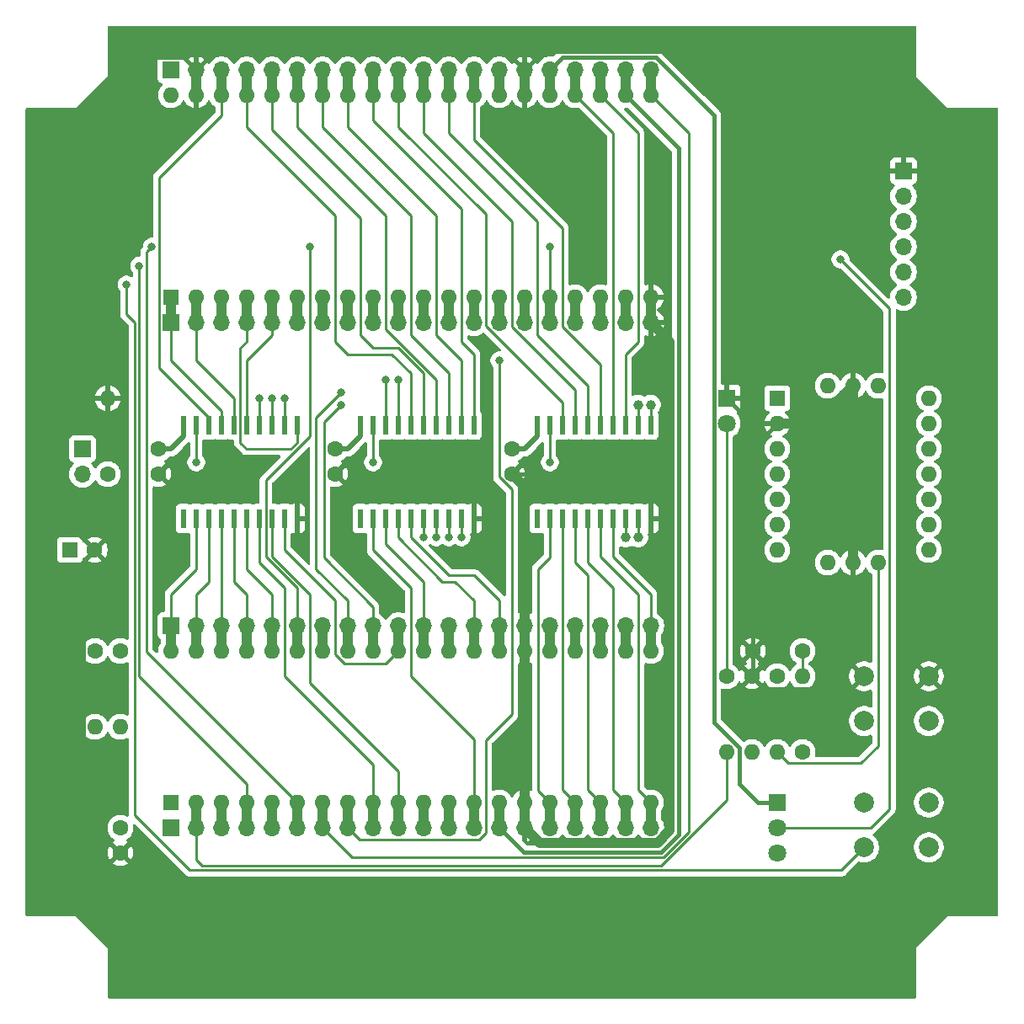
<source format=gbr>
%TF.GenerationSoftware,KiCad,Pcbnew,9.0.6*%
%TF.CreationDate,2026-01-12T10:04:11+09:00*%
%TF.ProjectId,TangNano6100MEM,54616e67-4e61-46e6-9f36-3130304d454d,rev?*%
%TF.SameCoordinates,Original*%
%TF.FileFunction,Copper,L1,Top*%
%TF.FilePolarity,Positive*%
%FSLAX46Y46*%
G04 Gerber Fmt 4.6, Leading zero omitted, Abs format (unit mm)*
G04 Created by KiCad (PCBNEW 9.0.6) date 2026-01-12 10:04:11*
%MOMM*%
%LPD*%
G01*
G04 APERTURE LIST*
%TA.AperFunction,ComponentPad*%
%ADD10C,1.600000*%
%TD*%
%TA.AperFunction,ComponentPad*%
%ADD11O,1.600000X1.600000*%
%TD*%
%TA.AperFunction,ComponentPad*%
%ADD12R,1.800000X1.800000*%
%TD*%
%TA.AperFunction,ComponentPad*%
%ADD13C,1.800000*%
%TD*%
%TA.AperFunction,SMDPad,CuDef*%
%ADD14R,0.558800X1.981200*%
%TD*%
%TA.AperFunction,ComponentPad*%
%ADD15R,1.700000X1.700000*%
%TD*%
%TA.AperFunction,ComponentPad*%
%ADD16O,1.700000X1.700000*%
%TD*%
%TA.AperFunction,ComponentPad*%
%ADD17R,1.600000X1.600000*%
%TD*%
%TA.AperFunction,ComponentPad*%
%ADD18C,2.000000*%
%TD*%
%TA.AperFunction,ComponentPad*%
%ADD19C,1.000000*%
%TD*%
%TA.AperFunction,ViaPad*%
%ADD20C,0.800000*%
%TD*%
%TA.AperFunction,Conductor*%
%ADD21C,0.400000*%
%TD*%
%TA.AperFunction,Conductor*%
%ADD22C,1.000000*%
%TD*%
%TA.AperFunction,Conductor*%
%ADD23C,0.500000*%
%TD*%
%TA.AperFunction,Conductor*%
%ADD24C,0.250000*%
%TD*%
G04 APERTURE END LIST*
D10*
%TO.P,R2,1*%
%TO.N,VCC*%
X10160000Y-63500000D03*
D11*
%TO.P,R2,2*%
%TO.N,C2_n*%
X10160000Y-71120000D03*
%TD*%
D12*
%TO.P,SW1,1,A*%
%TO.N,+3V3*%
X76200000Y-78740000D03*
D13*
%TO.P,SW1,2,B*%
%TO.N,HALT_SW*%
X76200000Y-81280000D03*
%TO.P,SW1,3,C*%
%TO.N,Net-(SW1-C)*%
X76200000Y-83820000D03*
%TD*%
D10*
%TO.P,R7,1*%
%TO.N,OE_n*%
X8890000Y-45720000D03*
D11*
%TO.P,R7,2*%
%TO.N,GND*%
X8890000Y-38100000D03*
%TD*%
D10*
%TO.P,C6,1*%
%TO.N,+3V3*%
X49530000Y-43180000D03*
%TO.P,C6,2*%
%TO.N,GND*%
X49530000Y-45680000D03*
%TD*%
%TO.P,R6,1*%
%TO.N,Net-(R6-Pad1)*%
X78740000Y-73660000D03*
D11*
%TO.P,R6,2*%
%TO.N,CPREQ_n*%
X78740000Y-66040000D03*
%TD*%
D10*
%TO.P,R1,1*%
%TO.N,VCC*%
X7620000Y-63500000D03*
D11*
%TO.P,R1,2*%
%TO.N,WAIT_n*%
X7620000Y-71120000D03*
%TD*%
D10*
%TO.P,C1,1*%
%TO.N,CPREQ_n*%
X78740000Y-63500000D03*
%TO.P,C1,2*%
%TO.N,GND*%
X73740000Y-63500000D03*
%TD*%
%TO.P,C4,1*%
%TO.N,+3V3*%
X13970000Y-43180000D03*
%TO.P,C4,2*%
%TO.N,GND*%
X13970000Y-45680000D03*
%TD*%
%TO.P,R3,1*%
%TO.N,Net-(LED1-A)*%
X71120000Y-66040000D03*
D11*
%TO.P,R3,2*%
%TO.N,RUN*%
X71120000Y-73660000D03*
%TD*%
D14*
%TO.P,U3,1,NC*%
%TO.N,unconnected-(U3-NC-Pad1)*%
X34290000Y-50165000D03*
%TO.P,U3,2,A1*%
%TO.N,XTC*%
X35560000Y-50165000D03*
%TO.P,U3,3,A2*%
%TO.N,DEVSEL_n*%
X36830000Y-50165000D03*
%TO.P,U3,4,A3*%
%TO.N,DX11*%
X38100000Y-50165000D03*
%TO.P,U3,5,A4*%
%TO.N,DX10*%
X39370000Y-50165000D03*
%TO.P,U3,6,A5*%
%TO.N,DX9*%
X40640000Y-50165000D03*
%TO.P,U3,7,A6*%
%TO.N,DX8*%
X41910000Y-50165000D03*
%TO.P,U3,8,A7*%
%TO.N,DX7*%
X43180000Y-50165000D03*
%TO.P,U3,9,A8*%
%TO.N,DX6*%
X44450000Y-50165000D03*
%TO.P,U3,10,GND*%
%TO.N,GND*%
X45720000Y-50165000D03*
%TO.P,U3,11,B8*%
%TO.N,DX6_L*%
X45720000Y-40792400D03*
%TO.P,U3,12,B7*%
%TO.N,DX7_L*%
X44450000Y-40792400D03*
%TO.P,U3,13,B6*%
%TO.N,DX8_L*%
X43180000Y-40792400D03*
%TO.P,U3,14,B5*%
%TO.N,DX9_L*%
X41910000Y-40792400D03*
%TO.P,U3,15,B4*%
%TO.N,DX10_L*%
X40640000Y-40792400D03*
%TO.P,U3,16,B3*%
%TO.N,DX11_L*%
X39370000Y-40792400D03*
%TO.P,U3,17,B2*%
%TO.N,DEVSEL_n_L*%
X38100000Y-40792400D03*
%TO.P,U3,18,B1*%
%TO.N,XTC_L*%
X36830000Y-40792400D03*
%TO.P,U3,19,\u002AOE*%
%TO.N,OE_n*%
X35560000Y-40792400D03*
%TO.P,U3,20,VCC*%
%TO.N,+3V3*%
X34290000Y-40792400D03*
%TD*%
D12*
%TO.P,LED1,1,K*%
%TO.N,GND*%
X71120000Y-38100000D03*
D13*
%TO.P,LED1,2,A*%
%TO.N,Net-(LED1-A)*%
X71120000Y-40640000D03*
%TD*%
D10*
%TO.P,R4,1*%
%TO.N,GND*%
X73660000Y-66040000D03*
D11*
%TO.P,R4,2*%
%TO.N,Net-(SW1-C)*%
X73660000Y-73660000D03*
%TD*%
D15*
%TO.P,J4,1,Pin_1*%
%TO.N,VCC*%
X15240000Y-81280000D03*
D16*
%TO.P,J4,2,Pin_2*%
%TO.N,RUN*%
X17780000Y-81280000D03*
%TO.P,J4,3,Pin_3*%
%TO.N,DMAGNT*%
X20320000Y-81280000D03*
%TO.P,J4,4,Pin_4*%
%TO.N,DMAREQ_n*%
X22860000Y-81280000D03*
%TO.P,J4,5,Pin_5*%
%TO.N,CPREQ_n*%
X25400000Y-81280000D03*
%TO.P,J4,6,Pin_6*%
%TO.N,RUN_HLT_n*%
X27940000Y-81280000D03*
%TO.P,J4,7,Pin_7*%
%TO.N,RESET_n*%
X30480000Y-81280000D03*
%TO.P,J4,8,Pin_8*%
%TO.N,INTREQ_n*%
X33020000Y-81280000D03*
%TO.P,J4,9,Pin_9*%
%TO.N,XTA*%
X35560000Y-81280000D03*
%TO.P,J4,10,Pin_10*%
%TO.N,LXMAR*%
X38100000Y-81280000D03*
%TO.P,J4,11,Pin_11*%
%TO.N,WAIT_n*%
X40640000Y-81280000D03*
%TO.P,J4,12,Pin_12*%
%TO.N,XTB*%
X43180000Y-81280000D03*
%TO.P,J4,13,Pin_13*%
%TO.N,XTC*%
X45720000Y-81280000D03*
%TO.P,J4,14,Pin_14*%
%TO.N,CLK*%
X48260000Y-81280000D03*
%TO.P,J4,15,Pin_15*%
%TO.N,GND*%
X50800000Y-81280000D03*
%TO.P,J4,16,Pin_16*%
%TO.N,DX0*%
X53340000Y-81280000D03*
%TO.P,J4,17,Pin_17*%
%TO.N,DX1*%
X55880000Y-81280000D03*
%TO.P,J4,18,Pin_18*%
%TO.N,DX2*%
X58420000Y-81280000D03*
%TO.P,J4,19,Pin_19*%
%TO.N,DX3*%
X60960000Y-81280000D03*
%TO.P,J4,20,Pin_20*%
%TO.N,DX4*%
X63500000Y-81280000D03*
%TD*%
D17*
%TO.P,J1,1,Pin_1*%
%TO.N,INTGNT_L*%
X15240000Y-27940000D03*
D11*
%TO.P,J1,2,Pin_2*%
%TO.N,CPSEL_n_L*%
X17780000Y-27940000D03*
%TO.P,J1,3,Pin_3*%
%TO.N,CONT_SW*%
X20320000Y-27940000D03*
%TO.P,J1,4,Pin_4*%
%TO.N,SWSEL_n_L*%
X22860000Y-27940000D03*
%TO.P,J1,5,Pin_5*%
%TO.N,MEMSEL_n_L*%
X25400000Y-27940000D03*
%TO.P,J1,6,Pin_6*%
%TO.N,DMAREQ_n*%
X27940000Y-27940000D03*
%TO.P,J1,7,Pin_7*%
%TO.N,RUN_HLT_n*%
X30480000Y-27940000D03*
%TO.P,J1,8,Pin_8*%
%TO.N,IFETCH_L*%
X33020000Y-27940000D03*
%TO.P,J1,9,Pin_9*%
%TO.N,XTA_L*%
X35560000Y-27940000D03*
%TO.P,J1,10,Pin_10*%
%TO.N,LXMAR_L*%
X38100000Y-27940000D03*
%TO.P,J1,11,Pin_11*%
%TO.N,HALT_SW*%
X40640000Y-27940000D03*
%TO.P,J1,12,Pin_12*%
%TO.N,XTC_L*%
X43180000Y-27940000D03*
%TO.P,J1,13,Pin_13*%
%TO.N,DEVSEL_n_L*%
X45720000Y-27940000D03*
%TO.P,J1,14,Pin_14*%
%TO.N,DBG_TX*%
X48260000Y-27940000D03*
%TO.P,J1,15,Pin_15*%
%TO.N,INTREQ_n*%
X50800000Y-27940000D03*
%TO.P,J1,16,Pin_16*%
%TO.N,SKP_n*%
X53340000Y-27940000D03*
%TO.P,J1,17,Pin_17*%
%TO.N,C1_n*%
X55880000Y-27940000D03*
%TO.P,J1,18,Pin_18*%
%TO.N,C0_n*%
X58420000Y-27940000D03*
%TO.P,J1,19,Pin_19*%
%TO.N,+3V3*%
X60960000Y-27940000D03*
%TO.P,J1,20,Pin_20*%
%TO.N,GND*%
X63500000Y-27940000D03*
%TO.P,J1,21,Pin_21*%
%TO.N,RESET_n*%
X63500000Y-7620000D03*
%TO.P,J1,22,Pin_22*%
%TO.N,CLK*%
X60960000Y-7620000D03*
%TO.P,J1,23,Pin_23*%
%TO.N,DX5_L*%
X58420000Y-7620000D03*
%TO.P,J1,24,Pin_24*%
%TO.N,DX4_L*%
X55880000Y-7620000D03*
%TO.P,J1,25,Pin_25*%
%TO.N,+3V3*%
X53340000Y-7620000D03*
%TO.P,J1,26,Pin_26*%
%TO.N,GND*%
X50800000Y-7620000D03*
%TO.P,J1,27,Pin_27*%
%TO.N,LED_RGB*%
X48260000Y-7620000D03*
%TO.P,J1,28,Pin_28*%
%TO.N,DX3_L*%
X45720000Y-7620000D03*
%TO.P,J1,29,Pin_29*%
%TO.N,DX2_L*%
X43180000Y-7620000D03*
%TO.P,J1,30,Pin_30*%
%TO.N,DX1_L*%
X40640000Y-7620000D03*
%TO.P,J1,31,Pin_31*%
%TO.N,DX0_L*%
X38100000Y-7620000D03*
%TO.P,J1,32,Pin_32*%
%TO.N,DX6_L*%
X35560000Y-7620000D03*
%TO.P,J1,33,Pin_33*%
%TO.N,DX7_L*%
X33020000Y-7620000D03*
%TO.P,J1,34,Pin_34*%
%TO.N,DX8_L*%
X30480000Y-7620000D03*
%TO.P,J1,35,Pin_35*%
%TO.N,DX9_L*%
X27940000Y-7620000D03*
%TO.P,J1,36,Pin_36*%
%TO.N,DX10_L*%
X25400000Y-7620000D03*
%TO.P,J1,37,Pin_37*%
%TO.N,DX11_L*%
X22860000Y-7620000D03*
%TO.P,J1,38,Pin_38*%
%TO.N,DATAF_L*%
X20320000Y-7620000D03*
%TO.P,J1,39,Pin_39*%
%TO.N,GND*%
X17780000Y-7620000D03*
%TO.P,J1,40,Pin_40*%
%TO.N,VCC*%
X15240000Y-7620000D03*
%TD*%
D15*
%TO.P,J6,1,Pin_1*%
%TO.N,+3V3*%
X6350000Y-43180000D03*
D16*
%TO.P,J6,2,Pin_2*%
%TO.N,OE_n*%
X6350000Y-45720000D03*
%TD*%
D15*
%TO.P,J7,1,Pin_1*%
%TO.N,GND*%
X88900000Y-15240000D03*
D16*
%TO.P,J7,2,Pin_2*%
%TO.N,unconnected-(J7-Pin_2-Pad2)*%
X88900000Y-17780000D03*
%TO.P,J7,3,Pin_3*%
%TO.N,unconnected-(J7-Pin_3-Pad3)*%
X88900000Y-20320000D03*
%TO.P,J7,4,Pin_4*%
%TO.N,unconnected-(J7-Pin_4-Pad4)*%
X88900000Y-22860000D03*
%TO.P,J7,5,Pin_5*%
%TO.N,DBG_TX*%
X88900000Y-25400000D03*
%TO.P,J7,6,Pin_6*%
%TO.N,unconnected-(J7-Pin_6-Pad6)*%
X88900000Y-27940000D03*
%TD*%
D18*
%TO.P,SW3,1,1*%
%TO.N,GND*%
X84940000Y-66040000D03*
X91440000Y-66040000D03*
%TO.P,SW3,2,2*%
%TO.N,Net-(R6-Pad1)*%
X84940000Y-70540000D03*
X91440000Y-70540000D03*
%TD*%
D15*
%TO.P,J3,1,Pin_1*%
%TO.N,VCC*%
X15240000Y-5080000D03*
D16*
%TO.P,J3,2,Pin_2*%
%TO.N,GND*%
X17780000Y-5080000D03*
%TO.P,J3,3,Pin_3*%
%TO.N,DATAF_L*%
X20320000Y-5080000D03*
%TO.P,J3,4,Pin_4*%
%TO.N,DX11_L*%
X22860000Y-5080000D03*
%TO.P,J3,5,Pin_5*%
%TO.N,DX10_L*%
X25400000Y-5080000D03*
%TO.P,J3,6,Pin_6*%
%TO.N,DX9_L*%
X27940000Y-5080000D03*
%TO.P,J3,7,Pin_7*%
%TO.N,DX8_L*%
X30480000Y-5080000D03*
%TO.P,J3,8,Pin_8*%
%TO.N,DX7_L*%
X33020000Y-5080000D03*
%TO.P,J3,9,Pin_9*%
%TO.N,DX6_L*%
X35560000Y-5080000D03*
%TO.P,J3,10,Pin_10*%
%TO.N,DX0_L*%
X38100000Y-5080000D03*
%TO.P,J3,11,Pin_11*%
%TO.N,DX1_L*%
X40640000Y-5080000D03*
%TO.P,J3,12,Pin_12*%
%TO.N,DX2_L*%
X43180000Y-5080000D03*
%TO.P,J3,13,Pin_13*%
%TO.N,DX3_L*%
X45720000Y-5080000D03*
%TO.P,J3,14,Pin_14*%
%TO.N,LED_RGB*%
X48260000Y-5080000D03*
%TO.P,J3,15,Pin_15*%
%TO.N,GND*%
X50800000Y-5080000D03*
%TO.P,J3,16,Pin_16*%
%TO.N,+3V3*%
X53340000Y-5080000D03*
%TO.P,J3,17,Pin_17*%
%TO.N,DX4_L*%
X55880000Y-5080000D03*
%TO.P,J3,18,Pin_18*%
%TO.N,DX5_L*%
X58420000Y-5080000D03*
%TO.P,J3,19,Pin_19*%
%TO.N,CLK*%
X60960000Y-5080000D03*
%TO.P,J3,20,Pin_20*%
%TO.N,RESET_n*%
X63500000Y-5080000D03*
%TD*%
D19*
%TO.P,E1,1,Pin_1*%
%TO.N,Net-(E1-Pin_1)*%
X60960000Y-52070000D03*
%TO.P,E1,2,Pin_2*%
%TO.N,Net-(E1-Pin_2)*%
X62230000Y-52070000D03*
%TD*%
D10*
%TO.P,C2,1*%
%TO.N,VCC*%
X10160000Y-81280000D03*
%TO.P,C2,2*%
%TO.N,GND*%
X10160000Y-83780000D03*
%TD*%
D17*
%TO.P,C3,1*%
%TO.N,VCC*%
X5080000Y-53340000D03*
D10*
%TO.P,C3,2*%
%TO.N,GND*%
X7580000Y-53340000D03*
%TD*%
D17*
%TO.P,U1,1,VCC*%
%TO.N,VCC*%
X15240000Y-78740000D03*
D11*
%TO.P,U1,2,RUN*%
%TO.N,RUN*%
X17780000Y-78740000D03*
%TO.P,U1,3,DMAGNT*%
%TO.N,DMAGNT*%
X20320000Y-78740000D03*
%TO.P,U1,4,~{DMAREQ}*%
%TO.N,DMAREQ_n*%
X22860000Y-78740000D03*
%TO.P,U1,5,~{CPREQ}*%
%TO.N,CPREQ_n*%
X25400000Y-78740000D03*
%TO.P,U1,6,RUN/~{HLT}*%
%TO.N,RUN_HLT_n*%
X27940000Y-78740000D03*
%TO.P,U1,7,~{RESET}*%
%TO.N,RESET_n*%
X30480000Y-78740000D03*
%TO.P,U1,8,~{INTREQ}*%
%TO.N,INTREQ_n*%
X33020000Y-78740000D03*
%TO.P,U1,9,XTA*%
%TO.N,XTA*%
X35560000Y-78740000D03*
%TO.P,U1,10,LXMAR*%
%TO.N,LXMAR*%
X38100000Y-78740000D03*
%TO.P,U1,11,~{WAIT}*%
%TO.N,WAIT_n*%
X40640000Y-78740000D03*
%TO.P,U1,12,XTB*%
%TO.N,XTB*%
X43180000Y-78740000D03*
%TO.P,U1,13,XTC*%
%TO.N,XTC*%
X45720000Y-78740000D03*
%TO.P,U1,14,OSC_OUT*%
%TO.N,CLK*%
X48260000Y-78740000D03*
%TO.P,U1,15,OSC_IN*%
%TO.N,GND*%
X50800000Y-78740000D03*
%TO.P,U1,16,DX0*%
%TO.N,DX0*%
X53340000Y-78740000D03*
%TO.P,U1,17,DX1*%
%TO.N,DX1*%
X55880000Y-78740000D03*
%TO.P,U1,18,DX2*%
%TO.N,DX2*%
X58420000Y-78740000D03*
%TO.P,U1,19,DX3*%
%TO.N,DX3*%
X60960000Y-78740000D03*
%TO.P,U1,20,DX4*%
%TO.N,DX4*%
X63500000Y-78740000D03*
%TO.P,U1,21,DX5*%
%TO.N,DX5*%
X63500000Y-63500000D03*
%TO.P,U1,22,DX6*%
%TO.N,DX6*%
X60960000Y-63500000D03*
%TO.P,U1,23,DX7*%
%TO.N,DX7*%
X58420000Y-63500000D03*
%TO.P,U1,24,DX8*%
%TO.N,DX8*%
X55880000Y-63500000D03*
%TO.P,U1,25,DX9*%
%TO.N,DX9*%
X53340000Y-63500000D03*
%TO.P,U1,26,GND*%
%TO.N,GND*%
X50800000Y-63500000D03*
%TO.P,U1,27,DX10*%
%TO.N,DX10*%
X48260000Y-63500000D03*
%TO.P,U1,28,DX11*%
%TO.N,DX11*%
X45720000Y-63500000D03*
%TO.P,U1,29,LINK*%
%TO.N,LINK*%
X43180000Y-63500000D03*
%TO.P,U1,30,~{DEVSEL}*%
%TO.N,DEVSEL_n*%
X40640000Y-63500000D03*
%TO.P,U1,31,~{SWSEL}*%
%TO.N,SWSEL_n*%
X38100000Y-63500000D03*
%TO.P,U1,32,~{C0}*%
%TO.N,C0_n*%
X35560000Y-63500000D03*
%TO.P,U1,33,~{C1}*%
%TO.N,C1_n*%
X33020000Y-63500000D03*
%TO.P,U1,34,~{C2}*%
%TO.N,C2_n*%
X30480000Y-63500000D03*
%TO.P,U1,35,~{SKP}*%
%TO.N,SKP_n*%
X27940000Y-63500000D03*
%TO.P,U1,36,IFETCH*%
%TO.N,IFETCH*%
X25400000Y-63500000D03*
%TO.P,U1,37,~{MEMSEL}*%
%TO.N,MEMSEL_n*%
X22860000Y-63500000D03*
%TO.P,U1,38,~{CPSEL}*%
%TO.N,CPSEL_n*%
X20320000Y-63500000D03*
%TO.P,U1,39,INTGNT*%
%TO.N,INTGNT*%
X17780000Y-63500000D03*
%TO.P,U1,40,DATAF*%
%TO.N,DATAF*%
X15240000Y-63500000D03*
%TD*%
D10*
%TO.P,R5,1*%
%TO.N,CPREQ_n*%
X76200000Y-66040000D03*
D11*
%TO.P,R5,2*%
%TO.N,VCC*%
X76200000Y-73660000D03*
%TD*%
D14*
%TO.P,U4,1,NC*%
%TO.N,unconnected-(U4-NC-Pad1)*%
X52070000Y-50165000D03*
%TO.P,U4,2,A1*%
%TO.N,DX0*%
X53340000Y-50165000D03*
%TO.P,U4,3,A2*%
%TO.N,DX1*%
X54610000Y-50165000D03*
%TO.P,U4,4,A3*%
%TO.N,DX2*%
X55880000Y-50165000D03*
%TO.P,U4,5,A4*%
%TO.N,DX3*%
X57150000Y-50165000D03*
%TO.P,U4,6,A5*%
%TO.N,DX4*%
X58420000Y-50165000D03*
%TO.P,U4,7,A6*%
%TO.N,DX5*%
X59690000Y-50165000D03*
%TO.P,U4,8,A7*%
%TO.N,Net-(E1-Pin_1)*%
X60960000Y-50165000D03*
%TO.P,U4,9,A8*%
%TO.N,Net-(E1-Pin_2)*%
X62230000Y-50165000D03*
%TO.P,U4,10,GND*%
%TO.N,GND*%
X63500000Y-50165000D03*
%TO.P,U4,11,B8*%
%TO.N,Net-(E2-Pin_2)*%
X63500000Y-40792400D03*
%TO.P,U4,12,B7*%
%TO.N,Net-(E2-Pin_1)*%
X62230000Y-40792400D03*
%TO.P,U4,13,B6*%
%TO.N,DX5_L*%
X60960000Y-40792400D03*
%TO.P,U4,14,B5*%
%TO.N,DX4_L*%
X59690000Y-40792400D03*
%TO.P,U4,15,B4*%
%TO.N,DX3_L*%
X58420000Y-40792400D03*
%TO.P,U4,16,B3*%
%TO.N,DX2_L*%
X57150000Y-40792400D03*
%TO.P,U4,17,B2*%
%TO.N,DX1_L*%
X55880000Y-40792400D03*
%TO.P,U4,18,B1*%
%TO.N,DX0_L*%
X54610000Y-40792400D03*
%TO.P,U4,19,\u002AOE*%
%TO.N,OE_n*%
X53340000Y-40792400D03*
%TO.P,U4,20,VCC*%
%TO.N,+3V3*%
X52070000Y-40792400D03*
%TD*%
D18*
%TO.P,SW2,1,1*%
%TO.N,+3V3*%
X84940000Y-78740000D03*
X91440000Y-78740000D03*
%TO.P,SW2,2,2*%
%TO.N,CONT_SW*%
X84940000Y-83240000D03*
X91440000Y-83240000D03*
%TD*%
D15*
%TO.P,J2,1,Pin_1*%
%TO.N,INTGNT_L*%
X15240000Y-30480000D03*
D16*
%TO.P,J2,2,Pin_2*%
%TO.N,CPSEL_n_L*%
X17780000Y-30480000D03*
%TO.P,J2,3,Pin_3*%
%TO.N,CONT_SW*%
X20320000Y-30480000D03*
%TO.P,J2,4,Pin_4*%
%TO.N,SWSEL_n_L*%
X22860000Y-30480000D03*
%TO.P,J2,5,Pin_5*%
%TO.N,MEMSEL_n_L*%
X25400000Y-30480000D03*
%TO.P,J2,6,Pin_6*%
%TO.N,DMAREQ_n*%
X27940000Y-30480000D03*
%TO.P,J2,7,Pin_7*%
%TO.N,RUN_HLT_n*%
X30480000Y-30480000D03*
%TO.P,J2,8,Pin_8*%
%TO.N,IFETCH_L*%
X33020000Y-30480000D03*
%TO.P,J2,9,Pin_9*%
%TO.N,XTA_L*%
X35560000Y-30480000D03*
%TO.P,J2,10,Pin_10*%
%TO.N,LXMAR_L*%
X38100000Y-30480000D03*
%TO.P,J2,11,Pin_11*%
%TO.N,HALT_SW*%
X40640000Y-30480000D03*
%TO.P,J2,12,Pin_12*%
%TO.N,XTC_L*%
X43180000Y-30480000D03*
%TO.P,J2,13,Pin_13*%
%TO.N,DEVSEL_n_L*%
X45720000Y-30480000D03*
%TO.P,J2,14,Pin_14*%
%TO.N,DBG_TX*%
X48260000Y-30480000D03*
%TO.P,J2,15,Pin_15*%
%TO.N,INTREQ_n*%
X50800000Y-30480000D03*
%TO.P,J2,16,Pin_16*%
%TO.N,SKP_n*%
X53340000Y-30480000D03*
%TO.P,J2,17,Pin_17*%
%TO.N,C1_n*%
X55880000Y-30480000D03*
%TO.P,J2,18,Pin_18*%
%TO.N,C0_n*%
X58420000Y-30480000D03*
%TO.P,J2,19,Pin_19*%
%TO.N,+3V3*%
X60960000Y-30480000D03*
%TO.P,J2,20,Pin_20*%
%TO.N,GND*%
X63500000Y-30480000D03*
%TD*%
D19*
%TO.P,E2,1,Pin_1*%
%TO.N,Net-(E2-Pin_1)*%
X62230000Y-38735000D03*
%TO.P,E2,2,Pin_2*%
%TO.N,Net-(E2-Pin_2)*%
X63500000Y-38735000D03*
%TD*%
D10*
%TO.P,C5,1*%
%TO.N,+3V3*%
X31750000Y-43180000D03*
%TO.P,C5,2*%
%TO.N,GND*%
X31750000Y-45680000D03*
%TD*%
D17*
%TO.P,U5,1,5V*%
%TO.N,VCC*%
X76200000Y-38100000D03*
D11*
X86360000Y-36830000D03*
X86360000Y-54610000D03*
%TO.P,U5,2,GND*%
%TO.N,GND*%
X76200000Y-40640000D03*
X83820000Y-36830000D03*
X83820000Y-54610000D03*
%TO.P,U5,3,3V3*%
%TO.N,unconnected-(U5-3V3-Pad3)*%
X76200000Y-43180000D03*
%TO.P,U5,4,D10*%
%TO.N,unconnected-(U5-D10-Pad4)*%
X76200000Y-45720000D03*
%TO.P,U5,5,D9*%
%TO.N,unconnected-(U5-D9-Pad5)*%
X76200000Y-48260000D03*
%TO.P,U5,6,D8*%
%TO.N,unconnected-(U5-D8-Pad6)*%
X76200000Y-50800000D03*
%TO.P,U5,7,D7*%
%TO.N,unconnected-(U5-D7-Pad7)*%
X76200000Y-53340000D03*
%TO.P,U5,8,D6*%
%TO.N,unconnected-(U5-D6-Pad8)*%
X91440000Y-53340000D03*
%TO.P,U5,9,D5*%
%TO.N,unconnected-(U5-D5-Pad9)*%
X91440000Y-50800000D03*
%TO.P,U5,10,D4*%
%TO.N,unconnected-(U5-D4-Pad10)*%
X91440000Y-48260000D03*
%TO.P,U5,11,D3*%
%TO.N,unconnected-(U5-D3-Pad11)*%
X91440000Y-45720000D03*
%TO.P,U5,12,D2*%
%TO.N,unconnected-(U5-D2-Pad12)*%
X91440000Y-43180000D03*
%TO.P,U5,13,D1*%
%TO.N,unconnected-(U5-D1-Pad13)*%
X91440000Y-40640000D03*
%TO.P,U5,14,IN*%
%TO.N,LED_RGB*%
X81280000Y-36830000D03*
X91440000Y-38100000D03*
%TO.P,U5,15,OUT*%
%TO.N,unconnected-(U5-OUT-Pad15)*%
X81280000Y-54610000D03*
%TD*%
D15*
%TO.P,J5,1,Pin_1*%
%TO.N,DATAF*%
X15240000Y-60960000D03*
D16*
%TO.P,J5,2,Pin_2*%
%TO.N,INTGNT*%
X17780000Y-60960000D03*
%TO.P,J5,3,Pin_3*%
%TO.N,CPSEL_n*%
X20320000Y-60960000D03*
%TO.P,J5,4,Pin_4*%
%TO.N,MEMSEL_n*%
X22860000Y-60960000D03*
%TO.P,J5,5,Pin_5*%
%TO.N,IFETCH*%
X25400000Y-60960000D03*
%TO.P,J5,6,Pin_6*%
%TO.N,SKP_n*%
X27940000Y-60960000D03*
%TO.P,J5,7,Pin_7*%
%TO.N,C2_n*%
X30480000Y-60960000D03*
%TO.P,J5,8,Pin_8*%
%TO.N,C1_n*%
X33020000Y-60960000D03*
%TO.P,J5,9,Pin_9*%
%TO.N,C0_n*%
X35560000Y-60960000D03*
%TO.P,J5,10,Pin_10*%
%TO.N,SWSEL_n*%
X38100000Y-60960000D03*
%TO.P,J5,11,Pin_11*%
%TO.N,DEVSEL_n*%
X40640000Y-60960000D03*
%TO.P,J5,12,Pin_12*%
%TO.N,LINK*%
X43180000Y-60960000D03*
%TO.P,J5,13,Pin_13*%
%TO.N,DX11*%
X45720000Y-60960000D03*
%TO.P,J5,14,Pin_14*%
%TO.N,DX10*%
X48260000Y-60960000D03*
%TO.P,J5,15,Pin_15*%
%TO.N,GND*%
X50800000Y-60960000D03*
%TO.P,J5,16,Pin_16*%
%TO.N,DX9*%
X53340000Y-60960000D03*
%TO.P,J5,17,Pin_17*%
%TO.N,DX8*%
X55880000Y-60960000D03*
%TO.P,J5,18,Pin_18*%
%TO.N,DX7*%
X58420000Y-60960000D03*
%TO.P,J5,19,Pin_19*%
%TO.N,DX6*%
X60960000Y-60960000D03*
%TO.P,J5,20,Pin_20*%
%TO.N,DX5*%
X63500000Y-60960000D03*
%TD*%
D14*
%TO.P,U2,1,NC*%
%TO.N,unconnected-(U2-NC-Pad1)*%
X16510000Y-50165000D03*
%TO.P,U2,2,A1*%
%TO.N,DATAF*%
X17780000Y-50165000D03*
%TO.P,U2,3,A2*%
%TO.N,INTGNT*%
X19050000Y-50165000D03*
%TO.P,U2,4,A3*%
%TO.N,CPSEL_n*%
X20320000Y-50165000D03*
%TO.P,U2,5,A4*%
%TO.N,MEMSEL_n*%
X21590000Y-50165000D03*
%TO.P,U2,6,A5*%
%TO.N,IFETCH*%
X22860000Y-50165000D03*
%TO.P,U2,7,A6*%
%TO.N,XTA*%
X24130000Y-50165000D03*
%TO.P,U2,8,A7*%
%TO.N,LXMAR*%
X25400000Y-50165000D03*
%TO.P,U2,9,A8*%
%TO.N,SWSEL_n*%
X26670000Y-50165000D03*
%TO.P,U2,10,GND*%
%TO.N,GND*%
X27940000Y-50165000D03*
%TO.P,U2,11,B8*%
%TO.N,SWSEL_n_L*%
X27940000Y-40792400D03*
%TO.P,U2,12,B7*%
%TO.N,LXMAR_L*%
X26670000Y-40792400D03*
%TO.P,U2,13,B6*%
%TO.N,XTA_L*%
X25400000Y-40792400D03*
%TO.P,U2,14,B5*%
%TO.N,IFETCH_L*%
X24130000Y-40792400D03*
%TO.P,U2,15,B4*%
%TO.N,MEMSEL_n_L*%
X22860000Y-40792400D03*
%TO.P,U2,16,B3*%
%TO.N,CPSEL_n_L*%
X21590000Y-40792400D03*
%TO.P,U2,17,B2*%
%TO.N,INTGNT_L*%
X20320000Y-40792400D03*
%TO.P,U2,18,B1*%
%TO.N,DATAF_L*%
X19050000Y-40792400D03*
%TO.P,U2,19,\u002AOE*%
%TO.N,OE_n*%
X17780000Y-40792400D03*
%TO.P,U2,20,VCC*%
%TO.N,+3V3*%
X16510000Y-40792400D03*
%TD*%
D20*
%TO.N,GND*%
X45720000Y-45680000D03*
X45720000Y-47625000D03*
X27940000Y-47625000D03*
X27940000Y-45680000D03*
%TO.N,DEVSEL_n_L*%
X38100000Y-36195000D03*
%TO.N,IFETCH_L*%
X24130000Y-38100000D03*
%TO.N,XTC_L*%
X36830000Y-36195000D03*
%TO.N,C0_n*%
X32385000Y-38735000D03*
%TO.N,DMAREQ_n*%
X12065000Y-24765000D03*
%TO.N,C1_n*%
X32385000Y-37465000D03*
%TO.N,LXMAR_L*%
X26670000Y-38100000D03*
%TO.N,XTA_L*%
X25400000Y-38100000D03*
%TO.N,SKP_n*%
X53340000Y-22860000D03*
X29210000Y-22860000D03*
%TO.N,INTREQ_n*%
X48260000Y-34290000D03*
%TO.N,RUN_HLT_n*%
X13335000Y-22860000D03*
%TO.N,DX9*%
X40640000Y-52070000D03*
%TO.N,DX8*%
X41910000Y-52070000D03*
%TO.N,DX6*%
X44450000Y-52070000D03*
%TO.N,DX7*%
X43180000Y-52070000D03*
%TO.N,OE_n*%
X35560000Y-44530000D03*
X17780000Y-44530000D03*
X53340000Y-44530000D03*
%TO.N,HALT_SW*%
X82550000Y-24130000D03*
%TO.N,CONT_SW*%
X10795000Y-26670000D03*
%TD*%
D21*
%TO.N,GND*%
X50800000Y-5080000D02*
X52705000Y-3175000D01*
X8890000Y-7620000D02*
X8890000Y-38100000D01*
X17780000Y-5080000D02*
X16510000Y-3810000D01*
D22*
X50800000Y-81280000D02*
X52351000Y-82831000D01*
D21*
X17780000Y-5080000D02*
X19685000Y-3175000D01*
D23*
X63500000Y-50165000D02*
X65405000Y-50165000D01*
D21*
X83670000Y-67310000D02*
X74930000Y-67310000D01*
X4445000Y-50165000D02*
X3175000Y-48895000D01*
X6419000Y-80039000D02*
X10160000Y-83780000D01*
X88900000Y-13335000D02*
X88900000Y-15240000D01*
D22*
X50800000Y-60960000D02*
X50800000Y-63500000D01*
D21*
X52705000Y-3175000D02*
X78740000Y-3175000D01*
X78740000Y-3175000D02*
X88900000Y-13335000D01*
X73660000Y-40640000D02*
X71120000Y-38100000D01*
X4445000Y-50205000D02*
X4445000Y-50165000D01*
D22*
X50800000Y-5080000D02*
X50800000Y-7620000D01*
D21*
X19685000Y-3175000D02*
X48895000Y-3175000D01*
D22*
X52351000Y-82831000D02*
X64142446Y-82831000D01*
D21*
X76200000Y-40640000D02*
X73660000Y-40640000D01*
D22*
X83820000Y-54610000D02*
X83820000Y-36830000D01*
D21*
X3175000Y-48895000D02*
X3175000Y-41275000D01*
D23*
X45720000Y-50165000D02*
X45720000Y-45680000D01*
D22*
X65405000Y-81568446D02*
X65405000Y-50165000D01*
X65405000Y-45720000D02*
X65405000Y-32385000D01*
D21*
X76200000Y-40640000D02*
X73740000Y-43100000D01*
X7580000Y-53340000D02*
X4445000Y-50205000D01*
D23*
X27940000Y-48895000D02*
X27940000Y-45680000D01*
D21*
X83820000Y-54610000D02*
X83820000Y-64920000D01*
D22*
X50800000Y-46950000D02*
X49530000Y-45680000D01*
D21*
X6419000Y-54501000D02*
X6419000Y-80039000D01*
X49530000Y-45680000D02*
X65365000Y-45680000D01*
D22*
X83820000Y-36830000D02*
X80010000Y-40640000D01*
D21*
X48895000Y-3175000D02*
X50800000Y-5080000D01*
D23*
X27940000Y-48895000D02*
X27940000Y-47625000D01*
D21*
X7580000Y-53340000D02*
X6419000Y-54501000D01*
D23*
X27940000Y-50165000D02*
X27940000Y-48895000D01*
D22*
X65405000Y-50165000D02*
X65405000Y-45720000D01*
D21*
X3175000Y-41275000D02*
X6350000Y-38100000D01*
D22*
X63500000Y-27940000D02*
X63500000Y-30480000D01*
D21*
X73740000Y-63500000D02*
X73740000Y-65960000D01*
X12700000Y-3810000D02*
X8890000Y-7620000D01*
X65365000Y-45680000D02*
X65405000Y-45720000D01*
D22*
X80010000Y-40640000D02*
X76200000Y-40640000D01*
X50800000Y-78740000D02*
X50800000Y-63500000D01*
D21*
X73740000Y-65960000D02*
X73660000Y-66040000D01*
X6350000Y-38100000D02*
X8890000Y-38100000D01*
D22*
X17780000Y-5080000D02*
X17780000Y-7620000D01*
X50800000Y-78740000D02*
X50800000Y-81280000D01*
D21*
X74930000Y-67310000D02*
X73660000Y-66040000D01*
X83820000Y-64920000D02*
X84940000Y-66040000D01*
D22*
X64142446Y-82831000D02*
X65405000Y-81568446D01*
D21*
X16510000Y-3810000D02*
X12700000Y-3810000D01*
D22*
X65405000Y-32385000D02*
X63500000Y-30480000D01*
D21*
X84940000Y-66040000D02*
X83670000Y-67310000D01*
X73740000Y-43100000D02*
X73740000Y-63500000D01*
D22*
X50800000Y-60960000D02*
X50800000Y-46950000D01*
D24*
%TO.N,VCC*%
X77326000Y-74786000D02*
X76200000Y-73660000D01*
X86360000Y-73025000D02*
X84599000Y-74786000D01*
X84599000Y-74786000D02*
X77326000Y-74786000D01*
X86360000Y-54610000D02*
X86360000Y-73025000D01*
D22*
%TO.N,CPREQ_n*%
X25400000Y-78740000D02*
X25400000Y-81280000D01*
D24*
X78740000Y-66040000D02*
X78740000Y-63500000D01*
%TO.N,DX1_L*%
X55880000Y-37223116D02*
X49530000Y-30873116D01*
X40640000Y-11430000D02*
X40640000Y-7620000D01*
X49530000Y-20320000D02*
X40640000Y-11430000D01*
D22*
X40640000Y-5080000D02*
X40640000Y-7620000D01*
D24*
X49530000Y-30873116D02*
X49530000Y-20320000D01*
X55880000Y-40792400D02*
X55880000Y-37223116D01*
%TO.N,SWSEL_n_L*%
X27940000Y-42545000D02*
X27940000Y-40792400D01*
X22225000Y-33020000D02*
X22225000Y-42545000D01*
X22860000Y-43180000D02*
X27305000Y-43180000D01*
D22*
X22860000Y-27940000D02*
X22860000Y-30480000D01*
D24*
X22860000Y-30480000D02*
X22860000Y-32385000D01*
X22225000Y-42545000D02*
X22860000Y-43180000D01*
X27305000Y-43180000D02*
X27940000Y-42545000D01*
X22860000Y-32385000D02*
X22225000Y-33020000D01*
%TO.N,DX9_L*%
X36830000Y-19685000D02*
X27940000Y-10795000D01*
X27940000Y-10795000D02*
X27940000Y-7620000D01*
X36830000Y-31115000D02*
X36830000Y-19685000D01*
X41910000Y-40792400D02*
X41910000Y-36195000D01*
X41910000Y-36195000D02*
X36830000Y-31115000D01*
D22*
X27940000Y-5080000D02*
X27940000Y-7620000D01*
D24*
%TO.N,DEVSEL_n_L*%
X38100000Y-40792400D02*
X38100000Y-36195000D01*
D22*
X45720000Y-27940000D02*
X45720000Y-30480000D01*
%TO.N,IFETCH_L*%
X33020000Y-27940000D02*
X33020000Y-30480000D01*
D24*
X24130000Y-40792400D02*
X24130000Y-38100000D01*
%TO.N,CPSEL_n_L*%
X21590000Y-38100000D02*
X17780000Y-34290000D01*
D22*
X17780000Y-27940000D02*
X17780000Y-30480000D01*
D24*
X17780000Y-34290000D02*
X17780000Y-30480000D01*
X21590000Y-40792400D02*
X21590000Y-38100000D01*
D22*
%TO.N,DBG_TX*%
X48260000Y-27940000D02*
X48260000Y-30480000D01*
D24*
%TO.N,XTC_L*%
X36830000Y-40792400D02*
X36830000Y-36195000D01*
D22*
X43180000Y-27940000D02*
X43180000Y-30480000D01*
D24*
%TO.N,DX3_L*%
X54610000Y-30873116D02*
X54610000Y-20955000D01*
X45720000Y-12065000D02*
X45720000Y-7620000D01*
X58420000Y-40792400D02*
X58420000Y-34683116D01*
D22*
X45720000Y-5080000D02*
X45720000Y-7620000D01*
D24*
X58420000Y-34683116D02*
X54610000Y-30873116D01*
X54610000Y-20955000D02*
X45720000Y-12065000D01*
D22*
%TO.N,INTGNT_L*%
X15240000Y-27940000D02*
X15240000Y-30480000D01*
D24*
X15240000Y-34290000D02*
X15240000Y-30480000D01*
X20320000Y-39370000D02*
X15240000Y-34290000D01*
X20320000Y-40792400D02*
X20320000Y-39370000D01*
D23*
%TO.N,+3V3*%
X33020000Y-43180000D02*
X31750000Y-43180000D01*
X50800000Y-43180000D02*
X49530000Y-43180000D01*
D21*
X72390000Y-73231529D02*
X72390000Y-76835000D01*
X69819000Y-70660529D02*
X72390000Y-73231529D01*
D23*
X16510000Y-40792400D02*
X16510000Y-41910000D01*
D21*
X64018182Y-3829000D02*
X69819000Y-9629818D01*
D23*
X15240000Y-43180000D02*
X13970000Y-43180000D01*
D21*
X69819000Y-9629818D02*
X69819000Y-70660529D01*
D23*
X34290000Y-41910000D02*
X33020000Y-43180000D01*
D22*
X60960000Y-27940000D02*
X60960000Y-30480000D01*
D21*
X72390000Y-76835000D02*
X74295000Y-78740000D01*
D23*
X52070000Y-41910000D02*
X50800000Y-43180000D01*
X16510000Y-41910000D02*
X15240000Y-43180000D01*
D21*
X54591000Y-3829000D02*
X64018182Y-3829000D01*
D23*
X52070000Y-40792400D02*
X52070000Y-41910000D01*
X34290000Y-40792400D02*
X34290000Y-41910000D01*
D22*
X53340000Y-5080000D02*
X53340000Y-7620000D01*
D21*
X74295000Y-78740000D02*
X76200000Y-78740000D01*
X53340000Y-5080000D02*
X54591000Y-3829000D01*
D22*
%TO.N,C0_n*%
X35560000Y-60960000D02*
X35560000Y-63500000D01*
X58420000Y-27940000D02*
X58420000Y-30480000D01*
D24*
X30624000Y-40496000D02*
X32385000Y-38735000D01*
X35560000Y-59055000D02*
X30624000Y-54119000D01*
X35560000Y-60960000D02*
X35560000Y-59055000D01*
X30624000Y-54119000D02*
X30624000Y-40496000D01*
%TO.N,DX11_L*%
X37465000Y-33655000D02*
X33020000Y-33655000D01*
X22860000Y-10795000D02*
X22860000Y-7620000D01*
D22*
X22860000Y-5080000D02*
X22860000Y-7620000D01*
D24*
X33020000Y-33655000D02*
X31750000Y-32385000D01*
X31750000Y-19685000D02*
X22860000Y-10795000D01*
X31750000Y-32385000D02*
X31750000Y-19685000D01*
X39370000Y-35560000D02*
X37465000Y-33655000D01*
X39370000Y-40792400D02*
X39370000Y-35560000D01*
%TO.N,DMAREQ_n*%
X12065000Y-66040000D02*
X12065000Y-24765000D01*
X22860000Y-78740000D02*
X22860000Y-76835000D01*
X22860000Y-76835000D02*
X12065000Y-66040000D01*
D22*
X22860000Y-78740000D02*
X22860000Y-81280000D01*
X27940000Y-27940000D02*
X27940000Y-30480000D01*
D24*
%TO.N,C1_n*%
X29845000Y-40005000D02*
X32385000Y-37465000D01*
X33020000Y-58420000D02*
X29845000Y-55245000D01*
D22*
X33020000Y-60960000D02*
X33020000Y-63500000D01*
X55880000Y-27940000D02*
X55880000Y-30480000D01*
D24*
X29845000Y-55245000D02*
X29845000Y-40005000D01*
X33020000Y-60960000D02*
X33020000Y-58420000D01*
D22*
%TO.N,MEMSEL_n_L*%
X25400000Y-27940000D02*
X25400000Y-30480000D01*
D24*
X22860000Y-40792400D02*
X22860000Y-34290000D01*
X22860000Y-34290000D02*
X25400000Y-31750000D01*
X25400000Y-31750000D02*
X25400000Y-30480000D01*
%TO.N,DX5_L*%
X62230000Y-32385000D02*
X62230000Y-11430000D01*
X60960000Y-33655000D02*
X62230000Y-32385000D01*
X60960000Y-40792400D02*
X60960000Y-33655000D01*
D22*
X58420000Y-5080000D02*
X58420000Y-7620000D01*
D24*
X62230000Y-11430000D02*
X58420000Y-7620000D01*
%TO.N,DX6_L*%
X44450000Y-32385000D02*
X44450000Y-19050000D01*
X44450000Y-19050000D02*
X35560000Y-10160000D01*
X45720000Y-33655000D02*
X44450000Y-32385000D01*
D22*
X35560000Y-5080000D02*
X35560000Y-7620000D01*
D24*
X45720000Y-40792400D02*
X45720000Y-33655000D01*
X35560000Y-10160000D02*
X35560000Y-7620000D01*
%TO.N,LXMAR_L*%
X26670000Y-40792400D02*
X26670000Y-38100000D01*
D22*
X38100000Y-27940000D02*
X38100000Y-30480000D01*
%TO.N,XTA_L*%
X35560000Y-27940000D02*
X35560000Y-30480000D01*
D24*
X25400000Y-40792400D02*
X25400000Y-38100000D01*
%TO.N,DX7_L*%
X44450000Y-40792400D02*
X44450000Y-34290000D01*
X41910000Y-19685000D02*
X33020000Y-10795000D01*
X33020000Y-10795000D02*
X33020000Y-7620000D01*
D22*
X33020000Y-5080000D02*
X33020000Y-7620000D01*
D24*
X41910000Y-31750000D02*
X41910000Y-19685000D01*
X44450000Y-34290000D02*
X41910000Y-31750000D01*
%TO.N,DX10_L*%
X38098595Y-33021405D02*
X35561405Y-33021405D01*
X40640000Y-35562810D02*
X38098595Y-33021405D01*
X35561405Y-33021405D02*
X34290000Y-31750000D01*
D22*
X25400000Y-5080000D02*
X25400000Y-7620000D01*
D24*
X40640000Y-40792400D02*
X40640000Y-35562810D01*
X34290000Y-31750000D02*
X34290000Y-19997594D01*
X34290000Y-19997594D02*
X25400000Y-11107594D01*
X25400000Y-11107594D02*
X25400000Y-7620000D01*
D22*
%TO.N,DX4_L*%
X55880000Y-5080000D02*
X55880000Y-7620000D01*
D24*
X59690000Y-40792400D02*
X59690000Y-11430000D01*
X59690000Y-11430000D02*
X55880000Y-7620000D01*
%TO.N,SKP_n*%
X24794600Y-46328210D02*
X24794600Y-54007410D01*
X24794600Y-54007410D02*
X27940000Y-57152810D01*
X53340000Y-27940000D02*
X53340000Y-22860000D01*
D22*
X27940000Y-60960000D02*
X27940000Y-63500000D01*
D24*
X27940000Y-57152810D02*
X27940000Y-60960000D01*
D22*
X53340000Y-27940000D02*
X53340000Y-30480000D01*
D24*
X29210000Y-22860000D02*
X29210000Y-41912810D01*
X29210000Y-41912810D02*
X24794600Y-46328210D01*
%TO.N,DX2_L*%
X57150000Y-36830000D02*
X52070000Y-31750000D01*
X43180000Y-11430000D02*
X43180000Y-7620000D01*
X52070000Y-20320000D02*
X43180000Y-11430000D01*
X52070000Y-31750000D02*
X52070000Y-20320000D01*
X57150000Y-40792400D02*
X57150000Y-36830000D01*
D22*
X43180000Y-5080000D02*
X43180000Y-7620000D01*
D24*
%TO.N,DX8_L*%
X43180000Y-35562810D02*
X39370000Y-31752810D01*
D22*
X30480000Y-5080000D02*
X30480000Y-7620000D01*
D24*
X39370000Y-31752810D02*
X39370000Y-19685000D01*
X30480000Y-10795000D02*
X30480000Y-7620000D01*
X39370000Y-19685000D02*
X30480000Y-10795000D01*
X43180000Y-40792400D02*
X43180000Y-35562810D01*
%TO.N,INTREQ_n*%
X46896000Y-72484000D02*
X49530000Y-69850000D01*
X33020000Y-81280000D02*
X34196000Y-82456000D01*
X46896000Y-81767116D02*
X46896000Y-72484000D01*
X34196000Y-82456000D02*
X46207116Y-82456000D01*
D22*
X33020000Y-78740000D02*
X33020000Y-81280000D01*
D24*
X49530000Y-69850000D02*
X49530000Y-47272405D01*
X46207116Y-82456000D02*
X46896000Y-81767116D01*
X49530000Y-47272405D02*
X48260000Y-46002405D01*
X48260000Y-46002405D02*
X48260000Y-34290000D01*
D22*
X50800000Y-27940000D02*
X50800000Y-30480000D01*
D24*
%TO.N,RUN_HLT_n*%
X12791000Y-23404000D02*
X13335000Y-22860000D01*
D22*
X30480000Y-27940000D02*
X30480000Y-30480000D01*
X27940000Y-78740000D02*
X27940000Y-81280000D01*
D24*
X12791000Y-63591000D02*
X12791000Y-23404000D01*
X27940000Y-78740000D02*
X12791000Y-63591000D01*
D22*
%TO.N,DX0_L*%
X38100000Y-5080000D02*
X38100000Y-7620000D01*
D24*
X54610000Y-38493116D02*
X46896000Y-30779116D01*
X46896000Y-19591000D02*
X38100000Y-10795000D01*
X46896000Y-30779116D02*
X46896000Y-19591000D01*
X54610000Y-40792400D02*
X54610000Y-38493116D01*
X38100000Y-10795000D02*
X38100000Y-7620000D01*
D22*
%TO.N,CLK*%
X48260000Y-78740000D02*
X48260000Y-81280000D01*
D21*
X50711999Y-83731999D02*
X64515653Y-83731999D01*
X66305999Y-81941653D02*
X66305999Y-12965999D01*
X66305999Y-12965999D02*
X60960000Y-7620000D01*
X64515653Y-83731999D02*
X66305999Y-81941653D01*
D22*
X60960000Y-5080000D02*
X60960000Y-7620000D01*
D21*
X48260000Y-81280000D02*
X50711999Y-83731999D01*
D24*
%TO.N,DATAF_L*%
X14064000Y-35019000D02*
X14064000Y-15875000D01*
X20320000Y-9619000D02*
X14064000Y-15875000D01*
D22*
X20320000Y-5080000D02*
X20320000Y-7620000D01*
D24*
X19050000Y-40792400D02*
X19050000Y-40005000D01*
X19050000Y-40005000D02*
X14064000Y-35019000D01*
X20320000Y-7620000D02*
X20320000Y-9619000D01*
D22*
%TO.N,LED_RGB*%
X48260000Y-5080000D02*
X48260000Y-7620000D01*
D24*
%TO.N,DX0*%
X53340000Y-78740000D02*
X52164000Y-77564000D01*
X52164000Y-77564000D02*
X52164000Y-55245000D01*
X52164000Y-55245000D02*
X53340000Y-54069000D01*
D22*
X53340000Y-78740000D02*
X53340000Y-81280000D01*
D24*
X53340000Y-54069000D02*
X53340000Y-50165000D01*
%TO.N,RUN*%
X64539338Y-85090000D02*
X18415000Y-85090000D01*
X17780000Y-84455000D02*
X17780000Y-81280000D01*
X71120000Y-78509338D02*
X64539338Y-85090000D01*
D22*
X17780000Y-78740000D02*
X17780000Y-81280000D01*
D24*
X18415000Y-85090000D02*
X17780000Y-84455000D01*
X71120000Y-73660000D02*
X71120000Y-78509338D01*
%TO.N,XTC*%
X39370000Y-57150000D02*
X35560000Y-53340000D01*
X39370000Y-66040000D02*
X39370000Y-57150000D01*
X45720000Y-78740000D02*
X45720000Y-72390000D01*
D22*
X45720000Y-78740000D02*
X45720000Y-81280000D01*
D24*
X35560000Y-53340000D02*
X35560000Y-50165000D01*
X45720000Y-72390000D02*
X39370000Y-66040000D01*
D22*
%TO.N,WAIT_n*%
X40640000Y-78740000D02*
X40640000Y-81280000D01*
D24*
%TO.N,DX3*%
X57150000Y-54610000D02*
X57150000Y-50165000D01*
X60960000Y-78740000D02*
X59690000Y-77470000D01*
X59690000Y-57150000D02*
X57150000Y-54610000D01*
X59690000Y-77470000D02*
X59690000Y-57150000D01*
D22*
X60960000Y-78740000D02*
X60960000Y-81280000D01*
D24*
%TO.N,XTA*%
X26670000Y-57150000D02*
X26670000Y-66040000D01*
X24130000Y-54610000D02*
X26670000Y-57150000D01*
X26670000Y-66040000D02*
X35560000Y-74930000D01*
D22*
X35560000Y-78740000D02*
X35560000Y-81280000D01*
D24*
X24130000Y-50165000D02*
X24130000Y-54610000D01*
X35560000Y-74930000D02*
X35560000Y-78740000D01*
D22*
%TO.N,DX1*%
X55880000Y-78740000D02*
X55880000Y-81280000D01*
D24*
X54610000Y-50165000D02*
X54610000Y-77470000D01*
X54610000Y-77470000D02*
X55880000Y-78740000D01*
%TO.N,RESET_n*%
X30480000Y-81280000D02*
X33457999Y-84257999D01*
X67310000Y-81681528D02*
X67310000Y-11430000D01*
X67310000Y-11430000D02*
X63500000Y-7620000D01*
D22*
X63500000Y-5080000D02*
X63500000Y-7620000D01*
D24*
X33457999Y-84257999D02*
X64733529Y-84257999D01*
X64733529Y-84257999D02*
X67310000Y-81681528D01*
D22*
X30480000Y-78740000D02*
X30480000Y-81280000D01*
%TO.N,DMAGNT*%
X20320000Y-78740000D02*
X20320000Y-81280000D01*
D24*
%TO.N,LXMAR*%
X29210000Y-66675000D02*
X29210000Y-57785000D01*
X38100000Y-75565000D02*
X38100000Y-78740000D01*
D22*
X38100000Y-78740000D02*
X38100000Y-81280000D01*
D24*
X29210000Y-66675000D02*
X38100000Y-75565000D01*
X25400000Y-53975000D02*
X25400000Y-50165000D01*
X29210000Y-57785000D02*
X25400000Y-53975000D01*
%TO.N,DX4*%
X62230000Y-77470000D02*
X62230000Y-57785000D01*
X58420000Y-53975000D02*
X58420000Y-50165000D01*
X63500000Y-78740000D02*
X62230000Y-77470000D01*
D22*
X63500000Y-78740000D02*
X63500000Y-81280000D01*
D24*
X62230000Y-57785000D02*
X58420000Y-53975000D01*
D22*
%TO.N,DX2*%
X58420000Y-78740000D02*
X58420000Y-81280000D01*
D24*
X57150000Y-55880000D02*
X55880000Y-54610000D01*
X58420000Y-78740000D02*
X57150000Y-77470000D01*
X57150000Y-77470000D02*
X57150000Y-55880000D01*
X55880000Y-54610000D02*
X55880000Y-50165000D01*
D22*
%TO.N,XTB*%
X43180000Y-78740000D02*
X43180000Y-81280000D01*
%TO.N,IFETCH*%
X25400000Y-60960000D02*
X25400000Y-63500000D01*
D24*
X25400000Y-57785000D02*
X25400000Y-60960000D01*
X22860000Y-50165000D02*
X22860000Y-55245000D01*
X22860000Y-55245000D02*
X25400000Y-57785000D01*
%TO.N,DX9*%
X40640000Y-52070000D02*
X40640000Y-50165000D01*
D22*
X53340000Y-60960000D02*
X53340000Y-63500000D01*
D24*
%TO.N,MEMSEL_n*%
X22860000Y-57785000D02*
X22860000Y-60960000D01*
X21590000Y-56515000D02*
X22860000Y-57785000D01*
D22*
X22860000Y-60960000D02*
X22860000Y-63500000D01*
D24*
X21590000Y-50165000D02*
X21590000Y-56515000D01*
D22*
%TO.N,DX8*%
X55880000Y-60960000D02*
X55880000Y-63500000D01*
D24*
X41910000Y-52070000D02*
X41910000Y-50165000D01*
%TO.N,DX6*%
X44450000Y-52070000D02*
X44450000Y-50165000D01*
D22*
X60960000Y-60960000D02*
X60960000Y-63500000D01*
D24*
%TO.N,DEVSEL_n*%
X36830000Y-52705000D02*
X40640000Y-56515000D01*
D22*
X40640000Y-60960000D02*
X40640000Y-63500000D01*
D24*
X36830000Y-50165000D02*
X36830000Y-52705000D01*
X40640000Y-56515000D02*
X40640000Y-60960000D01*
D22*
%TO.N,LINK*%
X43180000Y-60960000D02*
X43180000Y-63500000D01*
%TO.N,C2_n*%
X30480000Y-60960000D02*
X30480000Y-63500000D01*
%TO.N,SWSEL_n*%
X38100000Y-60960000D02*
X38100000Y-63500000D01*
D24*
X26670000Y-53340000D02*
X31750000Y-58420000D01*
X31750000Y-63822405D02*
X32697595Y-64770000D01*
X36830000Y-64770000D02*
X38100000Y-63500000D01*
X32697595Y-64770000D02*
X36830000Y-64770000D01*
X26670000Y-50165000D02*
X26670000Y-53340000D01*
X31750000Y-58420000D02*
X31750000Y-63822405D01*
%TO.N,DX11*%
X38100000Y-52070000D02*
X38100000Y-50165000D01*
X42545000Y-56515000D02*
X38100000Y-52070000D01*
X43815000Y-56515000D02*
X42545000Y-56515000D01*
X45720000Y-58420000D02*
X43815000Y-56515000D01*
X45720000Y-60960000D02*
X45720000Y-58420000D01*
D22*
X45720000Y-60960000D02*
X45720000Y-63500000D01*
D24*
%TO.N,DATAF*%
X15240000Y-57785000D02*
X17780000Y-55245000D01*
X17780000Y-55245000D02*
X17780000Y-50165000D01*
D22*
X15240000Y-60960000D02*
X15240000Y-63500000D01*
D24*
X15240000Y-60960000D02*
X15240000Y-57785000D01*
D22*
%TO.N,INTGNT*%
X17780000Y-60960000D02*
X17780000Y-63500000D01*
D24*
X19050000Y-56515000D02*
X19050000Y-50165000D01*
X17780000Y-57785000D02*
X19050000Y-56515000D01*
X17780000Y-60960000D02*
X17780000Y-57785000D01*
D22*
%TO.N,CPSEL_n*%
X20320000Y-60960000D02*
X20320000Y-63500000D01*
D24*
X20320000Y-60960000D02*
X20320000Y-50165000D01*
D22*
%TO.N,DX7*%
X58420000Y-60960000D02*
X58420000Y-63500000D01*
D24*
X43180000Y-52070000D02*
X43180000Y-50165000D01*
%TO.N,DX10*%
X45720000Y-55880000D02*
X43180000Y-55880000D01*
X48260000Y-60960000D02*
X48260000Y-58420000D01*
D22*
X48260000Y-60960000D02*
X48260000Y-63500000D01*
D24*
X48260000Y-58420000D02*
X45720000Y-55880000D01*
X43180000Y-55880000D02*
X39370000Y-52070000D01*
X39370000Y-52070000D02*
X39370000Y-50165000D01*
%TO.N,DX5*%
X59690000Y-50165000D02*
X59690000Y-53975000D01*
X63500000Y-57785000D02*
X63500000Y-60960000D01*
D22*
X63500000Y-60960000D02*
X63500000Y-63500000D01*
D24*
X59690000Y-53975000D02*
X63500000Y-57785000D01*
%TO.N,OE_n*%
X17780000Y-44530000D02*
X17780000Y-40792400D01*
X35560000Y-44530000D02*
X35560000Y-40792400D01*
X53340000Y-44530000D02*
X53340000Y-40792400D01*
%TO.N,Net-(LED1-A)*%
X71120000Y-66040000D02*
X71120000Y-40640000D01*
%TO.N,HALT_SW*%
X87486000Y-29066000D02*
X82550000Y-24130000D01*
X85581000Y-81280000D02*
X87486000Y-79375000D01*
D22*
X40640000Y-27940000D02*
X40640000Y-30480000D01*
D24*
X87486000Y-79375000D02*
X87486000Y-29066000D01*
X76200000Y-81280000D02*
X85581000Y-81280000D01*
%TO.N,CONT_SW*%
X17149000Y-85541000D02*
X82639000Y-85541000D01*
X11614000Y-80006000D02*
X17149000Y-85541000D01*
X10795000Y-29661000D02*
X11614000Y-30480000D01*
X10795000Y-26670000D02*
X10795000Y-29661000D01*
X82639000Y-85541000D02*
X84940000Y-83240000D01*
X11614000Y-30480000D02*
X11614000Y-80006000D01*
D22*
X20320000Y-27940000D02*
X20320000Y-30480000D01*
D24*
%TO.N,Net-(E1-Pin_2)*%
X62230000Y-52070000D02*
X62230000Y-50165000D01*
%TO.N,Net-(E1-Pin_1)*%
X60960000Y-52070000D02*
X60960000Y-50165000D01*
%TO.N,Net-(E2-Pin_2)*%
X63500000Y-40792400D02*
X63500000Y-38735000D01*
%TO.N,Net-(E2-Pin_1)*%
X62230000Y-40792400D02*
X62230000Y-38735000D01*
%TD*%
%TA.AperFunction,Conductor*%
%TO.N,GND*%
G36*
X61248362Y-8910967D02*
G01*
X61286148Y-8936805D01*
X65569180Y-13219837D01*
X65602665Y-13281160D01*
X65605499Y-13307518D01*
X65605499Y-81600134D01*
X65585814Y-81667173D01*
X65569180Y-81687815D01*
X64261815Y-82995180D01*
X64200492Y-83028665D01*
X64174134Y-83031499D01*
X51053518Y-83031499D01*
X50986479Y-83011814D01*
X50965837Y-82995180D01*
X50586319Y-82615662D01*
X50552834Y-82554339D01*
X50550000Y-82527981D01*
X50550000Y-81713012D01*
X50607007Y-81745925D01*
X50734174Y-81780000D01*
X50865826Y-81780000D01*
X50992993Y-81745925D01*
X51050000Y-81713012D01*
X51050000Y-82607230D01*
X51116126Y-82596757D01*
X51116129Y-82596757D01*
X51318217Y-82531095D01*
X51507557Y-82434620D01*
X51679459Y-82309727D01*
X51679464Y-82309723D01*
X51829723Y-82159464D01*
X51829727Y-82159459D01*
X51954620Y-81987558D01*
X51959232Y-81978507D01*
X52007205Y-81927709D01*
X52075025Y-81910912D01*
X52141161Y-81933447D01*
X52180204Y-81978504D01*
X52184949Y-81987817D01*
X52309890Y-82159786D01*
X52460213Y-82310109D01*
X52632179Y-82435048D01*
X52632181Y-82435049D01*
X52632184Y-82435051D01*
X52821588Y-82531557D01*
X53023757Y-82597246D01*
X53233713Y-82630500D01*
X53233714Y-82630500D01*
X53446286Y-82630500D01*
X53446287Y-82630500D01*
X53656243Y-82597246D01*
X53858412Y-82531557D01*
X54047816Y-82435051D01*
X54106676Y-82392287D01*
X54219786Y-82310109D01*
X54219788Y-82310106D01*
X54219792Y-82310104D01*
X54370104Y-82159792D01*
X54370106Y-82159788D01*
X54370109Y-82159786D01*
X54486267Y-81999906D01*
X54495051Y-81987816D01*
X54499514Y-81979054D01*
X54547488Y-81928259D01*
X54615308Y-81911463D01*
X54681444Y-81933999D01*
X54720486Y-81979056D01*
X54724951Y-81987820D01*
X54849890Y-82159786D01*
X55000213Y-82310109D01*
X55172179Y-82435048D01*
X55172181Y-82435049D01*
X55172184Y-82435051D01*
X55361588Y-82531557D01*
X55563757Y-82597246D01*
X55773713Y-82630500D01*
X55773714Y-82630500D01*
X55986286Y-82630500D01*
X55986287Y-82630500D01*
X56196243Y-82597246D01*
X56398412Y-82531557D01*
X56587816Y-82435051D01*
X56646676Y-82392287D01*
X56759786Y-82310109D01*
X56759788Y-82310106D01*
X56759792Y-82310104D01*
X56910104Y-82159792D01*
X56910106Y-82159788D01*
X56910109Y-82159786D01*
X57026267Y-81999906D01*
X57035051Y-81987816D01*
X57039514Y-81979054D01*
X57087488Y-81928259D01*
X57155308Y-81911463D01*
X57221444Y-81933999D01*
X57260486Y-81979056D01*
X57264951Y-81987820D01*
X57389890Y-82159786D01*
X57540213Y-82310109D01*
X57712179Y-82435048D01*
X57712181Y-82435049D01*
X57712184Y-82435051D01*
X57901588Y-82531557D01*
X58103757Y-82597246D01*
X58313713Y-82630500D01*
X58313714Y-82630500D01*
X58526286Y-82630500D01*
X58526287Y-82630500D01*
X58736243Y-82597246D01*
X58938412Y-82531557D01*
X59127816Y-82435051D01*
X59186676Y-82392287D01*
X59299786Y-82310109D01*
X59299788Y-82310106D01*
X59299792Y-82310104D01*
X59450104Y-82159792D01*
X59450106Y-82159788D01*
X59450109Y-82159786D01*
X59566267Y-81999906D01*
X59575051Y-81987816D01*
X59579514Y-81979054D01*
X59627488Y-81928259D01*
X59695308Y-81911463D01*
X59761444Y-81933999D01*
X59800486Y-81979056D01*
X59804951Y-81987820D01*
X59929890Y-82159786D01*
X60080213Y-82310109D01*
X60252179Y-82435048D01*
X60252181Y-82435049D01*
X60252184Y-82435051D01*
X60441588Y-82531557D01*
X60643757Y-82597246D01*
X60853713Y-82630500D01*
X60853714Y-82630500D01*
X61066286Y-82630500D01*
X61066287Y-82630500D01*
X61276243Y-82597246D01*
X61478412Y-82531557D01*
X61667816Y-82435051D01*
X61726676Y-82392287D01*
X61839786Y-82310109D01*
X61839788Y-82310106D01*
X61839792Y-82310104D01*
X61990104Y-82159792D01*
X61990106Y-82159788D01*
X61990109Y-82159786D01*
X62106267Y-81999906D01*
X62115051Y-81987816D01*
X62119514Y-81979054D01*
X62167488Y-81928259D01*
X62235308Y-81911463D01*
X62301444Y-81933999D01*
X62340486Y-81979056D01*
X62344951Y-81987820D01*
X62469890Y-82159786D01*
X62620213Y-82310109D01*
X62792179Y-82435048D01*
X62792181Y-82435049D01*
X62792184Y-82435051D01*
X62981588Y-82531557D01*
X63183757Y-82597246D01*
X63393713Y-82630500D01*
X63393714Y-82630500D01*
X63606286Y-82630500D01*
X63606287Y-82630500D01*
X63816243Y-82597246D01*
X64018412Y-82531557D01*
X64207816Y-82435051D01*
X64266676Y-82392287D01*
X64379786Y-82310109D01*
X64379788Y-82310106D01*
X64379792Y-82310104D01*
X64530104Y-82159792D01*
X64530106Y-82159788D01*
X64530109Y-82159786D01*
X64646267Y-81999906D01*
X64655051Y-81987816D01*
X64751557Y-81798412D01*
X64817246Y-81596243D01*
X64850500Y-81386287D01*
X64850500Y-81173713D01*
X64817246Y-80963757D01*
X64751557Y-80761588D01*
X64655051Y-80572184D01*
X64655049Y-80572181D01*
X64655048Y-80572179D01*
X64527241Y-80396266D01*
X64528108Y-80395635D01*
X64501641Y-80336581D01*
X64500500Y-80319800D01*
X64500500Y-79615761D01*
X64520185Y-79548722D01*
X64524165Y-79542899D01*
X64612287Y-79421610D01*
X64705220Y-79239219D01*
X64768477Y-79044534D01*
X64800500Y-78842352D01*
X64800500Y-78637648D01*
X64789935Y-78570944D01*
X64768477Y-78435465D01*
X64713389Y-78265924D01*
X64705220Y-78240781D01*
X64705218Y-78240778D01*
X64705218Y-78240776D01*
X64612419Y-78058650D01*
X64612287Y-78058390D01*
X64572176Y-78003181D01*
X64491971Y-77892786D01*
X64347213Y-77748028D01*
X64181613Y-77627715D01*
X64181612Y-77627714D01*
X64181610Y-77627713D01*
X64109408Y-77590924D01*
X63999223Y-77534781D01*
X63804534Y-77471522D01*
X63629995Y-77443878D01*
X63602352Y-77439500D01*
X63397648Y-77439500D01*
X63357184Y-77445909D01*
X63190654Y-77472285D01*
X63190333Y-77470262D01*
X63129120Y-77467149D01*
X63082371Y-77437781D01*
X62891819Y-77247229D01*
X62858334Y-77185906D01*
X62855500Y-77159548D01*
X62855500Y-64828686D01*
X62875185Y-64761647D01*
X62927989Y-64715892D01*
X62997147Y-64705948D01*
X63017808Y-64710752D01*
X63151318Y-64754132D01*
X63195465Y-64768477D01*
X63296557Y-64784488D01*
X63397648Y-64800500D01*
X63397649Y-64800500D01*
X63602351Y-64800500D01*
X63602352Y-64800500D01*
X63804534Y-64768477D01*
X63999219Y-64705220D01*
X64181610Y-64612287D01*
X64281105Y-64540000D01*
X64347213Y-64491971D01*
X64347215Y-64491968D01*
X64347219Y-64491966D01*
X64491966Y-64347219D01*
X64491968Y-64347215D01*
X64491971Y-64347213D01*
X64544732Y-64274590D01*
X64612287Y-64181610D01*
X64705220Y-63999219D01*
X64768477Y-63804534D01*
X64800500Y-63602352D01*
X64800500Y-63397648D01*
X64781953Y-63280548D01*
X64768477Y-63195465D01*
X64737458Y-63100000D01*
X64705220Y-63000781D01*
X64705218Y-63000778D01*
X64705218Y-63000776D01*
X64612419Y-62818650D01*
X64612287Y-62818390D01*
X64580091Y-62774076D01*
X64524182Y-62697122D01*
X64500702Y-62631316D01*
X64500500Y-62624237D01*
X64500500Y-61920199D01*
X64520185Y-61853160D01*
X64529471Y-61840664D01*
X64655048Y-61667820D01*
X64655047Y-61667820D01*
X64655051Y-61667816D01*
X64751557Y-61478412D01*
X64817246Y-61276243D01*
X64850500Y-61066287D01*
X64850500Y-60853713D01*
X64817246Y-60643757D01*
X64751557Y-60441588D01*
X64655051Y-60252184D01*
X64655049Y-60252181D01*
X64655048Y-60252179D01*
X64530109Y-60080213D01*
X64379786Y-59929890D01*
X64207819Y-59804950D01*
X64193203Y-59797503D01*
X64142408Y-59749527D01*
X64125500Y-59687019D01*
X64125500Y-57852741D01*
X64125501Y-57852720D01*
X64125501Y-57723391D01*
X64101464Y-57602555D01*
X64101463Y-57602549D01*
X64054312Y-57488715D01*
X63985858Y-57386267D01*
X63985857Y-57386266D01*
X63985855Y-57386263D01*
X60351819Y-53752227D01*
X60318334Y-53690904D01*
X60315500Y-53664546D01*
X60315500Y-53071552D01*
X60335185Y-53004513D01*
X60387989Y-52958758D01*
X60457147Y-52948814D01*
X60486952Y-52956991D01*
X60638878Y-53019920D01*
X60668165Y-53032051D01*
X60668169Y-53032051D01*
X60668170Y-53032052D01*
X60861456Y-53070500D01*
X60861459Y-53070500D01*
X61058543Y-53070500D01*
X61188582Y-53044632D01*
X61251835Y-53032051D01*
X61408258Y-52967259D01*
X61433907Y-52956635D01*
X61433907Y-52956634D01*
X61433914Y-52956632D01*
X61526109Y-52895029D01*
X61592786Y-52874151D01*
X61660166Y-52892635D01*
X61663891Y-52895029D01*
X61756086Y-52956632D01*
X61756088Y-52956633D01*
X61756092Y-52956635D01*
X61908878Y-53019920D01*
X61938165Y-53032051D01*
X61938169Y-53032051D01*
X61938170Y-53032052D01*
X62131456Y-53070500D01*
X62131459Y-53070500D01*
X62328543Y-53070500D01*
X62458582Y-53044632D01*
X62521835Y-53032051D01*
X62678258Y-52967259D01*
X62703907Y-52956635D01*
X62703907Y-52956634D01*
X62703914Y-52956632D01*
X62867782Y-52847139D01*
X63007139Y-52707782D01*
X63116632Y-52543914D01*
X63192051Y-52361835D01*
X63212203Y-52260524D01*
X63230500Y-52168543D01*
X63230500Y-51971456D01*
X63194261Y-51789275D01*
X63200488Y-51719683D01*
X63228198Y-51677401D01*
X63249999Y-51655600D01*
X63750000Y-51655600D01*
X63827228Y-51655600D01*
X63827244Y-51655599D01*
X63886772Y-51649198D01*
X63886779Y-51649196D01*
X64021486Y-51598954D01*
X64021493Y-51598950D01*
X64136587Y-51512790D01*
X64136590Y-51512787D01*
X64222750Y-51397693D01*
X64222754Y-51397686D01*
X64272996Y-51262979D01*
X64272998Y-51262972D01*
X64279399Y-51203444D01*
X64279400Y-51203427D01*
X64279400Y-50415000D01*
X63750000Y-50415000D01*
X63750000Y-51655600D01*
X63249999Y-51655600D01*
X63250000Y-51655599D01*
X63250000Y-49915000D01*
X63750000Y-49915000D01*
X64279400Y-49915000D01*
X64279400Y-49126572D01*
X64279399Y-49126555D01*
X64272998Y-49067027D01*
X64272996Y-49067020D01*
X64222754Y-48932313D01*
X64222750Y-48932306D01*
X64136590Y-48817212D01*
X64136587Y-48817209D01*
X64021493Y-48731049D01*
X64021486Y-48731045D01*
X63886779Y-48680803D01*
X63886772Y-48680801D01*
X63827244Y-48674400D01*
X63750000Y-48674400D01*
X63750000Y-49915000D01*
X63250000Y-49915000D01*
X63250000Y-48674400D01*
X63172755Y-48674400D01*
X63113227Y-48680801D01*
X63113220Y-48680803D01*
X62978513Y-48731045D01*
X62978506Y-48731049D01*
X62939726Y-48760080D01*
X62874261Y-48784497D01*
X62805989Y-48769645D01*
X62791104Y-48760079D01*
X62789955Y-48759219D01*
X62751731Y-48730604D01*
X62751728Y-48730602D01*
X62616886Y-48680310D01*
X62616885Y-48680309D01*
X62616883Y-48680309D01*
X62557273Y-48673900D01*
X62557263Y-48673900D01*
X61902729Y-48673900D01*
X61902723Y-48673901D01*
X61843116Y-48680308D01*
X61708271Y-48730602D01*
X61708269Y-48730603D01*
X61669310Y-48759768D01*
X61603845Y-48784184D01*
X61535572Y-48769332D01*
X61520690Y-48759768D01*
X61481730Y-48730603D01*
X61481728Y-48730602D01*
X61346886Y-48680310D01*
X61346885Y-48680309D01*
X61346883Y-48680309D01*
X61287273Y-48673900D01*
X61287263Y-48673900D01*
X60632729Y-48673900D01*
X60632723Y-48673901D01*
X60573116Y-48680308D01*
X60438271Y-48730602D01*
X60438269Y-48730603D01*
X60399310Y-48759768D01*
X60333845Y-48784184D01*
X60265572Y-48769332D01*
X60250690Y-48759768D01*
X60211730Y-48730603D01*
X60211728Y-48730602D01*
X60076886Y-48680310D01*
X60076885Y-48680309D01*
X60076883Y-48680309D01*
X60017273Y-48673900D01*
X60017263Y-48673900D01*
X59362729Y-48673900D01*
X59362723Y-48673901D01*
X59303116Y-48680308D01*
X59168271Y-48730602D01*
X59168269Y-48730603D01*
X59129310Y-48759768D01*
X59063845Y-48784184D01*
X58995572Y-48769332D01*
X58980690Y-48759768D01*
X58941730Y-48730603D01*
X58941728Y-48730602D01*
X58806886Y-48680310D01*
X58806885Y-48680309D01*
X58806883Y-48680309D01*
X58747273Y-48673900D01*
X58747263Y-48673900D01*
X58092729Y-48673900D01*
X58092723Y-48673901D01*
X58033116Y-48680308D01*
X57898271Y-48730602D01*
X57898269Y-48730603D01*
X57859310Y-48759768D01*
X57793845Y-48784184D01*
X57725572Y-48769332D01*
X57710690Y-48759768D01*
X57671730Y-48730603D01*
X57671728Y-48730602D01*
X57536886Y-48680310D01*
X57536885Y-48680309D01*
X57536883Y-48680309D01*
X57477273Y-48673900D01*
X57477263Y-48673900D01*
X56822729Y-48673900D01*
X56822723Y-48673901D01*
X56763116Y-48680308D01*
X56628271Y-48730602D01*
X56628269Y-48730603D01*
X56589310Y-48759768D01*
X56523845Y-48784184D01*
X56455572Y-48769332D01*
X56440690Y-48759768D01*
X56401730Y-48730603D01*
X56401728Y-48730602D01*
X56266886Y-48680310D01*
X56266885Y-48680309D01*
X56266883Y-48680309D01*
X56207273Y-48673900D01*
X56207263Y-48673900D01*
X55552729Y-48673900D01*
X55552723Y-48673901D01*
X55493116Y-48680308D01*
X55358271Y-48730602D01*
X55358269Y-48730603D01*
X55319310Y-48759768D01*
X55253845Y-48784184D01*
X55185572Y-48769332D01*
X55170690Y-48759768D01*
X55131730Y-48730603D01*
X55131728Y-48730602D01*
X54996886Y-48680310D01*
X54996885Y-48680309D01*
X54996883Y-48680309D01*
X54937273Y-48673900D01*
X54937263Y-48673900D01*
X54282729Y-48673900D01*
X54282723Y-48673901D01*
X54223116Y-48680308D01*
X54088271Y-48730602D01*
X54088269Y-48730603D01*
X54049310Y-48759768D01*
X53983845Y-48784184D01*
X53915572Y-48769332D01*
X53900690Y-48759768D01*
X53861730Y-48730603D01*
X53861728Y-48730602D01*
X53726886Y-48680310D01*
X53726885Y-48680309D01*
X53726883Y-48680309D01*
X53667273Y-48673900D01*
X53667263Y-48673900D01*
X53012729Y-48673900D01*
X53012723Y-48673901D01*
X52953116Y-48680308D01*
X52818271Y-48730602D01*
X52818269Y-48730603D01*
X52779310Y-48759768D01*
X52713845Y-48784184D01*
X52645572Y-48769332D01*
X52630690Y-48759768D01*
X52591730Y-48730603D01*
X52591728Y-48730602D01*
X52456886Y-48680310D01*
X52456885Y-48680309D01*
X52456883Y-48680309D01*
X52397273Y-48673900D01*
X52397263Y-48673900D01*
X51742729Y-48673900D01*
X51742723Y-48673901D01*
X51683116Y-48680308D01*
X51548271Y-48730602D01*
X51548264Y-48730606D01*
X51433055Y-48816852D01*
X51433052Y-48816855D01*
X51346806Y-48932064D01*
X51346802Y-48932071D01*
X51296508Y-49066917D01*
X51290101Y-49126516D01*
X51290100Y-49126535D01*
X51290100Y-51203470D01*
X51290101Y-51203476D01*
X51296508Y-51263083D01*
X51346802Y-51397928D01*
X51346806Y-51397935D01*
X51433052Y-51513144D01*
X51433055Y-51513147D01*
X51548264Y-51599393D01*
X51548271Y-51599397D01*
X51579469Y-51611033D01*
X51683117Y-51649691D01*
X51742727Y-51656100D01*
X52397272Y-51656099D01*
X52456883Y-51649691D01*
X52547168Y-51616016D01*
X52616858Y-51611033D01*
X52678181Y-51644518D01*
X52711666Y-51705841D01*
X52714500Y-51732199D01*
X52714500Y-53758547D01*
X52694815Y-53825586D01*
X52678181Y-53846228D01*
X52234489Y-54289920D01*
X51765270Y-54759139D01*
X51765267Y-54759142D01*
X51731958Y-54792451D01*
X51678144Y-54846264D01*
X51678142Y-54846267D01*
X51660503Y-54872666D01*
X51660502Y-54872668D01*
X51660501Y-54872667D01*
X51609689Y-54948712D01*
X51609687Y-54948716D01*
X51584827Y-55008732D01*
X51584828Y-55008733D01*
X51562536Y-55062549D01*
X51562535Y-55062555D01*
X51538500Y-55183389D01*
X51538500Y-59618794D01*
X51518815Y-59685833D01*
X51466011Y-59731588D01*
X51396853Y-59741532D01*
X51358206Y-59729279D01*
X51318220Y-59708905D01*
X51318216Y-59708903D01*
X51116124Y-59643241D01*
X51050000Y-59632768D01*
X51050000Y-60526988D01*
X50992993Y-60494075D01*
X50865826Y-60460000D01*
X50734174Y-60460000D01*
X50607007Y-60494075D01*
X50550000Y-60526988D01*
X50550000Y-59632768D01*
X50549999Y-59632768D01*
X50483875Y-59643241D01*
X50317817Y-59697196D01*
X50247976Y-59699191D01*
X50188144Y-59663110D01*
X50157316Y-59600409D01*
X50155500Y-59579265D01*
X50155500Y-47210798D01*
X50155499Y-47210794D01*
X50131464Y-47089960D01*
X50131463Y-47089953D01*
X50087293Y-46983318D01*
X50079824Y-46913849D01*
X50111099Y-46851369D01*
X50145561Y-46825379D01*
X50211349Y-46791859D01*
X50255921Y-46759474D01*
X49576447Y-46080000D01*
X49582661Y-46080000D01*
X49684394Y-46052741D01*
X49775606Y-46000080D01*
X49850080Y-45925606D01*
X49902741Y-45834394D01*
X49930000Y-45732661D01*
X49930000Y-45726447D01*
X50609474Y-46405921D01*
X50641859Y-46361349D01*
X50734755Y-46179031D01*
X50797990Y-45984417D01*
X50830000Y-45782317D01*
X50830000Y-45577682D01*
X50797990Y-45375582D01*
X50734755Y-45180968D01*
X50641859Y-44998650D01*
X50609474Y-44954077D01*
X50609474Y-44954076D01*
X49930000Y-45633551D01*
X49930000Y-45627339D01*
X49902741Y-45525606D01*
X49850080Y-45434394D01*
X49775606Y-45359920D01*
X49684394Y-45307259D01*
X49582661Y-45280000D01*
X49576446Y-45280000D01*
X50255922Y-44600524D01*
X50255921Y-44600523D01*
X50211359Y-44568147D01*
X50211350Y-44568141D01*
X50157621Y-44540765D01*
X50106825Y-44492791D01*
X50090030Y-44424970D01*
X50112567Y-44358835D01*
X50157621Y-44319795D01*
X50211610Y-44292287D01*
X50261144Y-44256298D01*
X50377213Y-44171971D01*
X50377215Y-44171968D01*
X50377219Y-44171966D01*
X50521966Y-44027219D01*
X50529259Y-44017181D01*
X50555100Y-43981615D01*
X50610429Y-43938949D01*
X50655418Y-43930500D01*
X50873920Y-43930500D01*
X50971462Y-43911096D01*
X51018913Y-43901658D01*
X51155495Y-43845084D01*
X51214737Y-43805500D01*
X51214737Y-43805499D01*
X51214739Y-43805499D01*
X51250712Y-43781463D01*
X51278416Y-43762952D01*
X51963720Y-43077648D01*
X52502819Y-42538549D01*
X52564142Y-42505064D01*
X52633834Y-42510048D01*
X52689767Y-42551920D01*
X52714184Y-42617384D01*
X52714500Y-42626230D01*
X52714500Y-43830638D01*
X52694815Y-43897677D01*
X52678181Y-43918319D01*
X52640538Y-43955961D01*
X52640535Y-43955965D01*
X52541990Y-44103446D01*
X52541983Y-44103459D01*
X52474106Y-44267332D01*
X52474103Y-44267341D01*
X52439500Y-44441304D01*
X52439500Y-44618695D01*
X52474103Y-44792658D01*
X52474106Y-44792667D01*
X52541983Y-44956540D01*
X52541990Y-44956553D01*
X52640535Y-45104034D01*
X52640538Y-45104038D01*
X52765961Y-45229461D01*
X52765965Y-45229464D01*
X52913446Y-45328009D01*
X52913459Y-45328016D01*
X52990484Y-45359920D01*
X53077334Y-45395894D01*
X53077336Y-45395894D01*
X53077341Y-45395896D01*
X53251304Y-45430499D01*
X53251307Y-45430500D01*
X53251309Y-45430500D01*
X53428693Y-45430500D01*
X53428694Y-45430499D01*
X53486682Y-45418964D01*
X53602658Y-45395896D01*
X53602661Y-45395894D01*
X53602666Y-45395894D01*
X53766547Y-45328013D01*
X53914035Y-45229464D01*
X54039464Y-45104035D01*
X54138013Y-44956547D01*
X54205894Y-44792666D01*
X54218752Y-44728028D01*
X54231219Y-44665350D01*
X54240500Y-44618691D01*
X54240500Y-44441309D01*
X54240500Y-44441306D01*
X54240499Y-44441304D01*
X54205896Y-44267341D01*
X54205893Y-44267332D01*
X54138016Y-44103459D01*
X54138009Y-44103446D01*
X54039464Y-43955965D01*
X54039461Y-43955961D01*
X54001819Y-43918319D01*
X53968334Y-43856996D01*
X53965500Y-43830638D01*
X53965500Y-42359599D01*
X53985185Y-42292560D01*
X54037989Y-42246805D01*
X54107147Y-42236861D01*
X54132828Y-42243415D01*
X54209206Y-42271902D01*
X54223111Y-42277089D01*
X54223117Y-42277091D01*
X54282727Y-42283500D01*
X54937272Y-42283499D01*
X54996883Y-42277091D01*
X55131731Y-42226796D01*
X55170692Y-42197629D01*
X55236152Y-42173213D01*
X55304425Y-42188064D01*
X55319297Y-42197621D01*
X55358269Y-42226796D01*
X55493117Y-42277091D01*
X55552727Y-42283500D01*
X56207272Y-42283499D01*
X56266883Y-42277091D01*
X56401731Y-42226796D01*
X56440692Y-42197629D01*
X56506152Y-42173213D01*
X56574425Y-42188064D01*
X56589297Y-42197621D01*
X56628269Y-42226796D01*
X56763117Y-42277091D01*
X56822727Y-42283500D01*
X57477272Y-42283499D01*
X57536883Y-42277091D01*
X57671731Y-42226796D01*
X57710692Y-42197629D01*
X57776152Y-42173213D01*
X57844425Y-42188064D01*
X57859297Y-42197621D01*
X57898269Y-42226796D01*
X58033117Y-42277091D01*
X58092727Y-42283500D01*
X58747272Y-42283499D01*
X58806883Y-42277091D01*
X58941731Y-42226796D01*
X58980692Y-42197629D01*
X59046152Y-42173213D01*
X59114425Y-42188064D01*
X59129297Y-42197621D01*
X59168269Y-42226796D01*
X59303117Y-42277091D01*
X59362727Y-42283500D01*
X60017272Y-42283499D01*
X60076883Y-42277091D01*
X60211731Y-42226796D01*
X60250692Y-42197629D01*
X60316152Y-42173213D01*
X60384425Y-42188064D01*
X60399297Y-42197621D01*
X60438269Y-42226796D01*
X60573117Y-42277091D01*
X60632727Y-42283500D01*
X61287272Y-42283499D01*
X61346883Y-42277091D01*
X61481731Y-42226796D01*
X61520692Y-42197629D01*
X61586152Y-42173213D01*
X61654425Y-42188064D01*
X61669297Y-42197621D01*
X61708269Y-42226796D01*
X61843117Y-42277091D01*
X61902727Y-42283500D01*
X62557272Y-42283499D01*
X62616883Y-42277091D01*
X62751731Y-42226796D01*
X62790692Y-42197629D01*
X62856152Y-42173213D01*
X62924425Y-42188064D01*
X62939297Y-42197621D01*
X62978269Y-42226796D01*
X63113117Y-42277091D01*
X63172727Y-42283500D01*
X63827272Y-42283499D01*
X63886883Y-42277091D01*
X64021731Y-42226796D01*
X64136946Y-42140546D01*
X64223196Y-42025331D01*
X64273491Y-41890483D01*
X64279900Y-41830873D01*
X64279899Y-39753928D01*
X64273491Y-39694317D01*
X64256371Y-39648417D01*
X64238647Y-39600896D01*
X64223196Y-39559469D01*
X64223195Y-39559467D01*
X64220799Y-39555078D01*
X64205947Y-39486805D01*
X64230364Y-39421340D01*
X64241946Y-39407974D01*
X64277139Y-39372782D01*
X64352822Y-39259515D01*
X64386628Y-39208920D01*
X64386628Y-39208919D01*
X64386632Y-39208914D01*
X64462051Y-39026835D01*
X64477758Y-38947870D01*
X64500500Y-38833543D01*
X64500500Y-38636456D01*
X64462052Y-38443170D01*
X64462051Y-38443169D01*
X64462051Y-38443165D01*
X64437583Y-38384094D01*
X64386635Y-38261092D01*
X64386628Y-38261079D01*
X64277139Y-38097218D01*
X64277136Y-38097214D01*
X64137785Y-37957863D01*
X64137781Y-37957860D01*
X63973920Y-37848371D01*
X63973907Y-37848364D01*
X63791839Y-37772950D01*
X63791829Y-37772947D01*
X63598543Y-37734500D01*
X63598541Y-37734500D01*
X63401459Y-37734500D01*
X63401457Y-37734500D01*
X63208170Y-37772947D01*
X63208160Y-37772950D01*
X63026089Y-37848366D01*
X62933890Y-37909971D01*
X62867213Y-37930848D01*
X62799833Y-37912363D01*
X62796110Y-37909971D01*
X62714553Y-37855477D01*
X62703914Y-37848368D01*
X62703911Y-37848366D01*
X62703910Y-37848366D01*
X62521839Y-37772950D01*
X62521829Y-37772947D01*
X62328543Y-37734500D01*
X62328541Y-37734500D01*
X62131459Y-37734500D01*
X62131457Y-37734500D01*
X61938170Y-37772947D01*
X61938160Y-37772950D01*
X61756952Y-37848008D01*
X61687482Y-37855477D01*
X61625003Y-37824201D01*
X61589352Y-37764112D01*
X61585500Y-37733447D01*
X61585500Y-33965451D01*
X61605185Y-33898412D01*
X61621814Y-33877774D01*
X62628729Y-32870860D01*
X62628733Y-32870858D01*
X62715858Y-32783733D01*
X62784311Y-32681286D01*
X62831463Y-32567452D01*
X62855500Y-32446606D01*
X62855500Y-31860734D01*
X62875185Y-31793695D01*
X62927989Y-31747940D01*
X62997147Y-31737996D01*
X63017818Y-31742803D01*
X63183872Y-31796757D01*
X63250000Y-31807231D01*
X63250000Y-30913012D01*
X63307007Y-30945925D01*
X63434174Y-30980000D01*
X63565826Y-30980000D01*
X63692993Y-30945925D01*
X63750000Y-30913012D01*
X63750000Y-31807230D01*
X63816126Y-31796757D01*
X63816129Y-31796757D01*
X64018217Y-31731095D01*
X64207557Y-31634620D01*
X64379459Y-31509727D01*
X64379464Y-31509723D01*
X64529723Y-31359464D01*
X64529727Y-31359459D01*
X64654620Y-31187557D01*
X64751095Y-30998217D01*
X64816757Y-30796129D01*
X64816757Y-30796126D01*
X64827231Y-30730000D01*
X63933012Y-30730000D01*
X63965925Y-30672993D01*
X64000000Y-30545826D01*
X64000000Y-30414174D01*
X63965925Y-30287007D01*
X63933012Y-30230000D01*
X64827231Y-30230000D01*
X64816757Y-30163873D01*
X64816757Y-30163870D01*
X64751095Y-29961782D01*
X64654620Y-29772442D01*
X64529727Y-29600540D01*
X64529723Y-29600535D01*
X64379464Y-29450276D01*
X64379459Y-29450272D01*
X64207557Y-29325379D01*
X64142886Y-29292427D01*
X64092090Y-29244452D01*
X64075295Y-29176631D01*
X64097832Y-29110496D01*
X64142888Y-29071456D01*
X64181349Y-29051859D01*
X64346894Y-28931582D01*
X64346895Y-28931582D01*
X64491582Y-28786895D01*
X64491582Y-28786894D01*
X64611859Y-28621349D01*
X64704755Y-28439029D01*
X64767990Y-28244413D01*
X64776609Y-28190000D01*
X63815686Y-28190000D01*
X63820080Y-28185606D01*
X63872741Y-28094394D01*
X63900000Y-27992661D01*
X63900000Y-27887339D01*
X63872741Y-27785606D01*
X63820080Y-27694394D01*
X63815686Y-27690000D01*
X64776609Y-27690000D01*
X64767990Y-27635586D01*
X64704755Y-27440970D01*
X64611859Y-27258650D01*
X64491582Y-27093105D01*
X64491582Y-27093104D01*
X64346895Y-26948417D01*
X64181349Y-26828140D01*
X63999029Y-26735244D01*
X63804413Y-26672009D01*
X63750000Y-26663390D01*
X63750000Y-27624314D01*
X63745606Y-27619920D01*
X63654394Y-27567259D01*
X63552661Y-27540000D01*
X63447339Y-27540000D01*
X63345606Y-27567259D01*
X63254394Y-27619920D01*
X63250000Y-27624314D01*
X63250000Y-26663390D01*
X63195586Y-26672009D01*
X63017818Y-26729770D01*
X62947977Y-26731765D01*
X62888144Y-26695685D01*
X62857316Y-26632984D01*
X62855500Y-26611839D01*
X62855500Y-11497741D01*
X62855501Y-11497720D01*
X62855501Y-11368391D01*
X62831464Y-11247555D01*
X62831463Y-11247549D01*
X62784312Y-11133715D01*
X62784311Y-11133713D01*
X62784310Y-11133711D01*
X62715858Y-11031267D01*
X62715855Y-11031263D01*
X60816771Y-9132181D01*
X60783286Y-9070858D01*
X60788270Y-9001167D01*
X60830142Y-8945233D01*
X60895606Y-8920816D01*
X60904452Y-8920500D01*
X61062350Y-8920500D01*
X61062352Y-8920500D01*
X61179068Y-8902013D01*
X61248362Y-8910967D01*
G37*
%TD.AperFunction*%
%TA.AperFunction,Conductor*%
G36*
X51050000Y-80846988D02*
G01*
X50992993Y-80814075D01*
X50865826Y-80780000D01*
X50734174Y-80780000D01*
X50607007Y-80814075D01*
X50550000Y-80846988D01*
X50550000Y-79055686D01*
X50554394Y-79060080D01*
X50645606Y-79112741D01*
X50747339Y-79140000D01*
X50852661Y-79140000D01*
X50954394Y-79112741D01*
X51045606Y-79060080D01*
X51050000Y-79055686D01*
X51050000Y-80846988D01*
G37*
%TD.AperFunction*%
%TA.AperFunction,Conductor*%
G36*
X51050000Y-64776606D02*
G01*
X51104421Y-64767988D01*
X51299036Y-64704753D01*
X51358205Y-64674605D01*
X51426874Y-64661708D01*
X51491614Y-64687984D01*
X51531872Y-64745090D01*
X51538500Y-64785089D01*
X51538500Y-77454910D01*
X51518815Y-77521949D01*
X51466011Y-77567704D01*
X51396853Y-77577648D01*
X51358206Y-77565395D01*
X51299032Y-77535245D01*
X51104413Y-77472009D01*
X51050000Y-77463390D01*
X51050000Y-78424314D01*
X51045606Y-78419920D01*
X50954394Y-78367259D01*
X50852661Y-78340000D01*
X50747339Y-78340000D01*
X50645606Y-78367259D01*
X50554394Y-78419920D01*
X50550000Y-78424314D01*
X50550000Y-77463390D01*
X50495586Y-77472009D01*
X50300970Y-77535244D01*
X50118650Y-77628140D01*
X49953105Y-77748417D01*
X49953104Y-77748417D01*
X49808417Y-77893104D01*
X49808417Y-77893105D01*
X49688140Y-78058650D01*
X49640765Y-78151629D01*
X49592790Y-78202425D01*
X49524969Y-78219220D01*
X49458834Y-78196682D01*
X49419795Y-78151629D01*
X49372419Y-78058650D01*
X49372287Y-78058390D01*
X49332176Y-78003181D01*
X49251971Y-77892786D01*
X49107213Y-77748028D01*
X48941613Y-77627715D01*
X48941612Y-77627714D01*
X48941610Y-77627713D01*
X48869408Y-77590924D01*
X48759223Y-77534781D01*
X48564534Y-77471522D01*
X48389995Y-77443878D01*
X48362352Y-77439500D01*
X48157648Y-77439500D01*
X48133329Y-77443351D01*
X47955465Y-77471522D01*
X47760773Y-77534782D01*
X47701794Y-77564834D01*
X47633125Y-77577730D01*
X47568384Y-77551453D01*
X47528128Y-77494346D01*
X47521500Y-77454349D01*
X47521500Y-72794452D01*
X47541185Y-72727413D01*
X47557819Y-72706771D01*
X50015855Y-70248736D01*
X50015855Y-70248735D01*
X50015858Y-70248733D01*
X50084312Y-70146285D01*
X50111932Y-70079603D01*
X50131463Y-70032452D01*
X50145077Y-69964008D01*
X50153642Y-69920946D01*
X50155501Y-69911607D01*
X50155501Y-69783283D01*
X50155500Y-69783257D01*
X50155500Y-64828161D01*
X50175185Y-64761122D01*
X50227989Y-64715367D01*
X50297147Y-64705423D01*
X50317819Y-64710230D01*
X50495578Y-64767988D01*
X50550000Y-64776607D01*
X50550000Y-63815686D01*
X50554394Y-63820080D01*
X50645606Y-63872741D01*
X50747339Y-63900000D01*
X50852661Y-63900000D01*
X50954394Y-63872741D01*
X51045606Y-63820080D01*
X51050000Y-63815686D01*
X51050000Y-64776606D01*
G37*
%TD.AperFunction*%
%TA.AperFunction,Conductor*%
G36*
X20971974Y-42178830D02*
G01*
X20998336Y-42180716D01*
X21010049Y-42187112D01*
X21014425Y-42188064D01*
X21029297Y-42197621D01*
X21068269Y-42226796D01*
X21203117Y-42277091D01*
X21262727Y-42283500D01*
X21475500Y-42283499D01*
X21542539Y-42303183D01*
X21588294Y-42355987D01*
X21599500Y-42407499D01*
X21599500Y-42606609D01*
X21603403Y-42626230D01*
X21616911Y-42694142D01*
X21621318Y-42716296D01*
X21623536Y-42727448D01*
X21670688Y-42841286D01*
X21670688Y-42841287D01*
X21684410Y-42861821D01*
X21699039Y-42883715D01*
X21739142Y-42943733D01*
X21826267Y-43030858D01*
X21826269Y-43030859D01*
X21836501Y-43041091D01*
X22461263Y-43665855D01*
X22461267Y-43665858D01*
X22563710Y-43734309D01*
X22563711Y-43734309D01*
X22563715Y-43734312D01*
X22630397Y-43761932D01*
X22677548Y-43781463D01*
X22697597Y-43785451D01*
X22762624Y-43798385D01*
X22798392Y-43805501D01*
X22798394Y-43805501D01*
X22927721Y-43805501D01*
X22927741Y-43805500D01*
X26133358Y-43805500D01*
X26200397Y-43825185D01*
X26246152Y-43877989D01*
X26256096Y-43947147D01*
X26227071Y-44010703D01*
X26221040Y-44017179D01*
X25284143Y-44954076D01*
X24395869Y-45842350D01*
X24308743Y-45929475D01*
X24308738Y-45929481D01*
X24301181Y-45940793D01*
X24301178Y-45940798D01*
X24240287Y-46031925D01*
X24240285Y-46031928D01*
X24220374Y-46080000D01*
X24206947Y-46112417D01*
X24193137Y-46145758D01*
X24193135Y-46145764D01*
X24181117Y-46206184D01*
X24174709Y-46238406D01*
X24174708Y-46238414D01*
X24169100Y-46266604D01*
X24169100Y-48549900D01*
X24149415Y-48616939D01*
X24096611Y-48662694D01*
X24045101Y-48673900D01*
X23802730Y-48673900D01*
X23802723Y-48673901D01*
X23743116Y-48680308D01*
X23608271Y-48730602D01*
X23608269Y-48730603D01*
X23569310Y-48759768D01*
X23503845Y-48784184D01*
X23435572Y-48769332D01*
X23420690Y-48759768D01*
X23381730Y-48730603D01*
X23381728Y-48730602D01*
X23246886Y-48680310D01*
X23246885Y-48680309D01*
X23246883Y-48680309D01*
X23187273Y-48673900D01*
X23187263Y-48673900D01*
X22532729Y-48673900D01*
X22532723Y-48673901D01*
X22473116Y-48680308D01*
X22338271Y-48730602D01*
X22338269Y-48730603D01*
X22299310Y-48759768D01*
X22233845Y-48784184D01*
X22165572Y-48769332D01*
X22150690Y-48759768D01*
X22111730Y-48730603D01*
X22111728Y-48730602D01*
X21976886Y-48680310D01*
X21976885Y-48680309D01*
X21976883Y-48680309D01*
X21917273Y-48673900D01*
X21917263Y-48673900D01*
X21262729Y-48673900D01*
X21262723Y-48673901D01*
X21203116Y-48680308D01*
X21068271Y-48730602D01*
X21068269Y-48730603D01*
X21029310Y-48759768D01*
X20963845Y-48784184D01*
X20895572Y-48769332D01*
X20880690Y-48759768D01*
X20841730Y-48730603D01*
X20841728Y-48730602D01*
X20706886Y-48680310D01*
X20706885Y-48680309D01*
X20706883Y-48680309D01*
X20647273Y-48673900D01*
X20647263Y-48673900D01*
X19992729Y-48673900D01*
X19992723Y-48673901D01*
X19933116Y-48680308D01*
X19798271Y-48730602D01*
X19798269Y-48730603D01*
X19759310Y-48759768D01*
X19693845Y-48784184D01*
X19625572Y-48769332D01*
X19610690Y-48759768D01*
X19571730Y-48730603D01*
X19571728Y-48730602D01*
X19436886Y-48680310D01*
X19436885Y-48680309D01*
X19436883Y-48680309D01*
X19377273Y-48673900D01*
X19377263Y-48673900D01*
X18722729Y-48673900D01*
X18722723Y-48673901D01*
X18663116Y-48680308D01*
X18528271Y-48730602D01*
X18528269Y-48730603D01*
X18489310Y-48759768D01*
X18423845Y-48784184D01*
X18355572Y-48769332D01*
X18340690Y-48759768D01*
X18301730Y-48730603D01*
X18301728Y-48730602D01*
X18166886Y-48680310D01*
X18166885Y-48680309D01*
X18166883Y-48680309D01*
X18107273Y-48673900D01*
X18107263Y-48673900D01*
X17452729Y-48673900D01*
X17452723Y-48673901D01*
X17393116Y-48680308D01*
X17258271Y-48730602D01*
X17258269Y-48730603D01*
X17219310Y-48759768D01*
X17153845Y-48784184D01*
X17085572Y-48769332D01*
X17070690Y-48759768D01*
X17031730Y-48730603D01*
X17031728Y-48730602D01*
X16896886Y-48680310D01*
X16896885Y-48680309D01*
X16896883Y-48680309D01*
X16837273Y-48673900D01*
X16837263Y-48673900D01*
X16182729Y-48673900D01*
X16182723Y-48673901D01*
X16123116Y-48680308D01*
X15988271Y-48730602D01*
X15988264Y-48730606D01*
X15873055Y-48816852D01*
X15873052Y-48816855D01*
X15786806Y-48932064D01*
X15786802Y-48932071D01*
X15736508Y-49066917D01*
X15730101Y-49126516D01*
X15730100Y-49126535D01*
X15730100Y-51203470D01*
X15730101Y-51203476D01*
X15736508Y-51263083D01*
X15786802Y-51397928D01*
X15786806Y-51397935D01*
X15873052Y-51513144D01*
X15873055Y-51513147D01*
X15988264Y-51599393D01*
X15988271Y-51599397D01*
X16019469Y-51611033D01*
X16123117Y-51649691D01*
X16182727Y-51656100D01*
X16837272Y-51656099D01*
X16896883Y-51649691D01*
X16987168Y-51616016D01*
X17056858Y-51611033D01*
X17118181Y-51644518D01*
X17151666Y-51705841D01*
X17154500Y-51732199D01*
X17154500Y-54934547D01*
X17134815Y-55001586D01*
X17118181Y-55022228D01*
X14754144Y-57386264D01*
X14754138Y-57386272D01*
X14685690Y-57488708D01*
X14685688Y-57488713D01*
X14659664Y-57551542D01*
X14638538Y-57602544D01*
X14638535Y-57602556D01*
X14631352Y-57638665D01*
X14631353Y-57638666D01*
X14618297Y-57704308D01*
X14618296Y-57704314D01*
X14614500Y-57723394D01*
X14614500Y-59485500D01*
X14594815Y-59552539D01*
X14542011Y-59598294D01*
X14490501Y-59609500D01*
X14342130Y-59609500D01*
X14342123Y-59609501D01*
X14282516Y-59615908D01*
X14147671Y-59666202D01*
X14147664Y-59666206D01*
X14032455Y-59752452D01*
X14032452Y-59752455D01*
X13946206Y-59867664D01*
X13946202Y-59867671D01*
X13895908Y-60002517D01*
X13889501Y-60062116D01*
X13889500Y-60062135D01*
X13889500Y-61857870D01*
X13889501Y-61857876D01*
X13895908Y-61917483D01*
X13946202Y-62052328D01*
X13946206Y-62052335D01*
X14032452Y-62167544D01*
X14032455Y-62167547D01*
X14147665Y-62253794D01*
X14147667Y-62253794D01*
X14147669Y-62253796D01*
X14158830Y-62257958D01*
X14214764Y-62299826D01*
X14239184Y-62365289D01*
X14239500Y-62374141D01*
X14239500Y-62624237D01*
X14219815Y-62691276D01*
X14215818Y-62697122D01*
X14127715Y-62818386D01*
X14034781Y-63000776D01*
X13971522Y-63195465D01*
X13939500Y-63397648D01*
X13939500Y-63555548D01*
X13919815Y-63622587D01*
X13867011Y-63668342D01*
X13797853Y-63678286D01*
X13734297Y-63649261D01*
X13727819Y-63643229D01*
X13452819Y-63368229D01*
X13419334Y-63306906D01*
X13416500Y-63280548D01*
X13416500Y-47037729D01*
X13436185Y-46970690D01*
X13488989Y-46924935D01*
X13558147Y-46914991D01*
X13578819Y-46919798D01*
X13665582Y-46947990D01*
X13867683Y-46980000D01*
X14072317Y-46980000D01*
X14274417Y-46947990D01*
X14469031Y-46884755D01*
X14651349Y-46791859D01*
X14695921Y-46759474D01*
X14016447Y-46080000D01*
X14022661Y-46080000D01*
X14124394Y-46052741D01*
X14215606Y-46000080D01*
X14290080Y-45925606D01*
X14342741Y-45834394D01*
X14370000Y-45732661D01*
X14370000Y-45726447D01*
X15049474Y-46405921D01*
X15081859Y-46361349D01*
X15174755Y-46179031D01*
X15237990Y-45984417D01*
X15270000Y-45782317D01*
X15270000Y-45577682D01*
X15237990Y-45375582D01*
X15174755Y-45180968D01*
X15081859Y-44998650D01*
X15049474Y-44954077D01*
X15049474Y-44954076D01*
X14370000Y-45633551D01*
X14370000Y-45627339D01*
X14342741Y-45525606D01*
X14290080Y-45434394D01*
X14215606Y-45359920D01*
X14124394Y-45307259D01*
X14022661Y-45280000D01*
X14016446Y-45280000D01*
X14695922Y-44600524D01*
X14695921Y-44600523D01*
X14651359Y-44568147D01*
X14651350Y-44568141D01*
X14597621Y-44540765D01*
X14546825Y-44492791D01*
X14530030Y-44424970D01*
X14552567Y-44358835D01*
X14597621Y-44319795D01*
X14651610Y-44292287D01*
X14701144Y-44256298D01*
X14817213Y-44171971D01*
X14817215Y-44171968D01*
X14817219Y-44171966D01*
X14961966Y-44027219D01*
X14969259Y-44017181D01*
X14995100Y-43981615D01*
X15050429Y-43938949D01*
X15095418Y-43930500D01*
X15313920Y-43930500D01*
X15411462Y-43911096D01*
X15458913Y-43901658D01*
X15595495Y-43845084D01*
X15654737Y-43805500D01*
X15654737Y-43805499D01*
X15654739Y-43805499D01*
X15690712Y-43781463D01*
X15718416Y-43762952D01*
X16403720Y-43077648D01*
X16942819Y-42538549D01*
X17004142Y-42505064D01*
X17073834Y-42510048D01*
X17129767Y-42551920D01*
X17154184Y-42617384D01*
X17154500Y-42626230D01*
X17154500Y-43830638D01*
X17134815Y-43897677D01*
X17118181Y-43918319D01*
X17080538Y-43955961D01*
X17080535Y-43955965D01*
X16981990Y-44103446D01*
X16981983Y-44103459D01*
X16914106Y-44267332D01*
X16914103Y-44267341D01*
X16879500Y-44441304D01*
X16879500Y-44618695D01*
X16914103Y-44792658D01*
X16914106Y-44792667D01*
X16981983Y-44956540D01*
X16981990Y-44956553D01*
X17080535Y-45104034D01*
X17080538Y-45104038D01*
X17205961Y-45229461D01*
X17205965Y-45229464D01*
X17353446Y-45328009D01*
X17353459Y-45328016D01*
X17430484Y-45359920D01*
X17517334Y-45395894D01*
X17517336Y-45395894D01*
X17517341Y-45395896D01*
X17691304Y-45430499D01*
X17691307Y-45430500D01*
X17691309Y-45430500D01*
X17868693Y-45430500D01*
X17868694Y-45430499D01*
X17926682Y-45418964D01*
X18042658Y-45395896D01*
X18042661Y-45395894D01*
X18042666Y-45395894D01*
X18206547Y-45328013D01*
X18354035Y-45229464D01*
X18479464Y-45104035D01*
X18578013Y-44956547D01*
X18645894Y-44792666D01*
X18658752Y-44728028D01*
X18671219Y-44665350D01*
X18680500Y-44618691D01*
X18680500Y-44441309D01*
X18680500Y-44441306D01*
X18680499Y-44441304D01*
X18645896Y-44267341D01*
X18645893Y-44267332D01*
X18578016Y-44103459D01*
X18578009Y-44103446D01*
X18479464Y-43955965D01*
X18479461Y-43955961D01*
X18441819Y-43918319D01*
X18408334Y-43856996D01*
X18405500Y-43830638D01*
X18405500Y-42359599D01*
X18425185Y-42292560D01*
X18477989Y-42246805D01*
X18547147Y-42236861D01*
X18572828Y-42243415D01*
X18649206Y-42271902D01*
X18663111Y-42277089D01*
X18663117Y-42277091D01*
X18722727Y-42283500D01*
X19377272Y-42283499D01*
X19436883Y-42277091D01*
X19571731Y-42226796D01*
X19610692Y-42197629D01*
X19676152Y-42173213D01*
X19744425Y-42188064D01*
X19759297Y-42197621D01*
X19798269Y-42226796D01*
X19933117Y-42277091D01*
X19992727Y-42283500D01*
X20647272Y-42283499D01*
X20706883Y-42277091D01*
X20841731Y-42226796D01*
X20880692Y-42197629D01*
X20905447Y-42188395D01*
X20928644Y-42175730D01*
X20937672Y-42176375D01*
X20946152Y-42173213D01*
X20971974Y-42178830D01*
G37*
%TD.AperFunction*%
%TA.AperFunction,Conductor*%
G36*
X51050000Y-63184314D02*
G01*
X51045606Y-63179920D01*
X50954394Y-63127259D01*
X50852661Y-63100000D01*
X50747339Y-63100000D01*
X50645606Y-63127259D01*
X50554394Y-63179920D01*
X50550000Y-63184314D01*
X50550000Y-61393012D01*
X50607007Y-61425925D01*
X50734174Y-61460000D01*
X50865826Y-61460000D01*
X50992993Y-61425925D01*
X51050000Y-61393012D01*
X51050000Y-63184314D01*
G37*
%TD.AperFunction*%
%TA.AperFunction,Conductor*%
G36*
X46730568Y-31504689D02*
G01*
X46757274Y-31524981D01*
X47730932Y-32498639D01*
X48410113Y-33177819D01*
X48443598Y-33239142D01*
X48438614Y-33308834D01*
X48396742Y-33364767D01*
X48331278Y-33389184D01*
X48322432Y-33389500D01*
X48171306Y-33389500D01*
X47997341Y-33424103D01*
X47997332Y-33424106D01*
X47833459Y-33491983D01*
X47833446Y-33491990D01*
X47685965Y-33590535D01*
X47685961Y-33590538D01*
X47560538Y-33715961D01*
X47560535Y-33715965D01*
X47461990Y-33863446D01*
X47461983Y-33863459D01*
X47394106Y-34027332D01*
X47394103Y-34027341D01*
X47359500Y-34201304D01*
X47359500Y-34378695D01*
X47394103Y-34552658D01*
X47394106Y-34552667D01*
X47461983Y-34716540D01*
X47461990Y-34716553D01*
X47560535Y-34864034D01*
X47560538Y-34864038D01*
X47598180Y-34901679D01*
X47631666Y-34963001D01*
X47634500Y-34989361D01*
X47634500Y-46064016D01*
X47658535Y-46184849D01*
X47658540Y-46184866D01*
X47705685Y-46298685D01*
X47705687Y-46298688D01*
X47705688Y-46298691D01*
X47739915Y-46349914D01*
X47774142Y-46401138D01*
X47861267Y-46488263D01*
X47861270Y-46488265D01*
X47868554Y-46495549D01*
X48868181Y-47495176D01*
X48901666Y-47556499D01*
X48904500Y-47582857D01*
X48904500Y-57880546D01*
X48884815Y-57947585D01*
X48832011Y-57993340D01*
X48762853Y-58003284D01*
X48699297Y-57974259D01*
X48692819Y-57968227D01*
X46215822Y-55491232D01*
X46205859Y-55481269D01*
X46205858Y-55481267D01*
X46118733Y-55394142D01*
X46067509Y-55359915D01*
X46016286Y-55325688D01*
X45934013Y-55291610D01*
X45902452Y-55278537D01*
X45842029Y-55266518D01*
X45827258Y-55263580D01*
X45781610Y-55254500D01*
X45781607Y-55254500D01*
X45781606Y-55254500D01*
X43490453Y-55254500D01*
X43423414Y-55234815D01*
X43402772Y-55218181D01*
X41165028Y-52980437D01*
X41154931Y-52961947D01*
X41140853Y-52946274D01*
X41138523Y-52931897D01*
X41131543Y-52919114D01*
X41133045Y-52898098D01*
X41129676Y-52877304D01*
X41135487Y-52863951D01*
X41136527Y-52849422D01*
X41149153Y-52832555D01*
X41157561Y-52813240D01*
X41176040Y-52796640D01*
X41178399Y-52793489D01*
X41183787Y-52789674D01*
X41206110Y-52774758D01*
X41272785Y-52753882D01*
X41340165Y-52772366D01*
X41343890Y-52774760D01*
X41483446Y-52868009D01*
X41483459Y-52868016D01*
X41542896Y-52892635D01*
X41647334Y-52935894D01*
X41647336Y-52935894D01*
X41647341Y-52935896D01*
X41821304Y-52970499D01*
X41821307Y-52970500D01*
X41821309Y-52970500D01*
X41998693Y-52970500D01*
X41998694Y-52970499D01*
X42068430Y-52956628D01*
X42172658Y-52935896D01*
X42172661Y-52935894D01*
X42172666Y-52935894D01*
X42336547Y-52868013D01*
X42476109Y-52774759D01*
X42542786Y-52753882D01*
X42610166Y-52772366D01*
X42613890Y-52774759D01*
X42753453Y-52868013D01*
X42753455Y-52868014D01*
X42753459Y-52868016D01*
X42812896Y-52892635D01*
X42917334Y-52935894D01*
X42917336Y-52935894D01*
X42917341Y-52935896D01*
X43091304Y-52970499D01*
X43091307Y-52970500D01*
X43091309Y-52970500D01*
X43268693Y-52970500D01*
X43268694Y-52970499D01*
X43338430Y-52956628D01*
X43442658Y-52935896D01*
X43442661Y-52935894D01*
X43442666Y-52935894D01*
X43606547Y-52868013D01*
X43746109Y-52774759D01*
X43812786Y-52753882D01*
X43880166Y-52772366D01*
X43883890Y-52774759D01*
X44023453Y-52868013D01*
X44023455Y-52868014D01*
X44023459Y-52868016D01*
X44082896Y-52892635D01*
X44187334Y-52935894D01*
X44187336Y-52935894D01*
X44187341Y-52935896D01*
X44361304Y-52970499D01*
X44361307Y-52970500D01*
X44361309Y-52970500D01*
X44538693Y-52970500D01*
X44538694Y-52970499D01*
X44608430Y-52956628D01*
X44712658Y-52935896D01*
X44712661Y-52935894D01*
X44712666Y-52935894D01*
X44876547Y-52868013D01*
X45024035Y-52769464D01*
X45149464Y-52644035D01*
X45248013Y-52496547D01*
X45249841Y-52492135D01*
X45303810Y-52361839D01*
X45315894Y-52332666D01*
X45322856Y-52297669D01*
X45345773Y-52182454D01*
X45350500Y-52158691D01*
X45350500Y-51981309D01*
X45350500Y-51981306D01*
X45350499Y-51981304D01*
X45315190Y-51803791D01*
X45321417Y-51734200D01*
X45364280Y-51679022D01*
X45430170Y-51655778D01*
X45436807Y-51655600D01*
X45470000Y-51655600D01*
X45970000Y-51655600D01*
X46047228Y-51655600D01*
X46047244Y-51655599D01*
X46106772Y-51649198D01*
X46106779Y-51649196D01*
X46241486Y-51598954D01*
X46241493Y-51598950D01*
X46356587Y-51512790D01*
X46356590Y-51512787D01*
X46442750Y-51397693D01*
X46442754Y-51397686D01*
X46492996Y-51262979D01*
X46492998Y-51262972D01*
X46499399Y-51203444D01*
X46499400Y-51203427D01*
X46499400Y-50415000D01*
X45970000Y-50415000D01*
X45970000Y-51655600D01*
X45470000Y-51655600D01*
X45470000Y-49915000D01*
X45970000Y-49915000D01*
X46499400Y-49915000D01*
X46499400Y-49126572D01*
X46499399Y-49126555D01*
X46492998Y-49067027D01*
X46492996Y-49067020D01*
X46442754Y-48932313D01*
X46442750Y-48932306D01*
X46356590Y-48817212D01*
X46356587Y-48817209D01*
X46241493Y-48731049D01*
X46241486Y-48731045D01*
X46106779Y-48680803D01*
X46106772Y-48680801D01*
X46047244Y-48674400D01*
X45970000Y-48674400D01*
X45970000Y-49915000D01*
X45470000Y-49915000D01*
X45470000Y-48674400D01*
X45392755Y-48674400D01*
X45333227Y-48680801D01*
X45333220Y-48680803D01*
X45198513Y-48731045D01*
X45198506Y-48731049D01*
X45159726Y-48760080D01*
X45094261Y-48784497D01*
X45025989Y-48769645D01*
X45011104Y-48760079D01*
X45009955Y-48759219D01*
X44971731Y-48730604D01*
X44971728Y-48730602D01*
X44836886Y-48680310D01*
X44836885Y-48680309D01*
X44836883Y-48680309D01*
X44777273Y-48673900D01*
X44777263Y-48673900D01*
X44122729Y-48673900D01*
X44122723Y-48673901D01*
X44063116Y-48680308D01*
X43928271Y-48730602D01*
X43928269Y-48730603D01*
X43889310Y-48759768D01*
X43823845Y-48784184D01*
X43755572Y-48769332D01*
X43740690Y-48759768D01*
X43701730Y-48730603D01*
X43701728Y-48730602D01*
X43566886Y-48680310D01*
X43566885Y-48680309D01*
X43566883Y-48680309D01*
X43507273Y-48673900D01*
X43507263Y-48673900D01*
X42852729Y-48673900D01*
X42852723Y-48673901D01*
X42793116Y-48680308D01*
X42658271Y-48730602D01*
X42658269Y-48730603D01*
X42619310Y-48759768D01*
X42553845Y-48784184D01*
X42485572Y-48769332D01*
X42470690Y-48759768D01*
X42431730Y-48730603D01*
X42431728Y-48730602D01*
X42296886Y-48680310D01*
X42296885Y-48680309D01*
X42296883Y-48680309D01*
X42237273Y-48673900D01*
X42237263Y-48673900D01*
X41582729Y-48673900D01*
X41582723Y-48673901D01*
X41523116Y-48680308D01*
X41388271Y-48730602D01*
X41388269Y-48730603D01*
X41349310Y-48759768D01*
X41283845Y-48784184D01*
X41215572Y-48769332D01*
X41200690Y-48759768D01*
X41161730Y-48730603D01*
X41161728Y-48730602D01*
X41026886Y-48680310D01*
X41026885Y-48680309D01*
X41026883Y-48680309D01*
X40967273Y-48673900D01*
X40967263Y-48673900D01*
X40312729Y-48673900D01*
X40312723Y-48673901D01*
X40253116Y-48680308D01*
X40118271Y-48730602D01*
X40118269Y-48730603D01*
X40079310Y-48759768D01*
X40013845Y-48784184D01*
X39945572Y-48769332D01*
X39930690Y-48759768D01*
X39891730Y-48730603D01*
X39891728Y-48730602D01*
X39756886Y-48680310D01*
X39756885Y-48680309D01*
X39756883Y-48680309D01*
X39697273Y-48673900D01*
X39697263Y-48673900D01*
X39042729Y-48673900D01*
X39042723Y-48673901D01*
X38983116Y-48680308D01*
X38848271Y-48730602D01*
X38848269Y-48730603D01*
X38809310Y-48759768D01*
X38743845Y-48784184D01*
X38675572Y-48769332D01*
X38660690Y-48759768D01*
X38621730Y-48730603D01*
X38621728Y-48730602D01*
X38486886Y-48680310D01*
X38486885Y-48680309D01*
X38486883Y-48680309D01*
X38427273Y-48673900D01*
X38427263Y-48673900D01*
X37772729Y-48673900D01*
X37772723Y-48673901D01*
X37713116Y-48680308D01*
X37578271Y-48730602D01*
X37578269Y-48730603D01*
X37539310Y-48759768D01*
X37473845Y-48784184D01*
X37405572Y-48769332D01*
X37390690Y-48759768D01*
X37351730Y-48730603D01*
X37351728Y-48730602D01*
X37216886Y-48680310D01*
X37216885Y-48680309D01*
X37216883Y-48680309D01*
X37157273Y-48673900D01*
X37157263Y-48673900D01*
X36502729Y-48673900D01*
X36502723Y-48673901D01*
X36443116Y-48680308D01*
X36308271Y-48730602D01*
X36308269Y-48730603D01*
X36269310Y-48759768D01*
X36203845Y-48784184D01*
X36135572Y-48769332D01*
X36120690Y-48759768D01*
X36081730Y-48730603D01*
X36081728Y-48730602D01*
X35946886Y-48680310D01*
X35946885Y-48680309D01*
X35946883Y-48680309D01*
X35887273Y-48673900D01*
X35887263Y-48673900D01*
X35232729Y-48673900D01*
X35232723Y-48673901D01*
X35173116Y-48680308D01*
X35038271Y-48730602D01*
X35038269Y-48730603D01*
X34999310Y-48759768D01*
X34933845Y-48784184D01*
X34865572Y-48769332D01*
X34850690Y-48759768D01*
X34811730Y-48730603D01*
X34811728Y-48730602D01*
X34676886Y-48680310D01*
X34676885Y-48680309D01*
X34676883Y-48680309D01*
X34617273Y-48673900D01*
X34617263Y-48673900D01*
X33962729Y-48673900D01*
X33962723Y-48673901D01*
X33903116Y-48680308D01*
X33768271Y-48730602D01*
X33768264Y-48730606D01*
X33653055Y-48816852D01*
X33653052Y-48816855D01*
X33566806Y-48932064D01*
X33566802Y-48932071D01*
X33516508Y-49066917D01*
X33510101Y-49126516D01*
X33510100Y-49126535D01*
X33510100Y-51203470D01*
X33510101Y-51203476D01*
X33516508Y-51263083D01*
X33566802Y-51397928D01*
X33566806Y-51397935D01*
X33653052Y-51513144D01*
X33653055Y-51513147D01*
X33768264Y-51599393D01*
X33768271Y-51599397D01*
X33799469Y-51611033D01*
X33903117Y-51649691D01*
X33962727Y-51656100D01*
X34617272Y-51656099D01*
X34676883Y-51649691D01*
X34767168Y-51616016D01*
X34836858Y-51611033D01*
X34898181Y-51644518D01*
X34931666Y-51705841D01*
X34934500Y-51732199D01*
X34934500Y-53401607D01*
X34939886Y-53428690D01*
X34957557Y-53517527D01*
X34958537Y-53522451D01*
X35005685Y-53636280D01*
X35005687Y-53636283D01*
X35005688Y-53636286D01*
X35039915Y-53687509D01*
X35074142Y-53738733D01*
X35161267Y-53825858D01*
X35161269Y-53825859D01*
X35171232Y-53835822D01*
X38708181Y-57372771D01*
X38741666Y-57434094D01*
X38744500Y-57460452D01*
X38744500Y-59578739D01*
X38724815Y-59645778D01*
X38672011Y-59691533D01*
X38602853Y-59701477D01*
X38582183Y-59696670D01*
X38416244Y-59642754D01*
X38416240Y-59642753D01*
X38254957Y-59617208D01*
X38206287Y-59609500D01*
X37993713Y-59609500D01*
X37945042Y-59617208D01*
X37783760Y-59642753D01*
X37705680Y-59668123D01*
X37611682Y-59698665D01*
X37581585Y-59708444D01*
X37392179Y-59804951D01*
X37220213Y-59929890D01*
X37069890Y-60080213D01*
X36944949Y-60252182D01*
X36940484Y-60260946D01*
X36892509Y-60311742D01*
X36824688Y-60328536D01*
X36758553Y-60305998D01*
X36719516Y-60260946D01*
X36715050Y-60252182D01*
X36590109Y-60080213D01*
X36439786Y-59929890D01*
X36267819Y-59804950D01*
X36253203Y-59797503D01*
X36202408Y-59749527D01*
X36185500Y-59687019D01*
X36185500Y-58993394D01*
X36181704Y-58974314D01*
X36181703Y-58974309D01*
X36161462Y-58872546D01*
X36161459Y-58872538D01*
X36114314Y-58758718D01*
X36114312Y-58758715D01*
X36114312Y-58758714D01*
X36080084Y-58707490D01*
X36045858Y-58656267D01*
X35958733Y-58569142D01*
X35958729Y-58569139D01*
X31285819Y-53896229D01*
X31252334Y-53834906D01*
X31249500Y-53808548D01*
X31249500Y-47054950D01*
X31269185Y-46987911D01*
X31321989Y-46942156D01*
X31391147Y-46932212D01*
X31411820Y-46937020D01*
X31445575Y-46947988D01*
X31445581Y-46947989D01*
X31647683Y-46980000D01*
X31852317Y-46980000D01*
X32054417Y-46947990D01*
X32249031Y-46884755D01*
X32431349Y-46791859D01*
X32475921Y-46759474D01*
X31796447Y-46080000D01*
X31802661Y-46080000D01*
X31904394Y-46052741D01*
X31995606Y-46000080D01*
X32070080Y-45925606D01*
X32122741Y-45834394D01*
X32150000Y-45732661D01*
X32150000Y-45726447D01*
X32829474Y-46405921D01*
X32861859Y-46361349D01*
X32954755Y-46179031D01*
X33017990Y-45984417D01*
X33050000Y-45782317D01*
X33050000Y-45577682D01*
X33017990Y-45375582D01*
X32954755Y-45180968D01*
X32861859Y-44998650D01*
X32829474Y-44954077D01*
X32829474Y-44954076D01*
X32150000Y-45633551D01*
X32150000Y-45627339D01*
X32122741Y-45525606D01*
X32070080Y-45434394D01*
X31995606Y-45359920D01*
X31904394Y-45307259D01*
X31802661Y-45280000D01*
X31796446Y-45280000D01*
X32475922Y-44600524D01*
X32475921Y-44600523D01*
X32431359Y-44568147D01*
X32431350Y-44568141D01*
X32377621Y-44540765D01*
X32326825Y-44492791D01*
X32310030Y-44424970D01*
X32332567Y-44358835D01*
X32377621Y-44319795D01*
X32431610Y-44292287D01*
X32481144Y-44256298D01*
X32597213Y-44171971D01*
X32597215Y-44171968D01*
X32597219Y-44171966D01*
X32741966Y-44027219D01*
X32749259Y-44017181D01*
X32775100Y-43981615D01*
X32830429Y-43938949D01*
X32875418Y-43930500D01*
X33093920Y-43930500D01*
X33191462Y-43911096D01*
X33238913Y-43901658D01*
X33375495Y-43845084D01*
X33434737Y-43805500D01*
X33434737Y-43805499D01*
X33434739Y-43805499D01*
X33470712Y-43781463D01*
X33498416Y-43762952D01*
X34183720Y-43077648D01*
X34722819Y-42538549D01*
X34784142Y-42505064D01*
X34853834Y-42510048D01*
X34909767Y-42551920D01*
X34934184Y-42617384D01*
X34934500Y-42626230D01*
X34934500Y-43830638D01*
X34914815Y-43897677D01*
X34898181Y-43918319D01*
X34860538Y-43955961D01*
X34860535Y-43955965D01*
X34761990Y-44103446D01*
X34761983Y-44103459D01*
X34694106Y-44267332D01*
X34694103Y-44267341D01*
X34659500Y-44441304D01*
X34659500Y-44618695D01*
X34694103Y-44792658D01*
X34694106Y-44792667D01*
X34761983Y-44956540D01*
X34761990Y-44956553D01*
X34860535Y-45104034D01*
X34860538Y-45104038D01*
X34985961Y-45229461D01*
X34985965Y-45229464D01*
X35133446Y-45328009D01*
X35133459Y-45328016D01*
X35210484Y-45359920D01*
X35297334Y-45395894D01*
X35297336Y-45395894D01*
X35297341Y-45395896D01*
X35471304Y-45430499D01*
X35471307Y-45430500D01*
X35471309Y-45430500D01*
X35648693Y-45430500D01*
X35648694Y-45430499D01*
X35706682Y-45418964D01*
X35822658Y-45395896D01*
X35822661Y-45395894D01*
X35822666Y-45395894D01*
X35986547Y-45328013D01*
X36134035Y-45229464D01*
X36259464Y-45104035D01*
X36358013Y-44956547D01*
X36425894Y-44792666D01*
X36438752Y-44728028D01*
X36451219Y-44665350D01*
X36460500Y-44618691D01*
X36460500Y-44441309D01*
X36460500Y-44441306D01*
X36460499Y-44441304D01*
X36425896Y-44267341D01*
X36425893Y-44267332D01*
X36358016Y-44103459D01*
X36358009Y-44103446D01*
X36259464Y-43955965D01*
X36259461Y-43955961D01*
X36221819Y-43918319D01*
X36188334Y-43856996D01*
X36185500Y-43830638D01*
X36185500Y-42359599D01*
X36205185Y-42292560D01*
X36257989Y-42246805D01*
X36327147Y-42236861D01*
X36352828Y-42243415D01*
X36429206Y-42271902D01*
X36443111Y-42277089D01*
X36443117Y-42277091D01*
X36502727Y-42283500D01*
X37157272Y-42283499D01*
X37216883Y-42277091D01*
X37351731Y-42226796D01*
X37390692Y-42197629D01*
X37456152Y-42173213D01*
X37524425Y-42188064D01*
X37539297Y-42197621D01*
X37578269Y-42226796D01*
X37713117Y-42277091D01*
X37772727Y-42283500D01*
X38427272Y-42283499D01*
X38486883Y-42277091D01*
X38621731Y-42226796D01*
X38660692Y-42197629D01*
X38726152Y-42173213D01*
X38794425Y-42188064D01*
X38809297Y-42197621D01*
X38848269Y-42226796D01*
X38983117Y-42277091D01*
X39042727Y-42283500D01*
X39697272Y-42283499D01*
X39756883Y-42277091D01*
X39891731Y-42226796D01*
X39930692Y-42197629D01*
X39996152Y-42173213D01*
X40064425Y-42188064D01*
X40079297Y-42197621D01*
X40118269Y-42226796D01*
X40253117Y-42277091D01*
X40312727Y-42283500D01*
X40967272Y-42283499D01*
X41026883Y-42277091D01*
X41161731Y-42226796D01*
X41200692Y-42197629D01*
X41266152Y-42173213D01*
X41334425Y-42188064D01*
X41349297Y-42197621D01*
X41388269Y-42226796D01*
X41523117Y-42277091D01*
X41582727Y-42283500D01*
X42237272Y-42283499D01*
X42296883Y-42277091D01*
X42431731Y-42226796D01*
X42470692Y-42197629D01*
X42536152Y-42173213D01*
X42604425Y-42188064D01*
X42619297Y-42197621D01*
X42658269Y-42226796D01*
X42793117Y-42277091D01*
X42852727Y-42283500D01*
X43507272Y-42283499D01*
X43566883Y-42277091D01*
X43701731Y-42226796D01*
X43740692Y-42197629D01*
X43806152Y-42173213D01*
X43874425Y-42188064D01*
X43889297Y-42197621D01*
X43928269Y-42226796D01*
X44063117Y-42277091D01*
X44122727Y-42283500D01*
X44777272Y-42283499D01*
X44836883Y-42277091D01*
X44971731Y-42226796D01*
X45010692Y-42197629D01*
X45076152Y-42173213D01*
X45144425Y-42188064D01*
X45159297Y-42197621D01*
X45198269Y-42226796D01*
X45333117Y-42277091D01*
X45392727Y-42283500D01*
X46047272Y-42283499D01*
X46106883Y-42277091D01*
X46241731Y-42226796D01*
X46356946Y-42140546D01*
X46443196Y-42025331D01*
X46493491Y-41890483D01*
X46499900Y-41830873D01*
X46499899Y-39753928D01*
X46493491Y-39694317D01*
X46476371Y-39648417D01*
X46443197Y-39559471D01*
X46443195Y-39559468D01*
X46443194Y-39559467D01*
X46419425Y-39527715D01*
X46370233Y-39462002D01*
X46345816Y-39396537D01*
X46345500Y-39387691D01*
X46345500Y-33593394D01*
X46345499Y-33593388D01*
X46344726Y-33589503D01*
X46344722Y-33589486D01*
X46328088Y-33505857D01*
X46328088Y-33505856D01*
X46321464Y-33472554D01*
X46321463Y-33472548D01*
X46274311Y-33358714D01*
X46274310Y-33358713D01*
X46274307Y-33358707D01*
X46205858Y-33256267D01*
X46205855Y-33256263D01*
X46115637Y-33166045D01*
X46115606Y-33166016D01*
X45111819Y-32162229D01*
X45097115Y-32135301D01*
X45080523Y-32109483D01*
X45079631Y-32103282D01*
X45078334Y-32100906D01*
X45075500Y-32074548D01*
X45075500Y-31861259D01*
X45095185Y-31794220D01*
X45147989Y-31748465D01*
X45217147Y-31738521D01*
X45237805Y-31743324D01*
X45403757Y-31797246D01*
X45613713Y-31830500D01*
X45613714Y-31830500D01*
X45826286Y-31830500D01*
X45826287Y-31830500D01*
X46036243Y-31797246D01*
X46238412Y-31731557D01*
X46427816Y-31635051D01*
X46596710Y-31512342D01*
X46662514Y-31488864D01*
X46730568Y-31504689D01*
G37*
%TD.AperFunction*%
%TA.AperFunction,Conductor*%
G36*
X29138834Y-42971080D02*
G01*
X29194767Y-43012952D01*
X29219184Y-43078416D01*
X29219500Y-43087262D01*
X29219500Y-54705548D01*
X29199815Y-54772587D01*
X29147011Y-54818342D01*
X29077853Y-54828286D01*
X29014297Y-54799261D01*
X29007819Y-54793229D01*
X27331819Y-53117229D01*
X27298334Y-53055906D01*
X27295500Y-53029548D01*
X27295500Y-51731666D01*
X27315185Y-51664627D01*
X27367989Y-51618872D01*
X27437147Y-51608928D01*
X27462834Y-51615484D01*
X27553223Y-51649197D01*
X27553227Y-51649198D01*
X27612755Y-51655599D01*
X27612772Y-51655600D01*
X27690000Y-51655600D01*
X28190000Y-51655600D01*
X28267228Y-51655600D01*
X28267244Y-51655599D01*
X28326772Y-51649198D01*
X28326779Y-51649196D01*
X28461486Y-51598954D01*
X28461493Y-51598950D01*
X28576587Y-51512790D01*
X28576590Y-51512787D01*
X28662750Y-51397693D01*
X28662754Y-51397686D01*
X28712996Y-51262979D01*
X28712998Y-51262972D01*
X28719399Y-51203444D01*
X28719400Y-51203427D01*
X28719400Y-50415000D01*
X28190000Y-50415000D01*
X28190000Y-51655600D01*
X27690000Y-51655600D01*
X27690000Y-49915000D01*
X28190000Y-49915000D01*
X28719400Y-49915000D01*
X28719400Y-49126572D01*
X28719399Y-49126555D01*
X28712998Y-49067027D01*
X28712996Y-49067020D01*
X28662754Y-48932313D01*
X28662750Y-48932306D01*
X28576590Y-48817212D01*
X28576587Y-48817209D01*
X28461493Y-48731049D01*
X28461486Y-48731045D01*
X28326779Y-48680803D01*
X28326772Y-48680801D01*
X28267244Y-48674400D01*
X28190000Y-48674400D01*
X28190000Y-49915000D01*
X27690000Y-49915000D01*
X27690000Y-48674400D01*
X27612755Y-48674400D01*
X27553227Y-48680801D01*
X27553220Y-48680803D01*
X27418513Y-48731045D01*
X27418506Y-48731049D01*
X27379726Y-48760080D01*
X27314261Y-48784497D01*
X27245989Y-48769645D01*
X27231104Y-48760079D01*
X27229955Y-48759219D01*
X27191731Y-48730604D01*
X27191728Y-48730602D01*
X27056886Y-48680310D01*
X27056885Y-48680309D01*
X27056883Y-48680309D01*
X26997273Y-48673900D01*
X26997263Y-48673900D01*
X26342729Y-48673900D01*
X26342723Y-48673901D01*
X26283116Y-48680308D01*
X26148271Y-48730602D01*
X26148269Y-48730603D01*
X26109310Y-48759768D01*
X26043845Y-48784184D01*
X25975572Y-48769332D01*
X25960690Y-48759768D01*
X25921730Y-48730603D01*
X25921728Y-48730602D01*
X25786882Y-48680308D01*
X25786883Y-48680308D01*
X25727283Y-48673901D01*
X25727281Y-48673900D01*
X25727273Y-48673900D01*
X25727265Y-48673900D01*
X25544100Y-48673900D01*
X25477061Y-48654215D01*
X25431306Y-48601411D01*
X25420100Y-48549900D01*
X25420100Y-46638662D01*
X25439785Y-46571623D01*
X25456419Y-46550981D01*
X29007819Y-42999581D01*
X29069142Y-42966096D01*
X29138834Y-42971080D01*
G37*
%TD.AperFunction*%
%TA.AperFunction,Conductor*%
G36*
X63750000Y-30046988D02*
G01*
X63692993Y-30014075D01*
X63565826Y-29980000D01*
X63434174Y-29980000D01*
X63307007Y-30014075D01*
X63250000Y-30046988D01*
X63250000Y-28255686D01*
X63254394Y-28260080D01*
X63345606Y-28312741D01*
X63447339Y-28340000D01*
X63552661Y-28340000D01*
X63654394Y-28312741D01*
X63745606Y-28260080D01*
X63750000Y-28255686D01*
X63750000Y-30046988D01*
G37*
%TD.AperFunction*%
%TA.AperFunction,Conductor*%
G36*
X51050000Y-8896606D02*
G01*
X51104421Y-8887988D01*
X51299031Y-8824754D01*
X51481349Y-8731859D01*
X51646894Y-8611582D01*
X51646895Y-8611582D01*
X51791582Y-8466895D01*
X51791582Y-8466894D01*
X51911861Y-8301347D01*
X51959234Y-8208371D01*
X52007208Y-8157575D01*
X52075028Y-8140779D01*
X52141164Y-8163316D01*
X52180203Y-8208369D01*
X52227713Y-8301611D01*
X52348028Y-8467213D01*
X52492786Y-8611971D01*
X52647749Y-8724556D01*
X52658390Y-8732287D01*
X52774607Y-8791503D01*
X52840776Y-8825218D01*
X52840778Y-8825218D01*
X52840781Y-8825220D01*
X52945137Y-8859127D01*
X53035465Y-8888477D01*
X53136557Y-8904488D01*
X53237648Y-8920500D01*
X53237649Y-8920500D01*
X53442351Y-8920500D01*
X53442352Y-8920500D01*
X53644534Y-8888477D01*
X53839219Y-8825220D01*
X54021610Y-8732287D01*
X54114590Y-8664732D01*
X54187213Y-8611971D01*
X54187215Y-8611968D01*
X54187219Y-8611966D01*
X54331966Y-8467219D01*
X54331968Y-8467215D01*
X54331971Y-8467213D01*
X54452284Y-8301614D01*
X54452286Y-8301611D01*
X54452287Y-8301610D01*
X54499516Y-8208917D01*
X54547489Y-8158123D01*
X54615310Y-8141328D01*
X54681445Y-8163865D01*
X54720485Y-8208919D01*
X54767715Y-8301614D01*
X54888028Y-8467213D01*
X55032786Y-8611971D01*
X55187749Y-8724556D01*
X55198390Y-8732287D01*
X55314607Y-8791503D01*
X55380776Y-8825218D01*
X55380778Y-8825218D01*
X55380781Y-8825220D01*
X55485137Y-8859127D01*
X55575465Y-8888477D01*
X55676557Y-8904488D01*
X55777648Y-8920500D01*
X55777649Y-8920500D01*
X55982351Y-8920500D01*
X55982352Y-8920500D01*
X56051371Y-8909568D01*
X56189347Y-8887715D01*
X56189672Y-8889767D01*
X56250743Y-8892802D01*
X56297628Y-8922218D01*
X59028181Y-11652771D01*
X59061666Y-11714094D01*
X59064500Y-11740452D01*
X59064500Y-26611312D01*
X59044815Y-26678351D01*
X58992011Y-26724106D01*
X58922853Y-26734050D01*
X58902182Y-26729243D01*
X58724537Y-26671523D01*
X58562810Y-26645908D01*
X58522352Y-26639500D01*
X58317648Y-26639500D01*
X58293329Y-26643351D01*
X58115465Y-26671522D01*
X57920776Y-26734781D01*
X57738386Y-26827715D01*
X57572786Y-26948028D01*
X57428028Y-27092786D01*
X57307715Y-27258386D01*
X57260485Y-27351080D01*
X57212510Y-27401876D01*
X57144689Y-27418671D01*
X57078554Y-27396134D01*
X57039515Y-27351080D01*
X57038883Y-27349840D01*
X56992287Y-27258390D01*
X56981857Y-27244034D01*
X56871971Y-27092786D01*
X56727213Y-26948028D01*
X56561613Y-26827715D01*
X56561612Y-26827714D01*
X56561610Y-26827713D01*
X56477681Y-26784949D01*
X56379223Y-26734781D01*
X56184534Y-26671522D01*
X56009995Y-26643878D01*
X55982352Y-26639500D01*
X55777648Y-26639500D01*
X55737184Y-26645909D01*
X55575464Y-26671523D01*
X55575461Y-26671523D01*
X55397818Y-26729243D01*
X55327977Y-26731238D01*
X55268144Y-26695157D01*
X55237316Y-26632456D01*
X55235500Y-26611312D01*
X55235500Y-21022741D01*
X55235501Y-21022720D01*
X55235501Y-20893391D01*
X55211464Y-20772555D01*
X55211463Y-20772549D01*
X55164312Y-20658715D01*
X55095858Y-20556267D01*
X55095855Y-20556263D01*
X46381819Y-11842227D01*
X46348334Y-11780904D01*
X46345500Y-11754546D01*
X46345500Y-8836114D01*
X46365185Y-8769075D01*
X46398575Y-8736398D01*
X46397668Y-8735150D01*
X46401605Y-8732289D01*
X46401610Y-8732287D01*
X46567219Y-8611966D01*
X46711966Y-8467219D01*
X46711968Y-8467215D01*
X46711971Y-8467213D01*
X46832284Y-8301614D01*
X46832286Y-8301611D01*
X46832287Y-8301610D01*
X46879516Y-8208917D01*
X46927489Y-8158123D01*
X46995310Y-8141328D01*
X47061445Y-8163865D01*
X47100485Y-8208919D01*
X47147715Y-8301614D01*
X47268028Y-8467213D01*
X47412786Y-8611971D01*
X47567749Y-8724556D01*
X47578390Y-8732287D01*
X47694607Y-8791503D01*
X47760776Y-8825218D01*
X47760778Y-8825218D01*
X47760781Y-8825220D01*
X47865137Y-8859127D01*
X47955465Y-8888477D01*
X48056557Y-8904488D01*
X48157648Y-8920500D01*
X48157649Y-8920500D01*
X48362351Y-8920500D01*
X48362352Y-8920500D01*
X48564534Y-8888477D01*
X48759219Y-8825220D01*
X48941610Y-8732287D01*
X49034590Y-8664732D01*
X49107213Y-8611971D01*
X49107215Y-8611968D01*
X49107219Y-8611966D01*
X49251966Y-8467219D01*
X49251968Y-8467215D01*
X49251971Y-8467213D01*
X49372284Y-8301614D01*
X49372286Y-8301611D01*
X49372287Y-8301610D01*
X49419795Y-8208369D01*
X49467770Y-8157574D01*
X49535591Y-8140779D01*
X49601725Y-8163316D01*
X49640765Y-8208370D01*
X49688140Y-8301349D01*
X49808417Y-8466894D01*
X49808417Y-8466895D01*
X49953104Y-8611582D01*
X50118650Y-8731859D01*
X50300968Y-8824754D01*
X50495578Y-8887988D01*
X50550000Y-8896607D01*
X50550000Y-7935686D01*
X50554394Y-7940080D01*
X50645606Y-7992741D01*
X50747339Y-8020000D01*
X50852661Y-8020000D01*
X50954394Y-7992741D01*
X51045606Y-7940080D01*
X51050000Y-7935686D01*
X51050000Y-8896606D01*
G37*
%TD.AperFunction*%
%TA.AperFunction,Conductor*%
G36*
X18030000Y-7304314D02*
G01*
X18025606Y-7299920D01*
X17934394Y-7247259D01*
X17832661Y-7220000D01*
X17727339Y-7220000D01*
X17625606Y-7247259D01*
X17534394Y-7299920D01*
X17530000Y-7304314D01*
X17530000Y-5513012D01*
X17587007Y-5545925D01*
X17714174Y-5580000D01*
X17845826Y-5580000D01*
X17972993Y-5545925D01*
X18030000Y-5513012D01*
X18030000Y-7304314D01*
G37*
%TD.AperFunction*%
%TA.AperFunction,Conductor*%
G36*
X51050000Y-7304314D02*
G01*
X51045606Y-7299920D01*
X50954394Y-7247259D01*
X50852661Y-7220000D01*
X50747339Y-7220000D01*
X50645606Y-7247259D01*
X50554394Y-7299920D01*
X50550000Y-7304314D01*
X50550000Y-5513012D01*
X50607007Y-5545925D01*
X50734174Y-5580000D01*
X50865826Y-5580000D01*
X50992993Y-5545925D01*
X51050000Y-5513012D01*
X51050000Y-7304314D01*
G37*
%TD.AperFunction*%
%TA.AperFunction,Conductor*%
G36*
X90113039Y-654685D02*
G01*
X90158794Y-707489D01*
X90170000Y-759000D01*
X90170000Y-5715000D01*
X93345000Y-8890000D01*
X98301000Y-8890000D01*
X98368039Y-8909685D01*
X98413794Y-8962489D01*
X98425000Y-9014000D01*
X98425000Y-90046000D01*
X98405315Y-90113039D01*
X98352511Y-90158794D01*
X98301000Y-90170000D01*
X93344999Y-90170000D01*
X90170000Y-93344999D01*
X90170000Y-98301000D01*
X90150315Y-98368039D01*
X90097511Y-98413794D01*
X90046000Y-98425000D01*
X9014000Y-98425000D01*
X8946961Y-98405315D01*
X8901206Y-98352511D01*
X8890000Y-98301000D01*
X8890000Y-93345000D01*
X5715000Y-90170000D01*
X759000Y-90170000D01*
X691961Y-90150315D01*
X646206Y-90097511D01*
X635000Y-90046000D01*
X635000Y-63397648D01*
X6319500Y-63397648D01*
X6319500Y-63602351D01*
X6351522Y-63804534D01*
X6414781Y-63999223D01*
X6478691Y-64124653D01*
X6507585Y-64181359D01*
X6507715Y-64181613D01*
X6628028Y-64347213D01*
X6772786Y-64491971D01*
X6903270Y-64586771D01*
X6938390Y-64612287D01*
X7050606Y-64669464D01*
X7120776Y-64705218D01*
X7120778Y-64705218D01*
X7120781Y-64705220D01*
X7162995Y-64718936D01*
X7315465Y-64768477D01*
X7416557Y-64784488D01*
X7517648Y-64800500D01*
X7517649Y-64800500D01*
X7722351Y-64800500D01*
X7722352Y-64800500D01*
X7924534Y-64768477D01*
X8119219Y-64705220D01*
X8301610Y-64612287D01*
X8401105Y-64540000D01*
X8467213Y-64491971D01*
X8467215Y-64491968D01*
X8467219Y-64491966D01*
X8611966Y-64347219D01*
X8611968Y-64347215D01*
X8611971Y-64347213D01*
X8732284Y-64181614D01*
X8732285Y-64181613D01*
X8732287Y-64181610D01*
X8779516Y-64088917D01*
X8827489Y-64038123D01*
X8895310Y-64021328D01*
X8961445Y-64043865D01*
X9000483Y-64088917D01*
X9044348Y-64175006D01*
X9047715Y-64181614D01*
X9168028Y-64347213D01*
X9312786Y-64491971D01*
X9443270Y-64586771D01*
X9478390Y-64612287D01*
X9590606Y-64669464D01*
X9660776Y-64705218D01*
X9660778Y-64705218D01*
X9660781Y-64705220D01*
X9702995Y-64718936D01*
X9855465Y-64768477D01*
X9956557Y-64784488D01*
X10057648Y-64800500D01*
X10057649Y-64800500D01*
X10262351Y-64800500D01*
X10262352Y-64800500D01*
X10464534Y-64768477D01*
X10659219Y-64705220D01*
X10808207Y-64629306D01*
X10876874Y-64616411D01*
X10941614Y-64642687D01*
X10981872Y-64699793D01*
X10988500Y-64739792D01*
X10988500Y-69880207D01*
X10968815Y-69947246D01*
X10916011Y-69993001D01*
X10846853Y-70002945D01*
X10808205Y-69990692D01*
X10659223Y-69914781D01*
X10464534Y-69851522D01*
X10289995Y-69823878D01*
X10262352Y-69819500D01*
X10057648Y-69819500D01*
X10033329Y-69823351D01*
X9855465Y-69851522D01*
X9660776Y-69914781D01*
X9478386Y-70007715D01*
X9312786Y-70128028D01*
X9168028Y-70272786D01*
X9047715Y-70438386D01*
X9000485Y-70531080D01*
X8952510Y-70581876D01*
X8884689Y-70598671D01*
X8818554Y-70576134D01*
X8779515Y-70531080D01*
X8778883Y-70529840D01*
X8732287Y-70438390D01*
X8709257Y-70406691D01*
X8611971Y-70272786D01*
X8467213Y-70128028D01*
X8301613Y-70007715D01*
X8301612Y-70007714D01*
X8301610Y-70007713D01*
X8244653Y-69978691D01*
X8119223Y-69914781D01*
X7924534Y-69851522D01*
X7749995Y-69823878D01*
X7722352Y-69819500D01*
X7517648Y-69819500D01*
X7493329Y-69823351D01*
X7315465Y-69851522D01*
X7120776Y-69914781D01*
X6938386Y-70007715D01*
X6772786Y-70128028D01*
X6628028Y-70272786D01*
X6507715Y-70438386D01*
X6414781Y-70620776D01*
X6351522Y-70815465D01*
X6319500Y-71017648D01*
X6319500Y-71222351D01*
X6351522Y-71424534D01*
X6414781Y-71619223D01*
X6507715Y-71801613D01*
X6628028Y-71967213D01*
X6772786Y-72111971D01*
X6904339Y-72207548D01*
X6938390Y-72232287D01*
X7054607Y-72291503D01*
X7120776Y-72325218D01*
X7120778Y-72325218D01*
X7120781Y-72325220D01*
X7225137Y-72359127D01*
X7315465Y-72388477D01*
X7416557Y-72404488D01*
X7517648Y-72420500D01*
X7517649Y-72420500D01*
X7722351Y-72420500D01*
X7722352Y-72420500D01*
X7924534Y-72388477D01*
X8119219Y-72325220D01*
X8301610Y-72232287D01*
X8394590Y-72164732D01*
X8467213Y-72111971D01*
X8467215Y-72111968D01*
X8467219Y-72111966D01*
X8611966Y-71967219D01*
X8611968Y-71967215D01*
X8611971Y-71967213D01*
X8732284Y-71801614D01*
X8732285Y-71801613D01*
X8732287Y-71801610D01*
X8779516Y-71708917D01*
X8827489Y-71658123D01*
X8895310Y-71641328D01*
X8961445Y-71663865D01*
X9000485Y-71708919D01*
X9047715Y-71801614D01*
X9168028Y-71967213D01*
X9312786Y-72111971D01*
X9444339Y-72207548D01*
X9478390Y-72232287D01*
X9594607Y-72291503D01*
X9660776Y-72325218D01*
X9660778Y-72325218D01*
X9660781Y-72325220D01*
X9765137Y-72359127D01*
X9855465Y-72388477D01*
X9956557Y-72404488D01*
X10057648Y-72420500D01*
X10057649Y-72420500D01*
X10262351Y-72420500D01*
X10262352Y-72420500D01*
X10464534Y-72388477D01*
X10659219Y-72325220D01*
X10808207Y-72249306D01*
X10876874Y-72236411D01*
X10941614Y-72262687D01*
X10981872Y-72319793D01*
X10988500Y-72359792D01*
X10988500Y-80040207D01*
X10968815Y-80107246D01*
X10916011Y-80153001D01*
X10846853Y-80162945D01*
X10808205Y-80150692D01*
X10659223Y-80074781D01*
X10464534Y-80011522D01*
X10289995Y-79983878D01*
X10262352Y-79979500D01*
X10057648Y-79979500D01*
X10033329Y-79983351D01*
X9855465Y-80011522D01*
X9660776Y-80074781D01*
X9478386Y-80167715D01*
X9312786Y-80288028D01*
X9168028Y-80432786D01*
X9047715Y-80598386D01*
X8954781Y-80780776D01*
X8891522Y-80975465D01*
X8859500Y-81177648D01*
X8859500Y-81382351D01*
X8891522Y-81584534D01*
X8954781Y-81779223D01*
X8996928Y-81861939D01*
X9045189Y-81956657D01*
X9047715Y-81961613D01*
X9168028Y-82127213D01*
X9312786Y-82271971D01*
X9478385Y-82392284D01*
X9478387Y-82392285D01*
X9478390Y-82392287D01*
X9532378Y-82419795D01*
X9583174Y-82467769D01*
X9599969Y-82535590D01*
X9577432Y-82601725D01*
X9532378Y-82640765D01*
X9478644Y-82668143D01*
X9434077Y-82700523D01*
X9434077Y-82700524D01*
X10113554Y-83380000D01*
X10107339Y-83380000D01*
X10005606Y-83407259D01*
X9914394Y-83459920D01*
X9839920Y-83534394D01*
X9787259Y-83625606D01*
X9760000Y-83727339D01*
X9760000Y-83733553D01*
X9080524Y-83054077D01*
X9080523Y-83054077D01*
X9048143Y-83098644D01*
X8955244Y-83280968D01*
X8892009Y-83475582D01*
X8860000Y-83677682D01*
X8860000Y-83882317D01*
X8892009Y-84084417D01*
X8955244Y-84279031D01*
X9048141Y-84461350D01*
X9048147Y-84461359D01*
X9080523Y-84505921D01*
X9080524Y-84505922D01*
X9760000Y-83826446D01*
X9760000Y-83832661D01*
X9787259Y-83934394D01*
X9839920Y-84025606D01*
X9914394Y-84100080D01*
X10005606Y-84152741D01*
X10107339Y-84180000D01*
X10113553Y-84180000D01*
X9434076Y-84859474D01*
X9478650Y-84891859D01*
X9660968Y-84984755D01*
X9855582Y-85047990D01*
X10057683Y-85080000D01*
X10262317Y-85080000D01*
X10464417Y-85047990D01*
X10659031Y-84984755D01*
X10841349Y-84891859D01*
X10885921Y-84859474D01*
X10206447Y-84180000D01*
X10212661Y-84180000D01*
X10314394Y-84152741D01*
X10405606Y-84100080D01*
X10480080Y-84025606D01*
X10532741Y-83934394D01*
X10560000Y-83832661D01*
X10560000Y-83826447D01*
X11239474Y-84505921D01*
X11271859Y-84461349D01*
X11364755Y-84279031D01*
X11427990Y-84084417D01*
X11460000Y-83882317D01*
X11460000Y-83677682D01*
X11427990Y-83475582D01*
X11364755Y-83280968D01*
X11271859Y-83098650D01*
X11239474Y-83054077D01*
X11239474Y-83054076D01*
X10560000Y-83733551D01*
X10560000Y-83727339D01*
X10532741Y-83625606D01*
X10480080Y-83534394D01*
X10405606Y-83459920D01*
X10314394Y-83407259D01*
X10212661Y-83380000D01*
X10206446Y-83380000D01*
X10885922Y-82700524D01*
X10885921Y-82700523D01*
X10841359Y-82668147D01*
X10841350Y-82668141D01*
X10787621Y-82640765D01*
X10736825Y-82592791D01*
X10720030Y-82524970D01*
X10742567Y-82458835D01*
X10787621Y-82419795D01*
X10841610Y-82392287D01*
X10934250Y-82324981D01*
X11007213Y-82271971D01*
X11007215Y-82271968D01*
X11007219Y-82271966D01*
X11151966Y-82127219D01*
X11151968Y-82127215D01*
X11151971Y-82127213D01*
X11229389Y-82020654D01*
X11272287Y-81961610D01*
X11365220Y-81779219D01*
X11428477Y-81584534D01*
X11460500Y-81382352D01*
X11460500Y-81177648D01*
X11437290Y-81031110D01*
X11446244Y-80961820D01*
X11491240Y-80908368D01*
X11557992Y-80887728D01*
X11625305Y-80906452D01*
X11647444Y-80924034D01*
X16663139Y-85939729D01*
X16663142Y-85939733D01*
X16750267Y-86026858D01*
X16801490Y-86061084D01*
X16852714Y-86095312D01*
X16852715Y-86095312D01*
X16852716Y-86095313D01*
X16926390Y-86125829D01*
X16926394Y-86125830D01*
X16933207Y-86128652D01*
X16966548Y-86142463D01*
X17026971Y-86154481D01*
X17087393Y-86166500D01*
X82700607Y-86166500D01*
X82761029Y-86154481D01*
X82821452Y-86142463D01*
X82854792Y-86128652D01*
X82935286Y-86095312D01*
X82986509Y-86061084D01*
X83037733Y-86026858D01*
X83124858Y-85939733D01*
X83124858Y-85939731D01*
X83135066Y-85929524D01*
X83135067Y-85929521D01*
X84363122Y-84701467D01*
X84424443Y-84667984D01*
X84489118Y-84671218D01*
X84545257Y-84689459D01*
X84588631Y-84703553D01*
X84821903Y-84740500D01*
X84821908Y-84740500D01*
X85058097Y-84740500D01*
X85291368Y-84703553D01*
X85390881Y-84671219D01*
X85515992Y-84630568D01*
X85726433Y-84523343D01*
X85917510Y-84384517D01*
X86084517Y-84217510D01*
X86223343Y-84026433D01*
X86330568Y-83815992D01*
X86403553Y-83591368D01*
X86412577Y-83534394D01*
X86440500Y-83358097D01*
X86440500Y-83121902D01*
X89939500Y-83121902D01*
X89939500Y-83358097D01*
X89976446Y-83591368D01*
X90049433Y-83815996D01*
X90156236Y-84025606D01*
X90156657Y-84026433D01*
X90295483Y-84217510D01*
X90462490Y-84384517D01*
X90653567Y-84523343D01*
X90713778Y-84554022D01*
X90864003Y-84630566D01*
X90864005Y-84630566D01*
X90864008Y-84630568D01*
X90916852Y-84647738D01*
X91088631Y-84703553D01*
X91321903Y-84740500D01*
X91321908Y-84740500D01*
X91558097Y-84740500D01*
X91791368Y-84703553D01*
X91890881Y-84671219D01*
X92015992Y-84630568D01*
X92226433Y-84523343D01*
X92417510Y-84384517D01*
X92584517Y-84217510D01*
X92723343Y-84026433D01*
X92830568Y-83815992D01*
X92903553Y-83591368D01*
X92912577Y-83534394D01*
X92940500Y-83358097D01*
X92940500Y-83121902D01*
X92903553Y-82888631D01*
X92859078Y-82751752D01*
X92830568Y-82664008D01*
X92830566Y-82664005D01*
X92830566Y-82664003D01*
X92759931Y-82525375D01*
X92723343Y-82453567D01*
X92584517Y-82262490D01*
X92417510Y-82095483D01*
X92226433Y-81956657D01*
X92197506Y-81941918D01*
X92015996Y-81849433D01*
X91791368Y-81776446D01*
X91558097Y-81739500D01*
X91558092Y-81739500D01*
X91321908Y-81739500D01*
X91321903Y-81739500D01*
X91088631Y-81776446D01*
X90864003Y-81849433D01*
X90653566Y-81956657D01*
X90565483Y-82020654D01*
X90462490Y-82095483D01*
X90462488Y-82095485D01*
X90462487Y-82095485D01*
X90295485Y-82262487D01*
X90295485Y-82262488D01*
X90295483Y-82262490D01*
X90235862Y-82344550D01*
X90156657Y-82453566D01*
X90049433Y-82664003D01*
X89976446Y-82888631D01*
X89939500Y-83121902D01*
X86440500Y-83121902D01*
X86403553Y-82888631D01*
X86359078Y-82751752D01*
X86330568Y-82664008D01*
X86330566Y-82664005D01*
X86330566Y-82664003D01*
X86259931Y-82525375D01*
X86223343Y-82453567D01*
X86084517Y-82262490D01*
X85917510Y-82095483D01*
X85913388Y-82092488D01*
X85853089Y-82048677D01*
X85810423Y-81993347D01*
X85804445Y-81923734D01*
X85837052Y-81861939D01*
X85859692Y-81843562D01*
X85868682Y-81837875D01*
X85877286Y-81834312D01*
X85928509Y-81800084D01*
X85979733Y-81765858D01*
X86066858Y-81678733D01*
X86066859Y-81678731D01*
X86073925Y-81671665D01*
X86073928Y-81671661D01*
X87884729Y-79860860D01*
X87884733Y-79860858D01*
X87971858Y-79773733D01*
X88040311Y-79671286D01*
X88040312Y-79671285D01*
X88074862Y-79587873D01*
X88087463Y-79557452D01*
X88096397Y-79512535D01*
X88108501Y-79451687D01*
X88108501Y-79451682D01*
X88111500Y-79436607D01*
X88111500Y-79313393D01*
X88111500Y-78621902D01*
X89939500Y-78621902D01*
X89939500Y-78858097D01*
X89976446Y-79091368D01*
X90049433Y-79315996D01*
X90122902Y-79460185D01*
X90156657Y-79526433D01*
X90295483Y-79717510D01*
X90462490Y-79884517D01*
X90653567Y-80023343D01*
X90694996Y-80044452D01*
X90864003Y-80130566D01*
X90864005Y-80130566D01*
X90864008Y-80130568D01*
X90963654Y-80162945D01*
X91088631Y-80203553D01*
X91321903Y-80240500D01*
X91321908Y-80240500D01*
X91558097Y-80240500D01*
X91791368Y-80203553D01*
X91837847Y-80188451D01*
X92015992Y-80130568D01*
X92226433Y-80023343D01*
X92417510Y-79884517D01*
X92584517Y-79717510D01*
X92723343Y-79526433D01*
X92830568Y-79315992D01*
X92903553Y-79091368D01*
X92907801Y-79064548D01*
X92940500Y-78858097D01*
X92940500Y-78621902D01*
X92903553Y-78388631D01*
X92855513Y-78240781D01*
X92830568Y-78164008D01*
X92830566Y-78164005D01*
X92830566Y-78164003D01*
X92764569Y-78034477D01*
X92723343Y-77953567D01*
X92584517Y-77762490D01*
X92417510Y-77595483D01*
X92226433Y-77456657D01*
X92205337Y-77445908D01*
X92015996Y-77349433D01*
X91791368Y-77276446D01*
X91558097Y-77239500D01*
X91558092Y-77239500D01*
X91321908Y-77239500D01*
X91321903Y-77239500D01*
X91088631Y-77276446D01*
X90864003Y-77349433D01*
X90653566Y-77456657D01*
X90561036Y-77523885D01*
X90462490Y-77595483D01*
X90462488Y-77595485D01*
X90462487Y-77595485D01*
X90295485Y-77762487D01*
X90295485Y-77762488D01*
X90295483Y-77762490D01*
X90273950Y-77792128D01*
X90156657Y-77953566D01*
X90049433Y-78164003D01*
X89976446Y-78388631D01*
X89939500Y-78621902D01*
X88111500Y-78621902D01*
X88111500Y-70421902D01*
X89939500Y-70421902D01*
X89939500Y-70658097D01*
X89976446Y-70891368D01*
X90049433Y-71115996D01*
X90103625Y-71222352D01*
X90156657Y-71326433D01*
X90295483Y-71517510D01*
X90462490Y-71684517D01*
X90653567Y-71823343D01*
X90752991Y-71874002D01*
X90864003Y-71930566D01*
X90864005Y-71930566D01*
X90864008Y-71930568D01*
X90976789Y-71967213D01*
X91088631Y-72003553D01*
X91321903Y-72040500D01*
X91321908Y-72040500D01*
X91558097Y-72040500D01*
X91791368Y-72003553D01*
X91808027Y-71998140D01*
X92015992Y-71930568D01*
X92226433Y-71823343D01*
X92417510Y-71684517D01*
X92584517Y-71517510D01*
X92723343Y-71326433D01*
X92830568Y-71115992D01*
X92903553Y-70891368D01*
X92915575Y-70815465D01*
X92940500Y-70658097D01*
X92940500Y-70421902D01*
X92903553Y-70188631D01*
X92844769Y-70007715D01*
X92830568Y-69964008D01*
X92830566Y-69964005D01*
X92830566Y-69964003D01*
X92773254Y-69851522D01*
X92723343Y-69753567D01*
X92584517Y-69562490D01*
X92417510Y-69395483D01*
X92226433Y-69256657D01*
X92015996Y-69149433D01*
X91791368Y-69076446D01*
X91558097Y-69039500D01*
X91558092Y-69039500D01*
X91321908Y-69039500D01*
X91321903Y-69039500D01*
X91088631Y-69076446D01*
X90864003Y-69149433D01*
X90653566Y-69256657D01*
X90544550Y-69335862D01*
X90462490Y-69395483D01*
X90462488Y-69395485D01*
X90462487Y-69395485D01*
X90295485Y-69562487D01*
X90295485Y-69562488D01*
X90295483Y-69562490D01*
X90248448Y-69627228D01*
X90156657Y-69753566D01*
X90049433Y-69964003D01*
X89976446Y-70188631D01*
X89939500Y-70421902D01*
X88111500Y-70421902D01*
X88111500Y-65921947D01*
X89940000Y-65921947D01*
X89940000Y-66158052D01*
X89976934Y-66391247D01*
X90049897Y-66615802D01*
X90157087Y-66826174D01*
X90217338Y-66909104D01*
X90217340Y-66909105D01*
X90916212Y-66210233D01*
X90927482Y-66252292D01*
X90999890Y-66377708D01*
X91102292Y-66480110D01*
X91227708Y-66552518D01*
X91269765Y-66563787D01*
X90570893Y-67262658D01*
X90653828Y-67322914D01*
X90864197Y-67430102D01*
X91088752Y-67503065D01*
X91088751Y-67503065D01*
X91321948Y-67540000D01*
X91558052Y-67540000D01*
X91791247Y-67503065D01*
X92015802Y-67430102D01*
X92226163Y-67322918D01*
X92226169Y-67322914D01*
X92309104Y-67262658D01*
X92309105Y-67262658D01*
X91610233Y-66563787D01*
X91652292Y-66552518D01*
X91777708Y-66480110D01*
X91880110Y-66377708D01*
X91952518Y-66252292D01*
X91963787Y-66210233D01*
X92662658Y-66909105D01*
X92662658Y-66909104D01*
X92722914Y-66826169D01*
X92722918Y-66826163D01*
X92830102Y-66615802D01*
X92903065Y-66391247D01*
X92940000Y-66158052D01*
X92940000Y-65921947D01*
X92903065Y-65688752D01*
X92830102Y-65464197D01*
X92722914Y-65253828D01*
X92662658Y-65170894D01*
X92662658Y-65170893D01*
X91963787Y-65869765D01*
X91952518Y-65827708D01*
X91880110Y-65702292D01*
X91777708Y-65599890D01*
X91652292Y-65527482D01*
X91610234Y-65516212D01*
X92309105Y-64817340D01*
X92309104Y-64817338D01*
X92226174Y-64757087D01*
X92015802Y-64649897D01*
X91791247Y-64576934D01*
X91791248Y-64576934D01*
X91558052Y-64540000D01*
X91321948Y-64540000D01*
X91088752Y-64576934D01*
X90864197Y-64649897D01*
X90653830Y-64757084D01*
X90570894Y-64817340D01*
X91269766Y-65516212D01*
X91227708Y-65527482D01*
X91102292Y-65599890D01*
X90999890Y-65702292D01*
X90927482Y-65827708D01*
X90916212Y-65869766D01*
X90217340Y-65170894D01*
X90157084Y-65253830D01*
X90049897Y-65464197D01*
X89976934Y-65688752D01*
X89940000Y-65921947D01*
X88111500Y-65921947D01*
X88111500Y-37997648D01*
X90139500Y-37997648D01*
X90139500Y-38202351D01*
X90171522Y-38404534D01*
X90234781Y-38599223D01*
X90272902Y-38674038D01*
X90325471Y-38777210D01*
X90327715Y-38781613D01*
X90448028Y-38947213D01*
X90592786Y-39091971D01*
X90724339Y-39187548D01*
X90758390Y-39212287D01*
X90835462Y-39251557D01*
X90851080Y-39259515D01*
X90901876Y-39307490D01*
X90918671Y-39375311D01*
X90896134Y-39441446D01*
X90851080Y-39480485D01*
X90758386Y-39527715D01*
X90592786Y-39648028D01*
X90448028Y-39792786D01*
X90327715Y-39958386D01*
X90234781Y-40140776D01*
X90171522Y-40335465D01*
X90139500Y-40537648D01*
X90139500Y-40742351D01*
X90171522Y-40944534D01*
X90234781Y-41139223D01*
X90327715Y-41321613D01*
X90448028Y-41487213D01*
X90592786Y-41631971D01*
X90747749Y-41744556D01*
X90758390Y-41752287D01*
X90849840Y-41798883D01*
X90851080Y-41799515D01*
X90901876Y-41847490D01*
X90918671Y-41915311D01*
X90896134Y-41981446D01*
X90851080Y-42020485D01*
X90758386Y-42067715D01*
X90592786Y-42188028D01*
X90448028Y-42332786D01*
X90327715Y-42498386D01*
X90234781Y-42680776D01*
X90171522Y-42875465D01*
X90139500Y-43077648D01*
X90139500Y-43282351D01*
X90171522Y-43484534D01*
X90234781Y-43679223D01*
X90327715Y-43861613D01*
X90448028Y-44027213D01*
X90592786Y-44171971D01*
X90730928Y-44272335D01*
X90758390Y-44292287D01*
X90849840Y-44338883D01*
X90851080Y-44339515D01*
X90901876Y-44387490D01*
X90918671Y-44455311D01*
X90896134Y-44521446D01*
X90851080Y-44560485D01*
X90758386Y-44607715D01*
X90592786Y-44728028D01*
X90448028Y-44872786D01*
X90327715Y-45038386D01*
X90234781Y-45220776D01*
X90171522Y-45415465D01*
X90139500Y-45617648D01*
X90139500Y-45822351D01*
X90171522Y-46024534D01*
X90234781Y-46219223D01*
X90327715Y-46401613D01*
X90448028Y-46567213D01*
X90592786Y-46711971D01*
X90702745Y-46791859D01*
X90758390Y-46832287D01*
X90839613Y-46873672D01*
X90851080Y-46879515D01*
X90901876Y-46927490D01*
X90918671Y-46995311D01*
X90896134Y-47061446D01*
X90851080Y-47100485D01*
X90758386Y-47147715D01*
X90592786Y-47268028D01*
X90448028Y-47412786D01*
X90327715Y-47578386D01*
X90234781Y-47760776D01*
X90171522Y-47955465D01*
X90139500Y-48157648D01*
X90139500Y-48362351D01*
X90171522Y-48564534D01*
X90234781Y-48759223D01*
X90298691Y-48884653D01*
X90322972Y-48932306D01*
X90327715Y-48941613D01*
X90448028Y-49107213D01*
X90592786Y-49251971D01*
X90747749Y-49364556D01*
X90758390Y-49372287D01*
X90849840Y-49418883D01*
X90851080Y-49419515D01*
X90901876Y-49467490D01*
X90918671Y-49535311D01*
X90896134Y-49601446D01*
X90851080Y-49640485D01*
X90758386Y-49687715D01*
X90592786Y-49808028D01*
X90448028Y-49952786D01*
X90327715Y-50118386D01*
X90234781Y-50300776D01*
X90171522Y-50495465D01*
X90139500Y-50697648D01*
X90139500Y-50902351D01*
X90171522Y-51104534D01*
X90234781Y-51299223D01*
X90284955Y-51397693D01*
X90302546Y-51432218D01*
X90327715Y-51481613D01*
X90448028Y-51647213D01*
X90592786Y-51791971D01*
X90747749Y-51904556D01*
X90758390Y-51912287D01*
X90849840Y-51958883D01*
X90851080Y-51959515D01*
X90901876Y-52007490D01*
X90918671Y-52075311D01*
X90896134Y-52141446D01*
X90851080Y-52180485D01*
X90758386Y-52227715D01*
X90592786Y-52348028D01*
X90448028Y-52492786D01*
X90327715Y-52658386D01*
X90234781Y-52840776D01*
X90171522Y-53035465D01*
X90139500Y-53237648D01*
X90139500Y-53442351D01*
X90171522Y-53644534D01*
X90234781Y-53839223D01*
X90327715Y-54021613D01*
X90448028Y-54187213D01*
X90592786Y-54331971D01*
X90713226Y-54419474D01*
X90758390Y-54452287D01*
X90836867Y-54492273D01*
X90940776Y-54545218D01*
X90940778Y-54545218D01*
X90940781Y-54545220D01*
X91019059Y-54570654D01*
X91135465Y-54608477D01*
X91236557Y-54624488D01*
X91337648Y-54640500D01*
X91337649Y-54640500D01*
X91542351Y-54640500D01*
X91542352Y-54640500D01*
X91744534Y-54608477D01*
X91939219Y-54545220D01*
X92121610Y-54452287D01*
X92241358Y-54365286D01*
X92287213Y-54331971D01*
X92287215Y-54331968D01*
X92287219Y-54331966D01*
X92431966Y-54187219D01*
X92431968Y-54187215D01*
X92431971Y-54187213D01*
X92494869Y-54100640D01*
X92552287Y-54021610D01*
X92645220Y-53839219D01*
X92708477Y-53644534D01*
X92740500Y-53442352D01*
X92740500Y-53237648D01*
X92719290Y-53103733D01*
X92708477Y-53035465D01*
X92657087Y-52877304D01*
X92645220Y-52840781D01*
X92645218Y-52840778D01*
X92645218Y-52840776D01*
X92600943Y-52753882D01*
X92552287Y-52658390D01*
X92520092Y-52614077D01*
X92431971Y-52492786D01*
X92287213Y-52348028D01*
X92121614Y-52227715D01*
X92115006Y-52224348D01*
X92028917Y-52180483D01*
X91978123Y-52132511D01*
X91961328Y-52064690D01*
X91983865Y-51998555D01*
X92028917Y-51959516D01*
X92121610Y-51912287D01*
X92142770Y-51896913D01*
X92287213Y-51791971D01*
X92287215Y-51791968D01*
X92287219Y-51791966D01*
X92431966Y-51647219D01*
X92431968Y-51647215D01*
X92431971Y-51647213D01*
X92529374Y-51513147D01*
X92552287Y-51481610D01*
X92645220Y-51299219D01*
X92708477Y-51104534D01*
X92740500Y-50902352D01*
X92740500Y-50697648D01*
X92708477Y-50495466D01*
X92645220Y-50300781D01*
X92645218Y-50300778D01*
X92645218Y-50300776D01*
X92611503Y-50234607D01*
X92552287Y-50118390D01*
X92544556Y-50107749D01*
X92431971Y-49952786D01*
X92287213Y-49808028D01*
X92121614Y-49687715D01*
X92115006Y-49684348D01*
X92028917Y-49640483D01*
X91978123Y-49592511D01*
X91961328Y-49524690D01*
X91983865Y-49458555D01*
X92028917Y-49419516D01*
X92121610Y-49372287D01*
X92142770Y-49356913D01*
X92287213Y-49251971D01*
X92287215Y-49251968D01*
X92287219Y-49251966D01*
X92431966Y-49107219D01*
X92431968Y-49107215D01*
X92431971Y-49107213D01*
X92484732Y-49034590D01*
X92552287Y-48941610D01*
X92645220Y-48759219D01*
X92708477Y-48564534D01*
X92740500Y-48362352D01*
X92740500Y-48157648D01*
X92708477Y-47955466D01*
X92645220Y-47760781D01*
X92645218Y-47760778D01*
X92645218Y-47760776D01*
X92611503Y-47694607D01*
X92552287Y-47578390D01*
X92518216Y-47531495D01*
X92431971Y-47412786D01*
X92287213Y-47268028D01*
X92121614Y-47147715D01*
X92115006Y-47144348D01*
X92028917Y-47100483D01*
X91978123Y-47052511D01*
X91961328Y-46984690D01*
X91983865Y-46918555D01*
X92028917Y-46879516D01*
X92121610Y-46832287D01*
X92184566Y-46786547D01*
X92287213Y-46711971D01*
X92287215Y-46711968D01*
X92287219Y-46711966D01*
X92431966Y-46567219D01*
X92431968Y-46567215D01*
X92431971Y-46567213D01*
X92533244Y-46427820D01*
X92552287Y-46401610D01*
X92645220Y-46219219D01*
X92708477Y-46024534D01*
X92740500Y-45822352D01*
X92740500Y-45617648D01*
X92708477Y-45415466D01*
X92704673Y-45403760D01*
X92645218Y-45220776D01*
X92585736Y-45104038D01*
X92552287Y-45038390D01*
X92544556Y-45027749D01*
X92431971Y-44872786D01*
X92287213Y-44728028D01*
X92121614Y-44607715D01*
X92043957Y-44568147D01*
X92028917Y-44560483D01*
X91978123Y-44512511D01*
X91961328Y-44444690D01*
X91983865Y-44378555D01*
X92028917Y-44339516D01*
X92121610Y-44292287D01*
X92155958Y-44267332D01*
X92287213Y-44171971D01*
X92287215Y-44171968D01*
X92287219Y-44171966D01*
X92431966Y-44027219D01*
X92431968Y-44027215D01*
X92431971Y-44027213D01*
X92511086Y-43918319D01*
X92552287Y-43861610D01*
X92645220Y-43679219D01*
X92708477Y-43484534D01*
X92740500Y-43282352D01*
X92740500Y-43077648D01*
X92708477Y-42875466D01*
X92645220Y-42680781D01*
X92645218Y-42680778D01*
X92645218Y-42680776D01*
X92607426Y-42606606D01*
X92552287Y-42498390D01*
X92536436Y-42476573D01*
X92431971Y-42332786D01*
X92287213Y-42188028D01*
X92121614Y-42067715D01*
X92084499Y-42048804D01*
X92028917Y-42020483D01*
X91978123Y-41972511D01*
X91961328Y-41904690D01*
X91983865Y-41838555D01*
X92028917Y-41799516D01*
X92121610Y-41752287D01*
X92142770Y-41736913D01*
X92287213Y-41631971D01*
X92287215Y-41631968D01*
X92287219Y-41631966D01*
X92431966Y-41487219D01*
X92431968Y-41487215D01*
X92431971Y-41487213D01*
X92484732Y-41414590D01*
X92552287Y-41321610D01*
X92645220Y-41139219D01*
X92708477Y-40944534D01*
X92740500Y-40742352D01*
X92740500Y-40537648D01*
X92708477Y-40335465D01*
X92645218Y-40140776D01*
X92552419Y-39958650D01*
X92552287Y-39958390D01*
X92514205Y-39905974D01*
X92431971Y-39792786D01*
X92287213Y-39648028D01*
X92121614Y-39527715D01*
X92115006Y-39524348D01*
X92028917Y-39480483D01*
X91978123Y-39432511D01*
X91961328Y-39364690D01*
X91983865Y-39298555D01*
X92028917Y-39259516D01*
X92121610Y-39212287D01*
X92191458Y-39161540D01*
X92287213Y-39091971D01*
X92287215Y-39091968D01*
X92287219Y-39091966D01*
X92431966Y-38947219D01*
X92431968Y-38947215D01*
X92431971Y-38947213D01*
X92501299Y-38851789D01*
X92552287Y-38781610D01*
X92645220Y-38599219D01*
X92708477Y-38404534D01*
X92740500Y-38202352D01*
X92740500Y-37997648D01*
X92717982Y-37855477D01*
X92708477Y-37795465D01*
X92677458Y-37700000D01*
X92645220Y-37600781D01*
X92645218Y-37600778D01*
X92645218Y-37600776D01*
X92607097Y-37525961D01*
X92552287Y-37418390D01*
X92521714Y-37376309D01*
X92431971Y-37252786D01*
X92287213Y-37108028D01*
X92121613Y-36987715D01*
X92121612Y-36987714D01*
X92121610Y-36987713D01*
X92063111Y-36957906D01*
X91939223Y-36894781D01*
X91744534Y-36831522D01*
X91569995Y-36803878D01*
X91542352Y-36799500D01*
X91337648Y-36799500D01*
X91313329Y-36803351D01*
X91135465Y-36831522D01*
X90940776Y-36894781D01*
X90758386Y-36987715D01*
X90592786Y-37108028D01*
X90448028Y-37252786D01*
X90327715Y-37418386D01*
X90234781Y-37600776D01*
X90171522Y-37795465D01*
X90139500Y-37997648D01*
X88111500Y-37997648D01*
X88111500Y-29256290D01*
X88131185Y-29189251D01*
X88183989Y-29143496D01*
X88253147Y-29133552D01*
X88291793Y-29145804D01*
X88381588Y-29191557D01*
X88583757Y-29257246D01*
X88793713Y-29290500D01*
X88793714Y-29290500D01*
X89006286Y-29290500D01*
X89006287Y-29290500D01*
X89216243Y-29257246D01*
X89418412Y-29191557D01*
X89607816Y-29095051D01*
X89688500Y-29036431D01*
X89779786Y-28970109D01*
X89779788Y-28970106D01*
X89779792Y-28970104D01*
X89930104Y-28819792D01*
X89930106Y-28819788D01*
X89930109Y-28819786D01*
X90055048Y-28647820D01*
X90055047Y-28647820D01*
X90055051Y-28647816D01*
X90151557Y-28458412D01*
X90217246Y-28256243D01*
X90250500Y-28046287D01*
X90250500Y-27833713D01*
X90217246Y-27623757D01*
X90151557Y-27421588D01*
X90055051Y-27232184D01*
X90055049Y-27232181D01*
X90055048Y-27232179D01*
X89930109Y-27060213D01*
X89779786Y-26909890D01*
X89607820Y-26784951D01*
X89602915Y-26782452D01*
X89599054Y-26780485D01*
X89548259Y-26732512D01*
X89531463Y-26664692D01*
X89553999Y-26598556D01*
X89599054Y-26559515D01*
X89607816Y-26555051D01*
X89662254Y-26515500D01*
X89779786Y-26430109D01*
X89779788Y-26430106D01*
X89779792Y-26430104D01*
X89930104Y-26279792D01*
X89930106Y-26279788D01*
X89930109Y-26279786D01*
X90055048Y-26107820D01*
X90055047Y-26107820D01*
X90055051Y-26107816D01*
X90151557Y-25918412D01*
X90217246Y-25716243D01*
X90250500Y-25506287D01*
X90250500Y-25293713D01*
X90217246Y-25083757D01*
X90151557Y-24881588D01*
X90055051Y-24692184D01*
X90055049Y-24692181D01*
X90055048Y-24692179D01*
X89930109Y-24520213D01*
X89779786Y-24369890D01*
X89607820Y-24244951D01*
X89607115Y-24244591D01*
X89599054Y-24240485D01*
X89548259Y-24192512D01*
X89531463Y-24124692D01*
X89553999Y-24058556D01*
X89599054Y-24019515D01*
X89607816Y-24015051D01*
X89673971Y-23966987D01*
X89779786Y-23890109D01*
X89779788Y-23890106D01*
X89779792Y-23890104D01*
X89930104Y-23739792D01*
X89930106Y-23739788D01*
X89930109Y-23739786D01*
X90055048Y-23567820D01*
X90055047Y-23567820D01*
X90055051Y-23567816D01*
X90151557Y-23378412D01*
X90217246Y-23176243D01*
X90250500Y-22966287D01*
X90250500Y-22753713D01*
X90217246Y-22543757D01*
X90151557Y-22341588D01*
X90055051Y-22152184D01*
X90055049Y-22152181D01*
X90055048Y-22152179D01*
X89930109Y-21980213D01*
X89779786Y-21829890D01*
X89607820Y-21704951D01*
X89607115Y-21704591D01*
X89599054Y-21700485D01*
X89548259Y-21652512D01*
X89531463Y-21584692D01*
X89553999Y-21518556D01*
X89599054Y-21479515D01*
X89607816Y-21475051D01*
X89629789Y-21459086D01*
X89779786Y-21350109D01*
X89779788Y-21350106D01*
X89779792Y-21350104D01*
X89930104Y-21199792D01*
X89930106Y-21199788D01*
X89930109Y-21199786D01*
X90055048Y-21027820D01*
X90055047Y-21027820D01*
X90055051Y-21027816D01*
X90151557Y-20838412D01*
X90217246Y-20636243D01*
X90250500Y-20426287D01*
X90250500Y-20213713D01*
X90217246Y-20003757D01*
X90151557Y-19801588D01*
X90055051Y-19612184D01*
X90055049Y-19612181D01*
X90055048Y-19612179D01*
X89930109Y-19440213D01*
X89779786Y-19289890D01*
X89607820Y-19164951D01*
X89607115Y-19164591D01*
X89599054Y-19160485D01*
X89548259Y-19112512D01*
X89531463Y-19044692D01*
X89553999Y-18978556D01*
X89599054Y-18939515D01*
X89607816Y-18935051D01*
X89651024Y-18903659D01*
X89779786Y-18810109D01*
X89779788Y-18810106D01*
X89779792Y-18810104D01*
X89930104Y-18659792D01*
X89930106Y-18659788D01*
X89930109Y-18659786D01*
X90055048Y-18487820D01*
X90055047Y-18487820D01*
X90055051Y-18487816D01*
X90151557Y-18298412D01*
X90217246Y-18096243D01*
X90250500Y-17886287D01*
X90250500Y-17673713D01*
X90217246Y-17463757D01*
X90151557Y-17261588D01*
X90055051Y-17072184D01*
X90055049Y-17072181D01*
X90055048Y-17072179D01*
X89930109Y-16900213D01*
X89816181Y-16786285D01*
X89782696Y-16724962D01*
X89787680Y-16655270D01*
X89829552Y-16599337D01*
X89860529Y-16582422D01*
X89992086Y-16533354D01*
X89992093Y-16533350D01*
X90107187Y-16447190D01*
X90107190Y-16447187D01*
X90193350Y-16332093D01*
X90193354Y-16332086D01*
X90243596Y-16197379D01*
X90243598Y-16197372D01*
X90249999Y-16137844D01*
X90250000Y-16137827D01*
X90250000Y-15490000D01*
X89333012Y-15490000D01*
X89365925Y-15432993D01*
X89400000Y-15305826D01*
X89400000Y-15174174D01*
X89365925Y-15047007D01*
X89333012Y-14990000D01*
X90250000Y-14990000D01*
X90250000Y-14342172D01*
X90249999Y-14342155D01*
X90243598Y-14282627D01*
X90243596Y-14282620D01*
X90193354Y-14147913D01*
X90193350Y-14147906D01*
X90107190Y-14032812D01*
X90107187Y-14032809D01*
X89992093Y-13946649D01*
X89992086Y-13946645D01*
X89857379Y-13896403D01*
X89857372Y-13896401D01*
X89797844Y-13890000D01*
X89150000Y-13890000D01*
X89150000Y-14806988D01*
X89092993Y-14774075D01*
X88965826Y-14740000D01*
X88834174Y-14740000D01*
X88707007Y-14774075D01*
X88650000Y-14806988D01*
X88650000Y-13890000D01*
X88002155Y-13890000D01*
X87942627Y-13896401D01*
X87942620Y-13896403D01*
X87807913Y-13946645D01*
X87807906Y-13946649D01*
X87692812Y-14032809D01*
X87692809Y-14032812D01*
X87606649Y-14147906D01*
X87606645Y-14147913D01*
X87556403Y-14282620D01*
X87556401Y-14282627D01*
X87550000Y-14342155D01*
X87550000Y-14990000D01*
X88466988Y-14990000D01*
X88434075Y-15047007D01*
X88400000Y-15174174D01*
X88400000Y-15305826D01*
X88434075Y-15432993D01*
X88466988Y-15490000D01*
X87550000Y-15490000D01*
X87550000Y-16137844D01*
X87556401Y-16197372D01*
X87556403Y-16197379D01*
X87606645Y-16332086D01*
X87606649Y-16332093D01*
X87692809Y-16447187D01*
X87692812Y-16447190D01*
X87807906Y-16533350D01*
X87807913Y-16533354D01*
X87939470Y-16582422D01*
X87995404Y-16624293D01*
X88019821Y-16689758D01*
X88004969Y-16758031D01*
X87983819Y-16786285D01*
X87869889Y-16900215D01*
X87744951Y-17072179D01*
X87648444Y-17261585D01*
X87582753Y-17463760D01*
X87549500Y-17673713D01*
X87549500Y-17886286D01*
X87582753Y-18096239D01*
X87648444Y-18298414D01*
X87744951Y-18487820D01*
X87869890Y-18659786D01*
X88020213Y-18810109D01*
X88192182Y-18935050D01*
X88200946Y-18939516D01*
X88251742Y-18987491D01*
X88268536Y-19055312D01*
X88245998Y-19121447D01*
X88200946Y-19160484D01*
X88192182Y-19164949D01*
X88020213Y-19289890D01*
X87869890Y-19440213D01*
X87744951Y-19612179D01*
X87648444Y-19801585D01*
X87648443Y-19801587D01*
X87648443Y-19801588D01*
X87644039Y-19815143D01*
X87582753Y-20003760D01*
X87549500Y-20213713D01*
X87549500Y-20426286D01*
X87581836Y-20630452D01*
X87582754Y-20636243D01*
X87590055Y-20658714D01*
X87648444Y-20838414D01*
X87744951Y-21027820D01*
X87869890Y-21199786D01*
X88020213Y-21350109D01*
X88192182Y-21475050D01*
X88200946Y-21479516D01*
X88251742Y-21527491D01*
X88268536Y-21595312D01*
X88245998Y-21661447D01*
X88200946Y-21700484D01*
X88192182Y-21704949D01*
X88020213Y-21829890D01*
X87869890Y-21980213D01*
X87744951Y-22152179D01*
X87648444Y-22341585D01*
X87582753Y-22543760D01*
X87574268Y-22597332D01*
X87549500Y-22753713D01*
X87549500Y-22966287D01*
X87582754Y-23176243D01*
X87636738Y-23342389D01*
X87648444Y-23378414D01*
X87744951Y-23567820D01*
X87869890Y-23739786D01*
X88020213Y-23890109D01*
X88192182Y-24015050D01*
X88200946Y-24019516D01*
X88251742Y-24067491D01*
X88268536Y-24135312D01*
X88245998Y-24201447D01*
X88200946Y-24240484D01*
X88192182Y-24244949D01*
X88020213Y-24369890D01*
X87869890Y-24520213D01*
X87744951Y-24692179D01*
X87648444Y-24881585D01*
X87582753Y-25083760D01*
X87549500Y-25293713D01*
X87549500Y-25506287D01*
X87582754Y-25716243D01*
X87645179Y-25908368D01*
X87648444Y-25918414D01*
X87744951Y-26107820D01*
X87869890Y-26279786D01*
X88020213Y-26430109D01*
X88192182Y-26555050D01*
X88200946Y-26559516D01*
X88251742Y-26607491D01*
X88268536Y-26675312D01*
X88245998Y-26741447D01*
X88200946Y-26780484D01*
X88192182Y-26784949D01*
X88020213Y-26909890D01*
X87869890Y-27060213D01*
X87744951Y-27232179D01*
X87648444Y-27421585D01*
X87582753Y-27623760D01*
X87549500Y-27833713D01*
X87549500Y-27945548D01*
X87529815Y-28012587D01*
X87477011Y-28058342D01*
X87407853Y-28068286D01*
X87344297Y-28039261D01*
X87337819Y-28033229D01*
X83486819Y-24182229D01*
X83453334Y-24120906D01*
X83450500Y-24094548D01*
X83450500Y-24041306D01*
X83450499Y-24041304D01*
X83415896Y-23867341D01*
X83415893Y-23867332D01*
X83410078Y-23853294D01*
X83391126Y-23807539D01*
X83348016Y-23703459D01*
X83348009Y-23703446D01*
X83249464Y-23555965D01*
X83249461Y-23555961D01*
X83124038Y-23430538D01*
X83124034Y-23430535D01*
X82976553Y-23331990D01*
X82976540Y-23331983D01*
X82812667Y-23264106D01*
X82812658Y-23264103D01*
X82638694Y-23229500D01*
X82638691Y-23229500D01*
X82461309Y-23229500D01*
X82461306Y-23229500D01*
X82287341Y-23264103D01*
X82287332Y-23264106D01*
X82123459Y-23331983D01*
X82123446Y-23331990D01*
X81975965Y-23430535D01*
X81975961Y-23430538D01*
X81850538Y-23555961D01*
X81850535Y-23555965D01*
X81751990Y-23703446D01*
X81751983Y-23703459D01*
X81684106Y-23867332D01*
X81684103Y-23867341D01*
X81649500Y-24041304D01*
X81649500Y-24218695D01*
X81684103Y-24392658D01*
X81684106Y-24392667D01*
X81751983Y-24556540D01*
X81751990Y-24556553D01*
X81850535Y-24704034D01*
X81850538Y-24704038D01*
X81975961Y-24829461D01*
X81975965Y-24829464D01*
X82123446Y-24928009D01*
X82123459Y-24928016D01*
X82246363Y-24978923D01*
X82287334Y-24995894D01*
X82287336Y-24995894D01*
X82287341Y-24995896D01*
X82461304Y-25030499D01*
X82461307Y-25030500D01*
X82461309Y-25030500D01*
X82514548Y-25030500D01*
X82581587Y-25050185D01*
X82602229Y-25066819D01*
X86824181Y-29288771D01*
X86857666Y-29350094D01*
X86860500Y-29376452D01*
X86860500Y-35454524D01*
X86840815Y-35521563D01*
X86788011Y-35567318D01*
X86718853Y-35577262D01*
X86698183Y-35572455D01*
X86664542Y-35561524D01*
X86664535Y-35561523D01*
X86492089Y-35534210D01*
X86462352Y-35529500D01*
X86257648Y-35529500D01*
X86233329Y-35533351D01*
X86055465Y-35561522D01*
X85860776Y-35624781D01*
X85678386Y-35717715D01*
X85512786Y-35838028D01*
X85368028Y-35982786D01*
X85247713Y-36148388D01*
X85200203Y-36241630D01*
X85152228Y-36292426D01*
X85084407Y-36309220D01*
X85018272Y-36286682D01*
X84979234Y-36241628D01*
X84931861Y-36148652D01*
X84811582Y-35983105D01*
X84811582Y-35983104D01*
X84666895Y-35838417D01*
X84501349Y-35718140D01*
X84319029Y-35625244D01*
X84124413Y-35562009D01*
X84070000Y-35553390D01*
X84070000Y-36514314D01*
X84065606Y-36509920D01*
X83974394Y-36457259D01*
X83872661Y-36430000D01*
X83767339Y-36430000D01*
X83665606Y-36457259D01*
X83574394Y-36509920D01*
X83570000Y-36514314D01*
X83570000Y-35553390D01*
X83515586Y-35562009D01*
X83320970Y-35625244D01*
X83138650Y-35718140D01*
X82973105Y-35838417D01*
X82973104Y-35838417D01*
X82828417Y-35983104D01*
X82828417Y-35983105D01*
X82708140Y-36148650D01*
X82660765Y-36241629D01*
X82612790Y-36292425D01*
X82544969Y-36309220D01*
X82478834Y-36286682D01*
X82439795Y-36241629D01*
X82392419Y-36148650D01*
X82392287Y-36148390D01*
X82361710Y-36106304D01*
X82271971Y-35982786D01*
X82127213Y-35838028D01*
X81961613Y-35717715D01*
X81961612Y-35717714D01*
X81961610Y-35717713D01*
X81904653Y-35688691D01*
X81779223Y-35624781D01*
X81584534Y-35561522D01*
X81409995Y-35533878D01*
X81382352Y-35529500D01*
X81177648Y-35529500D01*
X81153329Y-35533351D01*
X80975465Y-35561522D01*
X80780776Y-35624781D01*
X80598386Y-35717715D01*
X80432786Y-35838028D01*
X80288028Y-35982786D01*
X80167715Y-36148386D01*
X80074781Y-36330776D01*
X80011522Y-36525465D01*
X79979500Y-36727648D01*
X79979500Y-36932351D01*
X80011522Y-37134534D01*
X80074781Y-37329223D01*
X80120205Y-37418371D01*
X80165471Y-37507210D01*
X80167715Y-37511613D01*
X80288028Y-37677213D01*
X80432786Y-37821971D01*
X80576394Y-37926306D01*
X80598390Y-37942287D01*
X80707042Y-37997648D01*
X80780776Y-38035218D01*
X80780778Y-38035218D01*
X80780781Y-38035220D01*
X80864725Y-38062495D01*
X80975465Y-38098477D01*
X81076557Y-38114488D01*
X81177648Y-38130500D01*
X81177649Y-38130500D01*
X81382351Y-38130500D01*
X81382352Y-38130500D01*
X81584534Y-38098477D01*
X81779219Y-38035220D01*
X81961610Y-37942287D01*
X82081095Y-37855477D01*
X82127213Y-37821971D01*
X82127215Y-37821968D01*
X82127219Y-37821966D01*
X82271966Y-37677219D01*
X82271968Y-37677215D01*
X82271971Y-37677213D01*
X82392284Y-37511614D01*
X82392286Y-37511611D01*
X82392287Y-37511610D01*
X82439795Y-37418369D01*
X82487770Y-37367574D01*
X82555591Y-37350779D01*
X82621725Y-37373316D01*
X82660765Y-37418370D01*
X82708140Y-37511349D01*
X82828417Y-37676894D01*
X82828417Y-37676895D01*
X82973104Y-37821582D01*
X83138650Y-37941859D01*
X83320968Y-38034754D01*
X83515578Y-38097988D01*
X83570000Y-38106607D01*
X83570000Y-37145686D01*
X83574394Y-37150080D01*
X83665606Y-37202741D01*
X83767339Y-37230000D01*
X83872661Y-37230000D01*
X83974394Y-37202741D01*
X84065606Y-37150080D01*
X84070000Y-37145686D01*
X84070000Y-38106606D01*
X84124421Y-38097988D01*
X84319031Y-38034754D01*
X84501349Y-37941859D01*
X84666894Y-37821582D01*
X84666895Y-37821582D01*
X84811582Y-37676895D01*
X84811582Y-37676894D01*
X84931861Y-37511347D01*
X84979234Y-37418371D01*
X85027208Y-37367575D01*
X85095028Y-37350779D01*
X85161164Y-37373316D01*
X85200203Y-37418369D01*
X85247713Y-37511611D01*
X85368028Y-37677213D01*
X85512786Y-37821971D01*
X85656394Y-37926306D01*
X85678390Y-37942287D01*
X85787042Y-37997648D01*
X85860776Y-38035218D01*
X85860778Y-38035218D01*
X85860781Y-38035220D01*
X85944725Y-38062495D01*
X86055465Y-38098477D01*
X86156557Y-38114488D01*
X86257648Y-38130500D01*
X86257649Y-38130500D01*
X86462351Y-38130500D01*
X86462352Y-38130500D01*
X86664534Y-38098477D01*
X86664539Y-38098475D01*
X86664541Y-38098475D01*
X86698180Y-38087545D01*
X86768021Y-38085548D01*
X86827854Y-38121628D01*
X86858684Y-38184328D01*
X86860500Y-38205475D01*
X86860500Y-53234524D01*
X86840815Y-53301563D01*
X86788011Y-53347318D01*
X86718853Y-53357262D01*
X86698183Y-53352455D01*
X86664542Y-53341524D01*
X86664535Y-53341523D01*
X86563443Y-53325511D01*
X86462352Y-53309500D01*
X86257648Y-53309500D01*
X86233329Y-53313351D01*
X86055465Y-53341522D01*
X85860776Y-53404781D01*
X85678386Y-53497715D01*
X85512786Y-53618028D01*
X85368028Y-53762786D01*
X85247713Y-53928388D01*
X85200203Y-54021630D01*
X85152228Y-54072426D01*
X85084407Y-54089220D01*
X85018272Y-54066682D01*
X84979234Y-54021628D01*
X84931861Y-53928652D01*
X84811582Y-53763105D01*
X84811582Y-53763104D01*
X84666895Y-53618417D01*
X84501349Y-53498140D01*
X84319029Y-53405244D01*
X84124413Y-53342009D01*
X84070000Y-53333390D01*
X84070000Y-54294314D01*
X84065606Y-54289920D01*
X83974394Y-54237259D01*
X83872661Y-54210000D01*
X83767339Y-54210000D01*
X83665606Y-54237259D01*
X83574394Y-54289920D01*
X83570000Y-54294314D01*
X83570000Y-53333390D01*
X83515586Y-53342009D01*
X83320970Y-53405244D01*
X83138650Y-53498140D01*
X82973105Y-53618417D01*
X82973104Y-53618417D01*
X82828417Y-53763104D01*
X82828417Y-53763105D01*
X82708140Y-53928650D01*
X82660765Y-54021629D01*
X82612790Y-54072425D01*
X82544969Y-54089220D01*
X82478834Y-54066682D01*
X82439795Y-54021629D01*
X82392419Y-53928650D01*
X82392287Y-53928390D01*
X82342534Y-53859910D01*
X82271971Y-53762786D01*
X82127213Y-53618028D01*
X81961613Y-53497715D01*
X81961612Y-53497714D01*
X81961610Y-53497713D01*
X81904653Y-53468691D01*
X81779223Y-53404781D01*
X81584534Y-53341522D01*
X81409995Y-53313878D01*
X81382352Y-53309500D01*
X81177648Y-53309500D01*
X81153329Y-53313351D01*
X80975465Y-53341522D01*
X80780776Y-53404781D01*
X80598386Y-53497715D01*
X80432786Y-53618028D01*
X80288028Y-53762786D01*
X80167715Y-53928386D01*
X80074781Y-54110776D01*
X80011522Y-54305465D01*
X79979500Y-54507648D01*
X79979500Y-54712351D01*
X80011522Y-54914534D01*
X80074781Y-55109223D01*
X80120205Y-55198371D01*
X80148804Y-55254500D01*
X80167715Y-55291613D01*
X80288028Y-55457213D01*
X80432786Y-55601971D01*
X80554969Y-55690740D01*
X80598390Y-55722287D01*
X80703036Y-55775607D01*
X80780776Y-55815218D01*
X80780778Y-55815218D01*
X80780781Y-55815220D01*
X80885137Y-55849127D01*
X80975465Y-55878477D01*
X81076557Y-55894488D01*
X81177648Y-55910500D01*
X81177649Y-55910500D01*
X81382351Y-55910500D01*
X81382352Y-55910500D01*
X81584534Y-55878477D01*
X81779219Y-55815220D01*
X81961610Y-55722287D01*
X82069731Y-55643733D01*
X82127213Y-55601971D01*
X82127215Y-55601968D01*
X82127219Y-55601966D01*
X82271966Y-55457219D01*
X82271968Y-55457215D01*
X82271971Y-55457213D01*
X82392284Y-55291614D01*
X82392286Y-55291611D01*
X82392287Y-55291610D01*
X82439795Y-55198369D01*
X82487770Y-55147574D01*
X82555591Y-55130779D01*
X82621725Y-55153316D01*
X82660765Y-55198370D01*
X82708140Y-55291349D01*
X82828417Y-55456894D01*
X82828417Y-55456895D01*
X82973104Y-55601582D01*
X83138650Y-55721859D01*
X83320968Y-55814754D01*
X83515578Y-55877988D01*
X83570000Y-55886607D01*
X83570000Y-54925686D01*
X83574394Y-54930080D01*
X83665606Y-54982741D01*
X83767339Y-55010000D01*
X83872661Y-55010000D01*
X83974394Y-54982741D01*
X84065606Y-54930080D01*
X84070000Y-54925686D01*
X84070000Y-55886606D01*
X84124421Y-55877988D01*
X84319031Y-55814754D01*
X84501349Y-55721859D01*
X84666894Y-55601582D01*
X84666895Y-55601582D01*
X84811582Y-55456895D01*
X84811582Y-55456894D01*
X84931861Y-55291347D01*
X84979234Y-55198371D01*
X85027208Y-55147575D01*
X85095028Y-55130779D01*
X85161164Y-55153316D01*
X85200203Y-55198369D01*
X85247713Y-55291611D01*
X85368028Y-55457213D01*
X85368034Y-55457219D01*
X85512781Y-55601966D01*
X85678390Y-55722287D01*
X85678394Y-55722289D01*
X85682332Y-55725150D01*
X85681111Y-55726829D01*
X85722155Y-55772177D01*
X85734500Y-55826114D01*
X85734500Y-64558979D01*
X85714815Y-64626018D01*
X85662011Y-64671773D01*
X85592853Y-64681717D01*
X85554206Y-64669464D01*
X85515805Y-64649898D01*
X85291247Y-64576934D01*
X85291248Y-64576934D01*
X85058052Y-64540000D01*
X84821948Y-64540000D01*
X84588752Y-64576934D01*
X84364197Y-64649897D01*
X84153830Y-64757084D01*
X84070894Y-64817340D01*
X84769766Y-65516212D01*
X84727708Y-65527482D01*
X84602292Y-65599890D01*
X84499890Y-65702292D01*
X84427482Y-65827708D01*
X84416212Y-65869766D01*
X83717340Y-65170894D01*
X83657084Y-65253830D01*
X83549897Y-65464197D01*
X83476934Y-65688752D01*
X83440000Y-65921947D01*
X83440000Y-66158052D01*
X83476934Y-66391247D01*
X83549897Y-66615802D01*
X83657087Y-66826174D01*
X83717338Y-66909104D01*
X83717340Y-66909105D01*
X84416212Y-66210233D01*
X84427482Y-66252292D01*
X84499890Y-66377708D01*
X84602292Y-66480110D01*
X84727708Y-66552518D01*
X84769764Y-66563787D01*
X84070893Y-67262658D01*
X84153828Y-67322914D01*
X84364197Y-67430102D01*
X84588752Y-67503065D01*
X84588751Y-67503065D01*
X84821948Y-67540000D01*
X85058052Y-67540000D01*
X85291247Y-67503065D01*
X85515801Y-67430103D01*
X85554203Y-67410536D01*
X85622872Y-67397639D01*
X85687613Y-67423914D01*
X85727871Y-67481020D01*
X85734500Y-67521020D01*
X85734500Y-69058417D01*
X85714815Y-69125456D01*
X85662011Y-69171211D01*
X85592853Y-69181155D01*
X85554206Y-69168902D01*
X85515999Y-69149434D01*
X85291368Y-69076446D01*
X85058097Y-69039500D01*
X85058092Y-69039500D01*
X84821908Y-69039500D01*
X84821903Y-69039500D01*
X84588631Y-69076446D01*
X84364003Y-69149433D01*
X84153566Y-69256657D01*
X84044550Y-69335862D01*
X83962490Y-69395483D01*
X83962488Y-69395485D01*
X83962487Y-69395485D01*
X83795485Y-69562487D01*
X83795485Y-69562488D01*
X83795483Y-69562490D01*
X83748448Y-69627228D01*
X83656657Y-69753566D01*
X83549433Y-69964003D01*
X83476446Y-70188631D01*
X83439500Y-70421902D01*
X83439500Y-70658097D01*
X83476446Y-70891368D01*
X83549433Y-71115996D01*
X83603625Y-71222352D01*
X83656657Y-71326433D01*
X83795483Y-71517510D01*
X83962490Y-71684517D01*
X84153567Y-71823343D01*
X84252991Y-71874002D01*
X84364003Y-71930566D01*
X84364005Y-71930566D01*
X84364008Y-71930568D01*
X84476789Y-71967213D01*
X84588631Y-72003553D01*
X84821903Y-72040500D01*
X84821908Y-72040500D01*
X85058097Y-72040500D01*
X85291368Y-72003553D01*
X85308027Y-71998140D01*
X85515992Y-71930568D01*
X85554204Y-71911097D01*
X85622873Y-71898201D01*
X85687614Y-71924476D01*
X85727871Y-71981582D01*
X85734500Y-72021582D01*
X85734500Y-72714548D01*
X85714815Y-72781587D01*
X85698181Y-72802229D01*
X84376229Y-74124181D01*
X84314906Y-74157666D01*
X84288548Y-74160500D01*
X80115476Y-74160500D01*
X80048437Y-74140815D01*
X80002682Y-74088011D01*
X79992738Y-74018853D01*
X79997545Y-73998183D01*
X80008475Y-73964542D01*
X80008475Y-73964538D01*
X80008477Y-73964534D01*
X80040500Y-73762352D01*
X80040500Y-73557648D01*
X80008477Y-73355466D01*
X79945220Y-73160781D01*
X79945218Y-73160778D01*
X79945218Y-73160776D01*
X79899515Y-73071080D01*
X79852287Y-72978390D01*
X79844556Y-72967749D01*
X79731971Y-72812786D01*
X79587213Y-72668028D01*
X79421613Y-72547715D01*
X79421612Y-72547714D01*
X79421610Y-72547713D01*
X79364653Y-72518691D01*
X79239223Y-72454781D01*
X79044534Y-72391522D01*
X78869995Y-72363878D01*
X78842352Y-72359500D01*
X78637648Y-72359500D01*
X78613329Y-72363351D01*
X78435465Y-72391522D01*
X78240776Y-72454781D01*
X78058386Y-72547715D01*
X77892786Y-72668028D01*
X77748028Y-72812786D01*
X77627715Y-72978386D01*
X77580485Y-73071080D01*
X77532510Y-73121876D01*
X77464689Y-73138671D01*
X77398554Y-73116134D01*
X77359515Y-73071080D01*
X77358883Y-73069840D01*
X77312287Y-72978390D01*
X77304556Y-72967749D01*
X77191971Y-72812786D01*
X77047213Y-72668028D01*
X76881613Y-72547715D01*
X76881612Y-72547714D01*
X76881610Y-72547713D01*
X76824653Y-72518691D01*
X76699223Y-72454781D01*
X76504534Y-72391522D01*
X76329995Y-72363878D01*
X76302352Y-72359500D01*
X76097648Y-72359500D01*
X76073329Y-72363351D01*
X75895465Y-72391522D01*
X75700776Y-72454781D01*
X75518386Y-72547715D01*
X75352786Y-72668028D01*
X75208028Y-72812786D01*
X75087715Y-72978386D01*
X75040485Y-73071080D01*
X74992510Y-73121876D01*
X74924689Y-73138671D01*
X74858554Y-73116134D01*
X74819515Y-73071080D01*
X74818883Y-73069840D01*
X74772287Y-72978390D01*
X74764556Y-72967749D01*
X74651971Y-72812786D01*
X74507213Y-72668028D01*
X74341613Y-72547715D01*
X74341612Y-72547714D01*
X74341610Y-72547713D01*
X74284653Y-72518691D01*
X74159223Y-72454781D01*
X73964534Y-72391522D01*
X73789995Y-72363878D01*
X73762352Y-72359500D01*
X73557648Y-72359500D01*
X73533329Y-72363351D01*
X73355465Y-72391522D01*
X73160776Y-72454781D01*
X72978391Y-72547712D01*
X72978383Y-72547717D01*
X72900995Y-72603941D01*
X72835189Y-72627420D01*
X72767135Y-72611593D01*
X72740431Y-72591303D01*
X70555819Y-70406691D01*
X70522334Y-70345368D01*
X70519500Y-70319010D01*
X70519500Y-67382983D01*
X70539185Y-67315944D01*
X70591989Y-67270189D01*
X70661147Y-67260245D01*
X70681814Y-67265050D01*
X70759516Y-67290297D01*
X70815465Y-67308477D01*
X70906616Y-67322914D01*
X71017648Y-67340500D01*
X71017649Y-67340500D01*
X71222351Y-67340500D01*
X71222352Y-67340500D01*
X71424534Y-67308477D01*
X71619219Y-67245220D01*
X71801610Y-67152287D01*
X71909731Y-67073733D01*
X71967213Y-67031971D01*
X71967215Y-67031968D01*
X71967219Y-67031966D01*
X72111966Y-66887219D01*
X72111968Y-66887215D01*
X72111971Y-66887213D01*
X72210386Y-66751754D01*
X72232287Y-66721610D01*
X72279795Y-66628369D01*
X72327769Y-66577573D01*
X72395590Y-66560778D01*
X72461725Y-66583315D01*
X72500765Y-66628369D01*
X72548141Y-66721350D01*
X72548147Y-66721359D01*
X72580523Y-66765921D01*
X72580524Y-66765922D01*
X73260000Y-66086446D01*
X73260000Y-66092661D01*
X73287259Y-66194394D01*
X73339920Y-66285606D01*
X73414394Y-66360080D01*
X73505606Y-66412741D01*
X73607339Y-66440000D01*
X73613553Y-66440000D01*
X72934076Y-67119474D01*
X72978650Y-67151859D01*
X73160968Y-67244755D01*
X73355582Y-67307990D01*
X73557683Y-67340000D01*
X73762317Y-67340000D01*
X73964417Y-67307990D01*
X74159031Y-67244755D01*
X74341349Y-67151859D01*
X74385921Y-67119474D01*
X73706447Y-66440000D01*
X73712661Y-66440000D01*
X73814394Y-66412741D01*
X73905606Y-66360080D01*
X73980080Y-66285606D01*
X74032741Y-66194394D01*
X74060000Y-66092661D01*
X74060000Y-66086448D01*
X74739474Y-66765922D01*
X74739474Y-66765921D01*
X74771861Y-66721347D01*
X74771861Y-66721346D01*
X74819234Y-66628371D01*
X74867208Y-66577575D01*
X74935028Y-66560779D01*
X75001164Y-66583316D01*
X75040203Y-66628369D01*
X75087713Y-66721611D01*
X75208028Y-66887213D01*
X75352786Y-67031971D01*
X75473226Y-67119474D01*
X75518390Y-67152287D01*
X75599499Y-67193614D01*
X75700776Y-67245218D01*
X75700778Y-67245218D01*
X75700781Y-67245220D01*
X75754450Y-67262658D01*
X75895465Y-67308477D01*
X75986616Y-67322914D01*
X76097648Y-67340500D01*
X76097649Y-67340500D01*
X76302351Y-67340500D01*
X76302352Y-67340500D01*
X76504534Y-67308477D01*
X76699219Y-67245220D01*
X76881610Y-67152287D01*
X76989731Y-67073733D01*
X77047213Y-67031971D01*
X77047215Y-67031968D01*
X77047219Y-67031966D01*
X77191966Y-66887219D01*
X77191968Y-66887215D01*
X77191971Y-66887213D01*
X77312284Y-66721614D01*
X77312286Y-66721611D01*
X77312287Y-66721610D01*
X77359516Y-66628917D01*
X77407489Y-66578123D01*
X77475310Y-66561328D01*
X77541445Y-66583865D01*
X77580485Y-66628919D01*
X77627715Y-66721614D01*
X77748028Y-66887213D01*
X77892786Y-67031971D01*
X78013226Y-67119474D01*
X78058390Y-67152287D01*
X78139499Y-67193614D01*
X78240776Y-67245218D01*
X78240778Y-67245218D01*
X78240781Y-67245220D01*
X78294450Y-67262658D01*
X78435465Y-67308477D01*
X78526616Y-67322914D01*
X78637648Y-67340500D01*
X78637649Y-67340500D01*
X78842351Y-67340500D01*
X78842352Y-67340500D01*
X79044534Y-67308477D01*
X79239219Y-67245220D01*
X79421610Y-67152287D01*
X79529731Y-67073733D01*
X79587213Y-67031971D01*
X79587215Y-67031968D01*
X79587219Y-67031966D01*
X79731966Y-66887219D01*
X79731968Y-66887215D01*
X79731971Y-66887213D01*
X79784732Y-66814590D01*
X79852287Y-66721610D01*
X79945220Y-66539219D01*
X80008477Y-66344534D01*
X80040500Y-66142352D01*
X80040500Y-65937648D01*
X80021427Y-65817227D01*
X80008477Y-65735465D01*
X79945218Y-65540776D01*
X79899515Y-65451080D01*
X79852287Y-65358390D01*
X79827528Y-65324312D01*
X79731971Y-65192786D01*
X79587213Y-65048028D01*
X79417669Y-64924849D01*
X79418884Y-64923176D01*
X79417738Y-64921909D01*
X79408297Y-64917598D01*
X79394700Y-64896441D01*
X79377831Y-64877792D01*
X79375131Y-64865991D01*
X79370523Y-64858820D01*
X79365500Y-64823885D01*
X79365500Y-64716114D01*
X79385185Y-64649075D01*
X79418575Y-64616398D01*
X79417668Y-64615150D01*
X79421605Y-64612289D01*
X79421610Y-64612287D01*
X79587219Y-64491966D01*
X79731966Y-64347219D01*
X79731968Y-64347215D01*
X79731971Y-64347213D01*
X79784732Y-64274590D01*
X79852287Y-64181610D01*
X79945220Y-63999219D01*
X80008477Y-63804534D01*
X80040500Y-63602352D01*
X80040500Y-63397648D01*
X80021953Y-63280548D01*
X80008477Y-63195465D01*
X79977458Y-63100000D01*
X79945220Y-63000781D01*
X79945218Y-63000778D01*
X79945218Y-63000776D01*
X79852419Y-62818650D01*
X79852287Y-62818390D01*
X79820092Y-62774077D01*
X79731971Y-62652786D01*
X79587213Y-62508028D01*
X79421613Y-62387715D01*
X79421612Y-62387714D01*
X79421610Y-62387713D01*
X79364653Y-62358691D01*
X79239223Y-62294781D01*
X79044534Y-62231522D01*
X78869995Y-62203878D01*
X78842352Y-62199500D01*
X78637648Y-62199500D01*
X78613329Y-62203351D01*
X78435465Y-62231522D01*
X78240776Y-62294781D01*
X78058386Y-62387715D01*
X77892786Y-62508028D01*
X77748028Y-62652786D01*
X77627715Y-62818386D01*
X77534781Y-63000776D01*
X77471522Y-63195465D01*
X77439500Y-63397648D01*
X77439500Y-63602351D01*
X77471522Y-63804534D01*
X77534781Y-63999223D01*
X77598691Y-64124653D01*
X77627585Y-64181359D01*
X77627715Y-64181613D01*
X77748028Y-64347213D01*
X77748034Y-64347219D01*
X77892781Y-64491966D01*
X78058390Y-64612287D01*
X78058394Y-64612289D01*
X78062332Y-64615150D01*
X78061111Y-64616829D01*
X78062245Y-64618081D01*
X78071703Y-64622401D01*
X78085290Y-64643544D01*
X78102155Y-64662177D01*
X78104859Y-64673994D01*
X78109477Y-64681179D01*
X78114500Y-64716114D01*
X78114500Y-64823885D01*
X78094815Y-64890924D01*
X78061428Y-64923606D01*
X78062331Y-64924849D01*
X77892786Y-65048028D01*
X77748028Y-65192786D01*
X77627715Y-65358386D01*
X77580485Y-65451080D01*
X77532510Y-65501876D01*
X77464689Y-65518671D01*
X77398554Y-65496134D01*
X77359515Y-65451080D01*
X77358883Y-65449840D01*
X77312287Y-65358390D01*
X77287528Y-65324312D01*
X77191971Y-65192786D01*
X77047213Y-65048028D01*
X76881613Y-64927715D01*
X76881612Y-64927714D01*
X76881610Y-64927713D01*
X76783635Y-64877792D01*
X76699223Y-64834781D01*
X76504534Y-64771522D01*
X76329995Y-64743878D01*
X76302352Y-64739500D01*
X76097648Y-64739500D01*
X76073329Y-64743351D01*
X75895465Y-64771522D01*
X75700776Y-64834781D01*
X75518386Y-64927715D01*
X75352786Y-65048028D01*
X75208028Y-65192786D01*
X75087713Y-65358388D01*
X75040203Y-65451630D01*
X74992228Y-65502426D01*
X74924407Y-65519220D01*
X74858272Y-65496682D01*
X74819234Y-65451628D01*
X74771861Y-65358652D01*
X74739474Y-65314077D01*
X74739474Y-65314076D01*
X74060000Y-65993551D01*
X74060000Y-65987339D01*
X74032741Y-65885606D01*
X73980080Y-65794394D01*
X73905606Y-65719920D01*
X73814394Y-65667259D01*
X73712661Y-65640000D01*
X73706446Y-65640000D01*
X74385922Y-64960524D01*
X74385921Y-64960523D01*
X74341359Y-64928147D01*
X74341345Y-64928138D01*
X74287820Y-64900866D01*
X74237023Y-64852892D01*
X74220228Y-64785071D01*
X74242765Y-64718936D01*
X74287820Y-64679896D01*
X74421346Y-64611861D01*
X74421347Y-64611861D01*
X74465921Y-64579474D01*
X73786447Y-63900000D01*
X73792661Y-63900000D01*
X73894394Y-63872741D01*
X73985606Y-63820080D01*
X74060080Y-63745606D01*
X74112741Y-63654394D01*
X74140000Y-63552661D01*
X74140000Y-63546447D01*
X74819474Y-64225921D01*
X74851859Y-64181349D01*
X74944755Y-63999031D01*
X75007990Y-63804417D01*
X75040000Y-63602317D01*
X75040000Y-63397682D01*
X75007990Y-63195582D01*
X74944755Y-63000968D01*
X74851859Y-62818650D01*
X74819474Y-62774077D01*
X74819474Y-62774076D01*
X74140000Y-63453551D01*
X74140000Y-63447339D01*
X74112741Y-63345606D01*
X74060080Y-63254394D01*
X73985606Y-63179920D01*
X73894394Y-63127259D01*
X73792661Y-63100000D01*
X73786446Y-63100000D01*
X74465922Y-62420524D01*
X74465921Y-62420523D01*
X74421359Y-62388147D01*
X74421350Y-62388141D01*
X74239031Y-62295244D01*
X74044417Y-62232009D01*
X73842317Y-62200000D01*
X73637683Y-62200000D01*
X73435582Y-62232009D01*
X73240968Y-62295244D01*
X73058644Y-62388143D01*
X73014077Y-62420523D01*
X73014077Y-62420524D01*
X73693554Y-63100000D01*
X73687339Y-63100000D01*
X73585606Y-63127259D01*
X73494394Y-63179920D01*
X73419920Y-63254394D01*
X73367259Y-63345606D01*
X73340000Y-63447339D01*
X73340000Y-63453553D01*
X72660524Y-62774077D01*
X72660523Y-62774077D01*
X72628143Y-62818644D01*
X72535244Y-63000968D01*
X72472009Y-63195582D01*
X72440000Y-63397682D01*
X72440000Y-63602317D01*
X72472009Y-63804417D01*
X72535244Y-63999031D01*
X72628141Y-64181350D01*
X72628147Y-64181359D01*
X72660523Y-64225921D01*
X72660524Y-64225922D01*
X73340000Y-63546446D01*
X73340000Y-63552661D01*
X73367259Y-63654394D01*
X73419920Y-63745606D01*
X73494394Y-63820080D01*
X73585606Y-63872741D01*
X73687339Y-63900000D01*
X73693553Y-63900000D01*
X73014076Y-64579474D01*
X73058652Y-64611861D01*
X73112179Y-64639134D01*
X73162976Y-64687108D01*
X73179771Y-64754929D01*
X73157234Y-64821064D01*
X73112180Y-64860104D01*
X72978644Y-64928143D01*
X72934077Y-64960523D01*
X72934077Y-64960524D01*
X73613554Y-65640000D01*
X73607339Y-65640000D01*
X73505606Y-65667259D01*
X73414394Y-65719920D01*
X73339920Y-65794394D01*
X73287259Y-65885606D01*
X73260000Y-65987339D01*
X73260000Y-65993553D01*
X72580524Y-65314077D01*
X72580523Y-65314077D01*
X72548143Y-65358644D01*
X72500765Y-65451630D01*
X72452790Y-65502426D01*
X72384969Y-65519221D01*
X72318834Y-65496683D01*
X72279795Y-65451630D01*
X72251196Y-65395501D01*
X72232287Y-65358390D01*
X72232285Y-65358387D01*
X72232284Y-65358385D01*
X72111971Y-65192786D01*
X71967213Y-65048028D01*
X71797669Y-64924849D01*
X71798884Y-64923176D01*
X71757831Y-64877792D01*
X71745500Y-64823885D01*
X71745500Y-41969097D01*
X71765185Y-41902058D01*
X71813203Y-41858612D01*
X71854022Y-41837815D01*
X72032365Y-41708242D01*
X72188242Y-41552365D01*
X72317815Y-41374022D01*
X72417895Y-41177606D01*
X72486015Y-40967951D01*
X72520500Y-40750222D01*
X72520500Y-40529778D01*
X72486015Y-40312049D01*
X72417895Y-40102394D01*
X72417895Y-40102393D01*
X72383237Y-40034375D01*
X72317815Y-39905978D01*
X72301260Y-39883192D01*
X72188247Y-39727641D01*
X72188243Y-39727636D01*
X72137683Y-39677076D01*
X72104198Y-39615753D01*
X72109182Y-39546061D01*
X72151054Y-39490128D01*
X72182031Y-39473213D01*
X72262086Y-39443354D01*
X72262093Y-39443350D01*
X72377187Y-39357190D01*
X72377190Y-39357187D01*
X72463350Y-39242093D01*
X72463354Y-39242086D01*
X72513596Y-39107379D01*
X72513598Y-39107372D01*
X72519999Y-39047844D01*
X72520000Y-39047827D01*
X72520000Y-38350000D01*
X71495278Y-38350000D01*
X71539333Y-38273694D01*
X71570000Y-38159244D01*
X71570000Y-38040756D01*
X71539333Y-37926306D01*
X71495278Y-37850000D01*
X72520000Y-37850000D01*
X72520000Y-37252135D01*
X74899500Y-37252135D01*
X74899500Y-38947870D01*
X74899501Y-38947876D01*
X74905908Y-39007483D01*
X74956202Y-39142328D01*
X74956206Y-39142335D01*
X75042452Y-39257544D01*
X75042455Y-39257547D01*
X75157664Y-39343793D01*
X75157671Y-39343797D01*
X75168774Y-39347938D01*
X75292517Y-39394091D01*
X75330184Y-39398140D01*
X75394731Y-39424877D01*
X75434580Y-39482268D01*
X75437075Y-39552094D01*
X75401423Y-39612183D01*
X75389813Y-39621746D01*
X75353107Y-39648414D01*
X75208417Y-39793104D01*
X75208417Y-39793105D01*
X75088140Y-39958650D01*
X74995244Y-40140970D01*
X74932009Y-40335586D01*
X74923391Y-40390000D01*
X75884314Y-40390000D01*
X75879920Y-40394394D01*
X75827259Y-40485606D01*
X75800000Y-40587339D01*
X75800000Y-40692661D01*
X75827259Y-40794394D01*
X75879920Y-40885606D01*
X75884314Y-40890000D01*
X74923391Y-40890000D01*
X74932009Y-40944413D01*
X74995244Y-41139029D01*
X75088140Y-41321349D01*
X75208417Y-41486894D01*
X75208417Y-41486895D01*
X75353104Y-41631582D01*
X75518652Y-41751861D01*
X75611628Y-41799234D01*
X75662425Y-41847208D01*
X75679220Y-41915029D01*
X75656683Y-41981164D01*
X75611630Y-42020203D01*
X75518388Y-42067713D01*
X75352786Y-42188028D01*
X75208028Y-42332786D01*
X75087715Y-42498386D01*
X74994781Y-42680776D01*
X74931522Y-42875465D01*
X74899500Y-43077648D01*
X74899500Y-43282351D01*
X74931522Y-43484534D01*
X74994781Y-43679223D01*
X75087715Y-43861613D01*
X75208028Y-44027213D01*
X75352786Y-44171971D01*
X75490928Y-44272335D01*
X75518390Y-44292287D01*
X75609840Y-44338883D01*
X75611080Y-44339515D01*
X75661876Y-44387490D01*
X75678671Y-44455311D01*
X75656134Y-44521446D01*
X75611080Y-44560485D01*
X75518386Y-44607715D01*
X75352786Y-44728028D01*
X75208028Y-44872786D01*
X75087715Y-45038386D01*
X74994781Y-45220776D01*
X74931522Y-45415465D01*
X74899500Y-45617648D01*
X74899500Y-45822351D01*
X74931522Y-46024534D01*
X74994781Y-46219223D01*
X75087715Y-46401613D01*
X75208028Y-46567213D01*
X75352786Y-46711971D01*
X75462745Y-46791859D01*
X75518390Y-46832287D01*
X75599613Y-46873672D01*
X75611080Y-46879515D01*
X75661876Y-46927490D01*
X75678671Y-46995311D01*
X75656134Y-47061446D01*
X75611080Y-47100485D01*
X75518386Y-47147715D01*
X75352786Y-47268028D01*
X75208028Y-47412786D01*
X75087715Y-47578386D01*
X74994781Y-47760776D01*
X74931522Y-47955465D01*
X74899500Y-48157648D01*
X74899500Y-48362351D01*
X74931522Y-48564534D01*
X74994781Y-48759223D01*
X75058691Y-48884653D01*
X75082972Y-48932306D01*
X75087715Y-48941613D01*
X75208028Y-49107213D01*
X75352786Y-49251971D01*
X75507749Y-49364556D01*
X75518390Y-49372287D01*
X75609840Y-49418883D01*
X75611080Y-49419515D01*
X75661876Y-49467490D01*
X75678671Y-49535311D01*
X75656134Y-49601446D01*
X75611080Y-49640485D01*
X75518386Y-49687715D01*
X75352786Y-49808028D01*
X75208028Y-49952786D01*
X75087715Y-50118386D01*
X74994781Y-50300776D01*
X74931522Y-50495465D01*
X74899500Y-50697648D01*
X74899500Y-50902351D01*
X74931522Y-51104534D01*
X74994781Y-51299223D01*
X75044955Y-51397693D01*
X75062546Y-51432218D01*
X75087715Y-51481613D01*
X75208028Y-51647213D01*
X75352786Y-51791971D01*
X75507749Y-51904556D01*
X75518390Y-51912287D01*
X75609840Y-51958883D01*
X75611080Y-51959515D01*
X75661876Y-52007490D01*
X75678671Y-52075311D01*
X75656134Y-52141446D01*
X75611080Y-52180485D01*
X75518386Y-52227715D01*
X75352786Y-52348028D01*
X75208028Y-52492786D01*
X75087715Y-52658386D01*
X74994781Y-52840776D01*
X74931522Y-53035465D01*
X74899500Y-53237648D01*
X74899500Y-53442351D01*
X74931522Y-53644534D01*
X74994781Y-53839223D01*
X75087715Y-54021613D01*
X75208028Y-54187213D01*
X75352786Y-54331971D01*
X75473226Y-54419474D01*
X75518390Y-54452287D01*
X75596867Y-54492273D01*
X75700776Y-54545218D01*
X75700778Y-54545218D01*
X75700781Y-54545220D01*
X75779059Y-54570654D01*
X75895465Y-54608477D01*
X75996557Y-54624488D01*
X76097648Y-54640500D01*
X76097649Y-54640500D01*
X76302351Y-54640500D01*
X76302352Y-54640500D01*
X76504534Y-54608477D01*
X76699219Y-54545220D01*
X76881610Y-54452287D01*
X77047219Y-54331966D01*
X77191966Y-54187219D01*
X77191968Y-54187215D01*
X77191971Y-54187213D01*
X77254869Y-54100640D01*
X77312287Y-54021610D01*
X77405220Y-53839219D01*
X77468477Y-53644534D01*
X77500500Y-53442352D01*
X77500500Y-53237648D01*
X77479290Y-53103733D01*
X77468477Y-53035465D01*
X77417087Y-52877304D01*
X77405220Y-52840781D01*
X77405218Y-52840778D01*
X77405218Y-52840776D01*
X77360943Y-52753882D01*
X77312287Y-52658390D01*
X77280092Y-52614077D01*
X77191971Y-52492786D01*
X77047213Y-52348028D01*
X76881614Y-52227715D01*
X76875006Y-52224348D01*
X76788917Y-52180483D01*
X76738123Y-52132511D01*
X76721328Y-52064690D01*
X76743865Y-51998555D01*
X76788917Y-51959516D01*
X76881610Y-51912287D01*
X76902770Y-51896913D01*
X77047213Y-51791971D01*
X77047215Y-51791968D01*
X77047219Y-51791966D01*
X77191966Y-51647219D01*
X77191968Y-51647215D01*
X77191971Y-51647213D01*
X77289374Y-51513147D01*
X77312287Y-51481610D01*
X77405220Y-51299219D01*
X77468477Y-51104534D01*
X77500500Y-50902352D01*
X77500500Y-50697648D01*
X77468477Y-50495466D01*
X77405220Y-50300781D01*
X77405218Y-50300778D01*
X77405218Y-50300776D01*
X77371503Y-50234607D01*
X77312287Y-50118390D01*
X77304556Y-50107749D01*
X77191971Y-49952786D01*
X77047213Y-49808028D01*
X76881614Y-49687715D01*
X76875006Y-49684348D01*
X76788917Y-49640483D01*
X76738123Y-49592511D01*
X76721328Y-49524690D01*
X76743865Y-49458555D01*
X76788917Y-49419516D01*
X76881610Y-49372287D01*
X76902770Y-49356913D01*
X77047213Y-49251971D01*
X77047215Y-49251968D01*
X77047219Y-49251966D01*
X77191966Y-49107219D01*
X77191968Y-49107215D01*
X77191971Y-49107213D01*
X77244732Y-49034590D01*
X77312287Y-48941610D01*
X77405220Y-48759219D01*
X77468477Y-48564534D01*
X77500500Y-48362352D01*
X77500500Y-48157648D01*
X77468477Y-47955466D01*
X77405220Y-47760781D01*
X77405218Y-47760778D01*
X77405218Y-47760776D01*
X77371503Y-47694607D01*
X77312287Y-47578390D01*
X77278216Y-47531495D01*
X77191971Y-47412786D01*
X77047213Y-47268028D01*
X76881614Y-47147715D01*
X76875006Y-47144348D01*
X76788917Y-47100483D01*
X76738123Y-47052511D01*
X76721328Y-46984690D01*
X76743865Y-46918555D01*
X76788917Y-46879516D01*
X76881610Y-46832287D01*
X76944566Y-46786547D01*
X77047213Y-46711971D01*
X77047215Y-46711968D01*
X77047219Y-46711966D01*
X77191966Y-46567219D01*
X77191968Y-46567215D01*
X77191971Y-46567213D01*
X77293244Y-46427820D01*
X77312287Y-46401610D01*
X77405220Y-46219219D01*
X77468477Y-46024534D01*
X77500500Y-45822352D01*
X77500500Y-45617648D01*
X77468477Y-45415466D01*
X77464673Y-45403760D01*
X77405218Y-45220776D01*
X77345736Y-45104038D01*
X77312287Y-45038390D01*
X77304556Y-45027749D01*
X77191971Y-44872786D01*
X77047213Y-44728028D01*
X76881614Y-44607715D01*
X76803957Y-44568147D01*
X76788917Y-44560483D01*
X76738123Y-44512511D01*
X76721328Y-44444690D01*
X76743865Y-44378555D01*
X76788917Y-44339516D01*
X76881610Y-44292287D01*
X76915958Y-44267332D01*
X77047213Y-44171971D01*
X77047215Y-44171968D01*
X77047219Y-44171966D01*
X77191966Y-44027219D01*
X77191968Y-44027215D01*
X77191971Y-44027213D01*
X77271086Y-43918319D01*
X77312287Y-43861610D01*
X77405220Y-43679219D01*
X77468477Y-43484534D01*
X77500500Y-43282352D01*
X77500500Y-43077648D01*
X77468477Y-42875466D01*
X77405220Y-42680781D01*
X77405218Y-42680778D01*
X77405218Y-42680776D01*
X77367426Y-42606606D01*
X77312287Y-42498390D01*
X77296436Y-42476573D01*
X77191971Y-42332786D01*
X77047213Y-42188028D01*
X76881611Y-42067713D01*
X76788369Y-42020203D01*
X76737574Y-41972229D01*
X76720779Y-41904407D01*
X76743317Y-41838273D01*
X76788371Y-41799234D01*
X76881347Y-41751861D01*
X77046894Y-41631582D01*
X77046895Y-41631582D01*
X77191582Y-41486895D01*
X77191582Y-41486894D01*
X77311859Y-41321349D01*
X77404755Y-41139029D01*
X77467990Y-40944413D01*
X77476609Y-40890000D01*
X76515686Y-40890000D01*
X76520080Y-40885606D01*
X76572741Y-40794394D01*
X76600000Y-40692661D01*
X76600000Y-40587339D01*
X76572741Y-40485606D01*
X76520080Y-40394394D01*
X76515686Y-40390000D01*
X77476609Y-40390000D01*
X77467990Y-40335586D01*
X77404755Y-40140970D01*
X77311859Y-39958650D01*
X77191582Y-39793105D01*
X77191582Y-39793104D01*
X77046895Y-39648417D01*
X77010187Y-39621747D01*
X76967522Y-39566417D01*
X76961543Y-39496803D01*
X76994149Y-39435008D01*
X77054988Y-39400651D01*
X77069814Y-39398140D01*
X77107483Y-39394091D01*
X77242331Y-39343796D01*
X77357546Y-39257546D01*
X77443796Y-39142331D01*
X77494091Y-39007483D01*
X77500500Y-38947873D01*
X77500499Y-37252128D01*
X77494091Y-37192517D01*
X77479043Y-37152172D01*
X77443797Y-37057671D01*
X77443793Y-37057664D01*
X77357547Y-36942455D01*
X77357544Y-36942452D01*
X77242335Y-36856206D01*
X77242328Y-36856202D01*
X77196093Y-36838958D01*
X77107482Y-36805908D01*
X77107483Y-36805908D01*
X77047883Y-36799501D01*
X77047881Y-36799500D01*
X77047873Y-36799500D01*
X77047864Y-36799500D01*
X75352129Y-36799500D01*
X75352123Y-36799501D01*
X75292516Y-36805908D01*
X75157671Y-36856202D01*
X75157664Y-36856206D01*
X75042455Y-36942452D01*
X75042452Y-36942455D01*
X74956206Y-37057664D01*
X74956202Y-37057671D01*
X74905908Y-37192517D01*
X74899501Y-37252116D01*
X74899501Y-37252123D01*
X74899500Y-37252135D01*
X72520000Y-37252135D01*
X72520000Y-37152172D01*
X72519999Y-37152155D01*
X72513598Y-37092627D01*
X72513596Y-37092620D01*
X72463354Y-36957913D01*
X72463350Y-36957906D01*
X72377190Y-36842812D01*
X72377187Y-36842809D01*
X72262093Y-36756649D01*
X72262086Y-36756645D01*
X72127379Y-36706403D01*
X72127372Y-36706401D01*
X72067844Y-36700000D01*
X71370000Y-36700000D01*
X71370000Y-37724722D01*
X71293694Y-37680667D01*
X71179244Y-37650000D01*
X71060756Y-37650000D01*
X70946306Y-37680667D01*
X70870000Y-37724722D01*
X70870000Y-36700000D01*
X70643500Y-36700000D01*
X70576461Y-36680315D01*
X70530706Y-36627511D01*
X70519500Y-36576000D01*
X70519500Y-9560822D01*
X70492581Y-9425495D01*
X70492580Y-9425494D01*
X70492580Y-9425490D01*
X70444141Y-9308547D01*
X70439778Y-9298013D01*
X70439771Y-9298000D01*
X70363115Y-9183277D01*
X70363114Y-9183276D01*
X70265542Y-9085704D01*
X68852499Y-7672661D01*
X64464728Y-3284888D01*
X64464727Y-3284887D01*
X64349989Y-3208222D01*
X64222514Y-3155421D01*
X64222504Y-3155418D01*
X64087178Y-3128500D01*
X64087176Y-3128500D01*
X64087175Y-3128500D01*
X54522007Y-3128500D01*
X54522003Y-3128500D01*
X54413590Y-3150065D01*
X54413589Y-3150065D01*
X54386681Y-3155418D01*
X54386671Y-3155420D01*
X54259190Y-3208224D01*
X54144454Y-3284887D01*
X53709849Y-3719492D01*
X53648526Y-3752977D01*
X53602771Y-3754284D01*
X53446287Y-3729500D01*
X53233713Y-3729500D01*
X53185042Y-3737208D01*
X53023760Y-3762753D01*
X52821585Y-3828444D01*
X52632179Y-3924951D01*
X52460213Y-4049890D01*
X52309890Y-4200213D01*
X52184949Y-4372182D01*
X52180202Y-4381499D01*
X52132227Y-4432293D01*
X52064405Y-4449087D01*
X51998271Y-4426548D01*
X51959234Y-4381495D01*
X51954622Y-4372444D01*
X51829727Y-4200540D01*
X51829723Y-4200535D01*
X51679464Y-4050276D01*
X51679459Y-4050272D01*
X51507557Y-3925379D01*
X51318215Y-3828903D01*
X51116124Y-3763241D01*
X51050000Y-3752768D01*
X51050000Y-4646988D01*
X50992993Y-4614075D01*
X50865826Y-4580000D01*
X50734174Y-4580000D01*
X50607007Y-4614075D01*
X50550000Y-4646988D01*
X50550000Y-3752768D01*
X50549999Y-3752768D01*
X50483875Y-3763241D01*
X50281784Y-3828903D01*
X50092442Y-3925379D01*
X49920540Y-4050272D01*
X49920535Y-4050276D01*
X49770276Y-4200535D01*
X49770272Y-4200540D01*
X49645378Y-4372443D01*
X49640762Y-4381502D01*
X49592784Y-4432295D01*
X49524963Y-4449087D01*
X49458829Y-4426546D01*
X49419794Y-4381493D01*
X49415051Y-4372184D01*
X49415049Y-4372181D01*
X49415048Y-4372179D01*
X49290109Y-4200213D01*
X49139786Y-4049890D01*
X48967820Y-3924951D01*
X48778414Y-3828444D01*
X48778413Y-3828443D01*
X48778412Y-3828443D01*
X48576243Y-3762754D01*
X48576241Y-3762753D01*
X48576240Y-3762753D01*
X48414957Y-3737208D01*
X48366287Y-3729500D01*
X48153713Y-3729500D01*
X48105042Y-3737208D01*
X47943760Y-3762753D01*
X47741585Y-3828444D01*
X47552179Y-3924951D01*
X47380213Y-4049890D01*
X47229890Y-4200213D01*
X47104949Y-4372182D01*
X47100484Y-4380946D01*
X47052509Y-4431742D01*
X46984688Y-4448536D01*
X46918553Y-4425998D01*
X46879516Y-4380946D01*
X46875050Y-4372182D01*
X46750109Y-4200213D01*
X46599786Y-4049890D01*
X46427820Y-3924951D01*
X46238414Y-3828444D01*
X46238413Y-3828443D01*
X46238412Y-3828443D01*
X46036243Y-3762754D01*
X46036241Y-3762753D01*
X46036240Y-3762753D01*
X45874957Y-3737208D01*
X45826287Y-3729500D01*
X45613713Y-3729500D01*
X45565042Y-3737208D01*
X45403760Y-3762753D01*
X45201585Y-3828444D01*
X45012179Y-3924951D01*
X44840213Y-4049890D01*
X44689890Y-4200213D01*
X44564949Y-4372182D01*
X44560484Y-4380946D01*
X44512509Y-4431742D01*
X44444688Y-4448536D01*
X44378553Y-4425998D01*
X44339516Y-4380946D01*
X44335050Y-4372182D01*
X44210109Y-4200213D01*
X44059786Y-4049890D01*
X43887820Y-3924951D01*
X43698414Y-3828444D01*
X43698413Y-3828443D01*
X43698412Y-3828443D01*
X43496243Y-3762754D01*
X43496241Y-3762753D01*
X43496240Y-3762753D01*
X43334957Y-3737208D01*
X43286287Y-3729500D01*
X43073713Y-3729500D01*
X43025042Y-3737208D01*
X42863760Y-3762753D01*
X42661585Y-3828444D01*
X42472179Y-3924951D01*
X42300213Y-4049890D01*
X42149890Y-4200213D01*
X42024949Y-4372182D01*
X42020484Y-4380946D01*
X41972509Y-4431742D01*
X41904688Y-4448536D01*
X41838553Y-4425998D01*
X41799516Y-4380946D01*
X41795050Y-4372182D01*
X41670109Y-4200213D01*
X41519786Y-4049890D01*
X41347820Y-3924951D01*
X41158414Y-3828444D01*
X41158413Y-3828443D01*
X41158412Y-3828443D01*
X40956243Y-3762754D01*
X40956241Y-3762753D01*
X40956240Y-3762753D01*
X40794957Y-3737208D01*
X40746287Y-3729500D01*
X40533713Y-3729500D01*
X40485042Y-3737208D01*
X40323760Y-3762753D01*
X40121585Y-3828444D01*
X39932179Y-3924951D01*
X39760213Y-4049890D01*
X39609890Y-4200213D01*
X39484949Y-4372182D01*
X39480484Y-4380946D01*
X39432509Y-4431742D01*
X39364688Y-4448536D01*
X39298553Y-4425998D01*
X39259516Y-4380946D01*
X39255050Y-4372182D01*
X39130109Y-4200213D01*
X38979786Y-4049890D01*
X38807820Y-3924951D01*
X38618414Y-3828444D01*
X38618413Y-3828443D01*
X38618412Y-3828443D01*
X38416243Y-3762754D01*
X38416241Y-3762753D01*
X38416240Y-3762753D01*
X38254957Y-3737208D01*
X38206287Y-3729500D01*
X37993713Y-3729500D01*
X37945042Y-3737208D01*
X37783760Y-3762753D01*
X37581585Y-3828444D01*
X37392179Y-3924951D01*
X37220213Y-4049890D01*
X37069890Y-4200213D01*
X36944949Y-4372182D01*
X36940484Y-4380946D01*
X36892509Y-4431742D01*
X36824688Y-4448536D01*
X36758553Y-4425998D01*
X36719516Y-4380946D01*
X36715050Y-4372182D01*
X36590109Y-4200213D01*
X36439786Y-4049890D01*
X36267820Y-3924951D01*
X36078414Y-3828444D01*
X36078413Y-3828443D01*
X36078412Y-3828443D01*
X35876243Y-3762754D01*
X35876241Y-3762753D01*
X35876240Y-3762753D01*
X35714957Y-3737208D01*
X35666287Y-3729500D01*
X35453713Y-3729500D01*
X35405042Y-3737208D01*
X35243760Y-3762753D01*
X35041585Y-3828444D01*
X34852179Y-3924951D01*
X34680213Y-4049890D01*
X34529890Y-4200213D01*
X34404949Y-4372182D01*
X34400484Y-4380946D01*
X34352509Y-4431742D01*
X34284688Y-4448536D01*
X34218553Y-4425998D01*
X34179516Y-4380946D01*
X34175050Y-4372182D01*
X34050109Y-4200213D01*
X33899786Y-4049890D01*
X33727820Y-3924951D01*
X33538414Y-3828444D01*
X33538413Y-3828443D01*
X33538412Y-3828443D01*
X33336243Y-3762754D01*
X33336241Y-3762753D01*
X33336240Y-3762753D01*
X33174957Y-3737208D01*
X33126287Y-3729500D01*
X32913713Y-3729500D01*
X32865042Y-3737208D01*
X32703760Y-3762753D01*
X32501585Y-3828444D01*
X32312179Y-3924951D01*
X32140213Y-4049890D01*
X31989890Y-4200213D01*
X31864949Y-4372182D01*
X31860484Y-4380946D01*
X31812509Y-4431742D01*
X31744688Y-4448536D01*
X31678553Y-4425998D01*
X31639516Y-4380946D01*
X31635050Y-4372182D01*
X31510109Y-4200213D01*
X31359786Y-4049890D01*
X31187820Y-3924951D01*
X30998414Y-3828444D01*
X30998413Y-3828443D01*
X30998412Y-3828443D01*
X30796243Y-3762754D01*
X30796241Y-3762753D01*
X30796240Y-3762753D01*
X30634957Y-3737208D01*
X30586287Y-3729500D01*
X30373713Y-3729500D01*
X30325042Y-3737208D01*
X30163760Y-3762753D01*
X29961585Y-3828444D01*
X29772179Y-3924951D01*
X29600213Y-4049890D01*
X29449890Y-4200213D01*
X29324949Y-4372182D01*
X29320484Y-4380946D01*
X29272509Y-4431742D01*
X29204688Y-4448536D01*
X29138553Y-4425998D01*
X29099516Y-4380946D01*
X29095050Y-4372182D01*
X28970109Y-4200213D01*
X28819786Y-4049890D01*
X28647820Y-3924951D01*
X28458414Y-3828444D01*
X28458413Y-3828443D01*
X28458412Y-3828443D01*
X28256243Y-3762754D01*
X28256241Y-3762753D01*
X28256240Y-3762753D01*
X28094957Y-3737208D01*
X28046287Y-3729500D01*
X27833713Y-3729500D01*
X27785042Y-3737208D01*
X27623760Y-3762753D01*
X27421585Y-3828444D01*
X27232179Y-3924951D01*
X27060213Y-4049890D01*
X26909890Y-4200213D01*
X26784949Y-4372182D01*
X26780484Y-4380946D01*
X26732509Y-4431742D01*
X26664688Y-4448536D01*
X26598553Y-4425998D01*
X26559516Y-4380946D01*
X26555050Y-4372182D01*
X26430109Y-4200213D01*
X26279786Y-4049890D01*
X26107820Y-3924951D01*
X25918414Y-3828444D01*
X25918413Y-3828443D01*
X25918412Y-3828443D01*
X25716243Y-3762754D01*
X25716241Y-3762753D01*
X25716240Y-3762753D01*
X25554957Y-3737208D01*
X25506287Y-3729500D01*
X25293713Y-3729500D01*
X25245042Y-3737208D01*
X25083760Y-3762753D01*
X24881585Y-3828444D01*
X24692179Y-3924951D01*
X24520213Y-4049890D01*
X24369890Y-4200213D01*
X24244949Y-4372182D01*
X24240484Y-4380946D01*
X24192509Y-4431742D01*
X24124688Y-4448536D01*
X24058553Y-4425998D01*
X24019516Y-4380946D01*
X24015050Y-4372182D01*
X23890109Y-4200213D01*
X23739786Y-4049890D01*
X23567820Y-3924951D01*
X23378414Y-3828444D01*
X23378413Y-3828443D01*
X23378412Y-3828443D01*
X23176243Y-3762754D01*
X23176241Y-3762753D01*
X23176240Y-3762753D01*
X23014957Y-3737208D01*
X22966287Y-3729500D01*
X22753713Y-3729500D01*
X22705042Y-3737208D01*
X22543760Y-3762753D01*
X22341585Y-3828444D01*
X22152179Y-3924951D01*
X21980213Y-4049890D01*
X21829890Y-4200213D01*
X21704949Y-4372182D01*
X21700484Y-4380946D01*
X21652509Y-4431742D01*
X21584688Y-4448536D01*
X21518553Y-4425998D01*
X21479516Y-4380946D01*
X21475050Y-4372182D01*
X21350109Y-4200213D01*
X21199786Y-4049890D01*
X21027820Y-3924951D01*
X20838414Y-3828444D01*
X20838413Y-3828443D01*
X20838412Y-3828443D01*
X20636243Y-3762754D01*
X20636241Y-3762753D01*
X20636240Y-3762753D01*
X20474957Y-3737208D01*
X20426287Y-3729500D01*
X20213713Y-3729500D01*
X20165042Y-3737208D01*
X20003760Y-3762753D01*
X19801585Y-3828444D01*
X19612179Y-3924951D01*
X19440213Y-4049890D01*
X19289890Y-4200213D01*
X19164949Y-4372182D01*
X19160202Y-4381499D01*
X19112227Y-4432293D01*
X19044405Y-4449087D01*
X18978271Y-4426548D01*
X18939234Y-4381495D01*
X18934622Y-4372444D01*
X18809727Y-4200540D01*
X18809723Y-4200535D01*
X18659464Y-4050276D01*
X18659459Y-4050272D01*
X18487557Y-3925379D01*
X18298215Y-3828903D01*
X18096124Y-3763241D01*
X18030000Y-3752768D01*
X18030000Y-4646988D01*
X17972993Y-4614075D01*
X17845826Y-4580000D01*
X17714174Y-4580000D01*
X17587007Y-4614075D01*
X17530000Y-4646988D01*
X17530000Y-3752768D01*
X17529999Y-3752768D01*
X17463875Y-3763241D01*
X17261784Y-3828903D01*
X17072442Y-3925379D01*
X16900541Y-4050271D01*
X16786865Y-4163947D01*
X16725542Y-4197431D01*
X16655850Y-4192447D01*
X16599917Y-4150575D01*
X16583002Y-4119598D01*
X16533797Y-3987671D01*
X16533793Y-3987664D01*
X16447547Y-3872455D01*
X16447544Y-3872452D01*
X16332335Y-3786206D01*
X16332328Y-3786202D01*
X16197482Y-3735908D01*
X16197483Y-3735908D01*
X16137883Y-3729501D01*
X16137881Y-3729500D01*
X16137873Y-3729500D01*
X16137864Y-3729500D01*
X14342129Y-3729500D01*
X14342123Y-3729501D01*
X14282516Y-3735908D01*
X14147671Y-3786202D01*
X14147664Y-3786206D01*
X14032455Y-3872452D01*
X14032452Y-3872455D01*
X13946206Y-3987664D01*
X13946202Y-3987671D01*
X13895908Y-4122517D01*
X13889501Y-4182116D01*
X13889500Y-4182135D01*
X13889500Y-5977870D01*
X13889501Y-5977876D01*
X13895908Y-6037483D01*
X13946202Y-6172328D01*
X13946206Y-6172335D01*
X14032452Y-6287544D01*
X14032455Y-6287547D01*
X14147664Y-6373793D01*
X14147671Y-6373797D01*
X14282517Y-6424091D01*
X14282516Y-6424091D01*
X14308530Y-6426888D01*
X14373081Y-6453626D01*
X14412930Y-6511018D01*
X14415423Y-6580843D01*
X14382957Y-6637858D01*
X14248027Y-6772788D01*
X14127715Y-6938386D01*
X14034781Y-7120776D01*
X13971522Y-7315465D01*
X13939500Y-7517648D01*
X13939500Y-7722351D01*
X13971522Y-7924534D01*
X14034781Y-8119223D01*
X14127715Y-8301613D01*
X14248028Y-8467213D01*
X14392786Y-8611971D01*
X14547749Y-8724556D01*
X14558390Y-8732287D01*
X14674607Y-8791503D01*
X14740776Y-8825218D01*
X14740778Y-8825218D01*
X14740781Y-8825220D01*
X14845137Y-8859127D01*
X14935465Y-8888477D01*
X15036557Y-8904488D01*
X15137648Y-8920500D01*
X15137649Y-8920500D01*
X15342351Y-8920500D01*
X15342352Y-8920500D01*
X15544534Y-8888477D01*
X15739219Y-8825220D01*
X15921610Y-8732287D01*
X16014590Y-8664732D01*
X16087213Y-8611971D01*
X16087215Y-8611968D01*
X16087219Y-8611966D01*
X16231966Y-8467219D01*
X16231968Y-8467215D01*
X16231971Y-8467213D01*
X16352284Y-8301614D01*
X16352286Y-8301611D01*
X16352287Y-8301610D01*
X16399795Y-8208369D01*
X16447770Y-8157574D01*
X16515591Y-8140779D01*
X16581725Y-8163316D01*
X16620765Y-8208370D01*
X16668140Y-8301349D01*
X16788417Y-8466894D01*
X16788417Y-8466895D01*
X16933104Y-8611582D01*
X17098650Y-8731859D01*
X17280968Y-8824754D01*
X17475578Y-8887988D01*
X17530000Y-8896607D01*
X17530000Y-7935686D01*
X17534394Y-7940080D01*
X17625606Y-7992741D01*
X17727339Y-8020000D01*
X17832661Y-8020000D01*
X17934394Y-7992741D01*
X18025606Y-7940080D01*
X18030000Y-7935686D01*
X18030000Y-8896606D01*
X18084421Y-8887988D01*
X18279031Y-8824754D01*
X18461349Y-8731859D01*
X18626894Y-8611582D01*
X18626895Y-8611582D01*
X18771582Y-8466895D01*
X18771582Y-8466894D01*
X18891861Y-8301347D01*
X18939234Y-8208371D01*
X18987208Y-8157575D01*
X19055028Y-8140779D01*
X19121164Y-8163316D01*
X19160203Y-8208369D01*
X19207713Y-8301611D01*
X19328028Y-8467213D01*
X19328034Y-8467219D01*
X19472781Y-8611966D01*
X19638390Y-8732287D01*
X19638394Y-8732289D01*
X19642332Y-8735150D01*
X19641111Y-8736829D01*
X19682155Y-8782177D01*
X19694500Y-8836114D01*
X19694500Y-9308547D01*
X19674815Y-9375586D01*
X19658181Y-9396228D01*
X13578144Y-15476264D01*
X13578138Y-15476272D01*
X13509692Y-15578705D01*
X13509684Y-15578719D01*
X13476347Y-15659207D01*
X13470823Y-15672543D01*
X13462537Y-15692545D01*
X13462535Y-15692553D01*
X13438500Y-15813389D01*
X13438500Y-21835500D01*
X13418815Y-21902539D01*
X13366011Y-21948294D01*
X13314500Y-21959500D01*
X13246306Y-21959500D01*
X13072341Y-21994103D01*
X13072332Y-21994106D01*
X12908459Y-22061983D01*
X12908446Y-22061990D01*
X12760965Y-22160535D01*
X12760961Y-22160538D01*
X12635538Y-22285961D01*
X12635535Y-22285965D01*
X12536990Y-22433446D01*
X12536983Y-22433459D01*
X12469106Y-22597332D01*
X12469103Y-22597341D01*
X12434500Y-22771304D01*
X12434500Y-22824546D01*
X12425855Y-22853983D01*
X12419337Y-22883964D01*
X12415578Y-22888985D01*
X12414815Y-22891585D01*
X12398188Y-22912220D01*
X12392273Y-22918135D01*
X12392271Y-22918137D01*
X12392267Y-22918142D01*
X12305144Y-23005264D01*
X12305138Y-23005272D01*
X12236690Y-23107708D01*
X12236688Y-23107713D01*
X12208303Y-23176242D01*
X12189539Y-23221541D01*
X12189535Y-23221555D01*
X12165500Y-23342389D01*
X12165500Y-23740500D01*
X12145815Y-23807539D01*
X12093011Y-23853294D01*
X12041500Y-23864500D01*
X11976306Y-23864500D01*
X11802341Y-23899103D01*
X11802332Y-23899106D01*
X11638459Y-23966983D01*
X11638446Y-23966990D01*
X11490965Y-24065535D01*
X11490961Y-24065538D01*
X11365538Y-24190961D01*
X11365535Y-24190965D01*
X11266990Y-24338446D01*
X11266983Y-24338459D01*
X11199106Y-24502332D01*
X11199103Y-24502341D01*
X11164500Y-24676304D01*
X11164500Y-24853695D01*
X11199103Y-25027658D01*
X11199106Y-25027667D01*
X11266983Y-25191540D01*
X11266990Y-25191553D01*
X11365535Y-25339034D01*
X11365538Y-25339038D01*
X11403180Y-25376679D01*
X11436666Y-25438001D01*
X11439500Y-25464361D01*
X11439500Y-25785630D01*
X11419815Y-25852669D01*
X11367011Y-25898424D01*
X11297853Y-25908368D01*
X11246610Y-25888733D01*
X11221551Y-25871989D01*
X11221540Y-25871983D01*
X11057667Y-25804106D01*
X11057658Y-25804103D01*
X10883694Y-25769500D01*
X10883691Y-25769500D01*
X10706309Y-25769500D01*
X10706306Y-25769500D01*
X10532341Y-25804103D01*
X10532332Y-25804106D01*
X10368459Y-25871983D01*
X10368446Y-25871990D01*
X10220965Y-25970535D01*
X10220961Y-25970538D01*
X10095538Y-26095961D01*
X10095535Y-26095965D01*
X9996990Y-26243446D01*
X9996983Y-26243459D01*
X9929106Y-26407332D01*
X9929103Y-26407341D01*
X9894500Y-26581304D01*
X9894500Y-26758695D01*
X9929103Y-26932658D01*
X9929106Y-26932667D01*
X9996983Y-27096540D01*
X9996990Y-27096552D01*
X10095535Y-27244034D01*
X10095538Y-27244038D01*
X10133180Y-27281679D01*
X10166666Y-27343001D01*
X10169500Y-27369361D01*
X10169500Y-29722610D01*
X10193535Y-29843444D01*
X10193537Y-29843452D01*
X10207347Y-29876792D01*
X10240688Y-29957286D01*
X10265315Y-29994142D01*
X10269631Y-30000602D01*
X10269634Y-30000607D01*
X10309141Y-30059732D01*
X10309144Y-30059736D01*
X10400586Y-30151178D01*
X10400608Y-30151198D01*
X10952181Y-30702771D01*
X10985666Y-30764094D01*
X10988500Y-30790452D01*
X10988500Y-62260207D01*
X10968815Y-62327246D01*
X10916011Y-62373001D01*
X10846853Y-62382945D01*
X10808205Y-62370692D01*
X10659223Y-62294781D01*
X10464534Y-62231522D01*
X10289995Y-62203878D01*
X10262352Y-62199500D01*
X10057648Y-62199500D01*
X10033329Y-62203351D01*
X9855465Y-62231522D01*
X9660776Y-62294781D01*
X9478386Y-62387715D01*
X9312786Y-62508028D01*
X9168028Y-62652786D01*
X9047715Y-62818386D01*
X9000485Y-62911080D01*
X8952510Y-62961876D01*
X8884689Y-62978671D01*
X8818554Y-62956134D01*
X8779515Y-62911080D01*
X8732419Y-62818650D01*
X8732287Y-62818390D01*
X8700092Y-62774077D01*
X8611971Y-62652786D01*
X8467213Y-62508028D01*
X8301613Y-62387715D01*
X8301612Y-62387714D01*
X8301610Y-62387713D01*
X8244653Y-62358691D01*
X8119223Y-62294781D01*
X7924534Y-62231522D01*
X7749995Y-62203878D01*
X7722352Y-62199500D01*
X7517648Y-62199500D01*
X7493329Y-62203351D01*
X7315465Y-62231522D01*
X7120776Y-62294781D01*
X6938386Y-62387715D01*
X6772786Y-62508028D01*
X6628028Y-62652786D01*
X6507715Y-62818386D01*
X6414781Y-63000776D01*
X6351522Y-63195465D01*
X6319500Y-63397648D01*
X635000Y-63397648D01*
X635000Y-52492135D01*
X3779500Y-52492135D01*
X3779500Y-54187870D01*
X3779501Y-54187876D01*
X3785908Y-54247483D01*
X3836202Y-54382328D01*
X3836206Y-54382335D01*
X3922452Y-54497544D01*
X3922455Y-54497547D01*
X4037664Y-54583793D01*
X4037671Y-54583797D01*
X4172517Y-54634091D01*
X4172516Y-54634091D01*
X4179444Y-54634835D01*
X4232127Y-54640500D01*
X5927872Y-54640499D01*
X5987483Y-54634091D01*
X6122331Y-54583796D01*
X6237546Y-54497546D01*
X6323796Y-54382331D01*
X6374091Y-54247483D01*
X6380500Y-54187873D01*
X6380499Y-54175612D01*
X6384075Y-54161052D01*
X6394342Y-54143380D01*
X6400067Y-54123760D01*
X6411539Y-54113783D01*
X6419177Y-54100640D01*
X6437367Y-54091325D01*
X6452792Y-54077913D01*
X6469280Y-54074984D01*
X6481367Y-54068795D01*
X6496018Y-54070234D01*
X6496254Y-54070192D01*
X7180000Y-53386446D01*
X7180000Y-53392661D01*
X7207259Y-53494394D01*
X7259920Y-53585606D01*
X7334394Y-53660080D01*
X7425606Y-53712741D01*
X7527339Y-53740000D01*
X7533553Y-53740000D01*
X6854076Y-54419474D01*
X6898650Y-54451859D01*
X7080968Y-54544755D01*
X7275582Y-54607990D01*
X7477683Y-54640000D01*
X7682317Y-54640000D01*
X7884417Y-54607990D01*
X8079031Y-54544755D01*
X8261349Y-54451859D01*
X8305921Y-54419474D01*
X7626447Y-53740000D01*
X7632661Y-53740000D01*
X7734394Y-53712741D01*
X7825606Y-53660080D01*
X7900080Y-53585606D01*
X7952741Y-53494394D01*
X7980000Y-53392661D01*
X7980000Y-53386447D01*
X8659474Y-54065921D01*
X8691859Y-54021349D01*
X8784755Y-53839031D01*
X8847990Y-53644417D01*
X8880000Y-53442317D01*
X8880000Y-53237682D01*
X8847990Y-53035582D01*
X8784755Y-52840968D01*
X8691859Y-52658650D01*
X8659474Y-52614077D01*
X8659474Y-52614076D01*
X7980000Y-53293551D01*
X7980000Y-53287339D01*
X7952741Y-53185606D01*
X7900080Y-53094394D01*
X7825606Y-53019920D01*
X7734394Y-52967259D01*
X7632661Y-52940000D01*
X7626446Y-52940000D01*
X8305922Y-52260524D01*
X8305921Y-52260523D01*
X8261359Y-52228147D01*
X8261350Y-52228141D01*
X8079031Y-52135244D01*
X7884417Y-52072009D01*
X7682317Y-52040000D01*
X7477683Y-52040000D01*
X7275582Y-52072009D01*
X7080968Y-52135244D01*
X6898644Y-52228143D01*
X6854077Y-52260523D01*
X6854077Y-52260524D01*
X7533554Y-52940000D01*
X7527339Y-52940000D01*
X7425606Y-52967259D01*
X7334394Y-53019920D01*
X7259920Y-53094394D01*
X7207259Y-53185606D01*
X7180000Y-53287339D01*
X7180000Y-53293553D01*
X6495513Y-52609066D01*
X6445849Y-52598633D01*
X6396093Y-52549581D01*
X6384076Y-52518947D01*
X6380499Y-52504378D01*
X6380499Y-52492128D01*
X6374091Y-52432517D01*
X6341212Y-52344365D01*
X6341211Y-52344359D01*
X6323797Y-52297671D01*
X6323793Y-52297664D01*
X6237547Y-52182455D01*
X6237544Y-52182452D01*
X6122335Y-52096206D01*
X6122328Y-52096202D01*
X5987482Y-52045908D01*
X5987483Y-52045908D01*
X5927883Y-52039501D01*
X5927881Y-52039500D01*
X5927873Y-52039500D01*
X5927864Y-52039500D01*
X4232129Y-52039500D01*
X4232123Y-52039501D01*
X4172516Y-52045908D01*
X4037671Y-52096202D01*
X4037664Y-52096206D01*
X3922455Y-52182452D01*
X3922452Y-52182455D01*
X3836206Y-52297664D01*
X3836202Y-52297671D01*
X3785908Y-52432517D01*
X3779501Y-52492116D01*
X3779500Y-52492135D01*
X635000Y-52492135D01*
X635000Y-42282135D01*
X4999500Y-42282135D01*
X4999500Y-44077870D01*
X4999501Y-44077876D01*
X5005908Y-44137483D01*
X5056202Y-44272328D01*
X5056206Y-44272335D01*
X5142452Y-44387544D01*
X5142455Y-44387547D01*
X5257664Y-44473793D01*
X5257671Y-44473797D01*
X5389082Y-44522810D01*
X5445016Y-44564681D01*
X5469433Y-44630145D01*
X5454582Y-44698418D01*
X5433431Y-44726673D01*
X5319889Y-44840215D01*
X5194951Y-45012179D01*
X5098444Y-45201585D01*
X5098443Y-45201587D01*
X5098443Y-45201588D01*
X5072965Y-45280000D01*
X5032753Y-45403760D01*
X5013455Y-45525606D01*
X4999500Y-45613713D01*
X4999500Y-45826287D01*
X5008504Y-45883134D01*
X5032070Y-46031928D01*
X5032754Y-46036243D01*
X5087971Y-46206184D01*
X5098444Y-46238414D01*
X5194951Y-46427820D01*
X5319890Y-46599786D01*
X5470213Y-46750109D01*
X5642179Y-46875048D01*
X5642181Y-46875049D01*
X5642184Y-46875051D01*
X5831588Y-46971557D01*
X6033757Y-47037246D01*
X6243713Y-47070500D01*
X6243714Y-47070500D01*
X6456286Y-47070500D01*
X6456287Y-47070500D01*
X6666243Y-47037246D01*
X6868412Y-46971557D01*
X7057816Y-46875051D01*
X7172321Y-46791859D01*
X7229786Y-46750109D01*
X7229788Y-46750106D01*
X7229792Y-46750104D01*
X7380104Y-46599792D01*
X7380106Y-46599788D01*
X7380109Y-46599786D01*
X7505050Y-46427817D01*
X7518404Y-46401610D01*
X7537573Y-46363988D01*
X7585547Y-46313191D01*
X7653368Y-46296396D01*
X7719503Y-46318933D01*
X7758543Y-46363987D01*
X7777715Y-46401613D01*
X7898028Y-46567213D01*
X8042786Y-46711971D01*
X8152745Y-46791859D01*
X8208390Y-46832287D01*
X8292319Y-46875051D01*
X8390776Y-46925218D01*
X8390778Y-46925218D01*
X8390781Y-46925220D01*
X8427098Y-46937020D01*
X8585465Y-46988477D01*
X8604697Y-46991523D01*
X8787648Y-47020500D01*
X8787649Y-47020500D01*
X8992351Y-47020500D01*
X8992352Y-47020500D01*
X9194534Y-46988477D01*
X9389219Y-46925220D01*
X9571610Y-46832287D01*
X9684726Y-46750104D01*
X9737213Y-46711971D01*
X9737215Y-46711968D01*
X9737219Y-46711966D01*
X9881966Y-46567219D01*
X9881968Y-46567215D01*
X9881971Y-46567213D01*
X9983244Y-46427820D01*
X10002287Y-46401610D01*
X10095220Y-46219219D01*
X10158477Y-46024534D01*
X10190500Y-45822352D01*
X10190500Y-45617648D01*
X10158477Y-45415466D01*
X10154673Y-45403760D01*
X10095218Y-45220776D01*
X10035736Y-45104038D01*
X10002287Y-45038390D01*
X9994556Y-45027749D01*
X9881971Y-44872786D01*
X9737213Y-44728028D01*
X9571613Y-44607715D01*
X9571612Y-44607714D01*
X9571610Y-44607713D01*
X9514653Y-44578691D01*
X9389223Y-44514781D01*
X9194534Y-44451522D01*
X9019995Y-44423878D01*
X8992352Y-44419500D01*
X8787648Y-44419500D01*
X8763329Y-44423351D01*
X8585465Y-44451522D01*
X8390776Y-44514781D01*
X8208386Y-44607715D01*
X8042786Y-44728028D01*
X7898028Y-44872786D01*
X7777713Y-45038388D01*
X7758542Y-45076013D01*
X7710567Y-45126809D01*
X7642746Y-45143603D01*
X7576611Y-45121065D01*
X7537573Y-45076012D01*
X7535575Y-45072092D01*
X7505051Y-45012184D01*
X7462834Y-44954077D01*
X7380109Y-44840213D01*
X7266569Y-44726673D01*
X7233084Y-44665350D01*
X7238068Y-44595658D01*
X7279940Y-44539725D01*
X7310915Y-44522810D01*
X7442331Y-44473796D01*
X7557546Y-44387546D01*
X7643796Y-44272331D01*
X7694091Y-44137483D01*
X7700500Y-44077873D01*
X7700499Y-42282128D01*
X7694091Y-42222517D01*
X7681364Y-42188395D01*
X7643797Y-42087671D01*
X7643793Y-42087664D01*
X7557547Y-41972455D01*
X7557544Y-41972452D01*
X7442335Y-41886206D01*
X7442328Y-41886202D01*
X7307482Y-41835908D01*
X7307483Y-41835908D01*
X7247883Y-41829501D01*
X7247881Y-41829500D01*
X7247873Y-41829500D01*
X7247864Y-41829500D01*
X5452129Y-41829500D01*
X5452123Y-41829501D01*
X5392516Y-41835908D01*
X5257671Y-41886202D01*
X5257664Y-41886206D01*
X5142455Y-41972452D01*
X5142452Y-41972455D01*
X5056206Y-42087664D01*
X5056202Y-42087671D01*
X5005908Y-42222517D01*
X5000041Y-42277091D01*
X4999501Y-42282123D01*
X4999500Y-42282135D01*
X635000Y-42282135D01*
X635000Y-37850000D01*
X7613391Y-37850000D01*
X8574314Y-37850000D01*
X8569920Y-37854394D01*
X8517259Y-37945606D01*
X8490000Y-38047339D01*
X8490000Y-38152661D01*
X8517259Y-38254394D01*
X8569920Y-38345606D01*
X8574314Y-38350000D01*
X7613391Y-38350000D01*
X7622009Y-38404413D01*
X7685244Y-38599029D01*
X7778140Y-38781349D01*
X7898417Y-38946894D01*
X7898417Y-38946895D01*
X8043104Y-39091582D01*
X8208650Y-39211859D01*
X8390968Y-39304754D01*
X8585578Y-39367988D01*
X8640000Y-39376607D01*
X8640000Y-38415686D01*
X8644394
... [1722 chars truncated]
</source>
